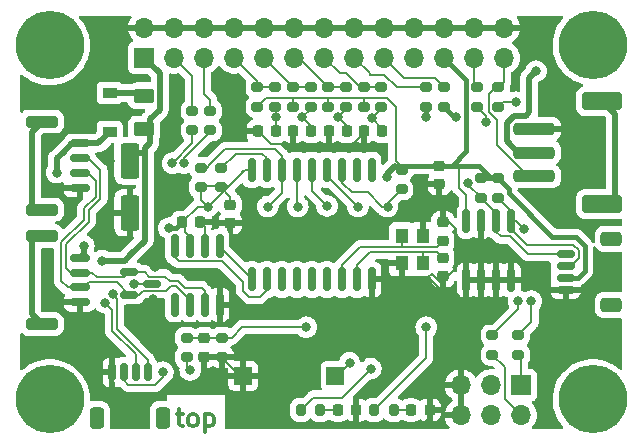
<source format=gtl>
G04 #@! TF.GenerationSoftware,KiCad,Pcbnew,6.0.11-2627ca5db0~126~ubuntu22.04.1*
G04 #@! TF.CreationDate,2023-09-21T12:17:26+02:00*
G04 #@! TF.ProjectId,CyphalPicoBase-CAN,43797068-616c-4506-9963-6f426173652d,0.3*
G04 #@! TF.SameCoordinates,PX55d4a80PY57bcf00*
G04 #@! TF.FileFunction,Copper,L1,Top*
G04 #@! TF.FilePolarity,Positive*
%FSLAX46Y46*%
G04 Gerber Fmt 4.6, Leading zero omitted, Abs format (unit mm)*
G04 Created by KiCad (PCBNEW 6.0.11-2627ca5db0~126~ubuntu22.04.1) date 2023-09-21 12:17:26*
%MOMM*%
%LPD*%
G01*
G04 APERTURE LIST*
G04 Aperture macros list*
%AMRoundRect*
0 Rectangle with rounded corners*
0 $1 Rounding radius*
0 $2 $3 $4 $5 $6 $7 $8 $9 X,Y pos of 4 corners*
0 Add a 4 corners polygon primitive as box body*
4,1,4,$2,$3,$4,$5,$6,$7,$8,$9,$2,$3,0*
0 Add four circle primitives for the rounded corners*
1,1,$1+$1,$2,$3*
1,1,$1+$1,$4,$5*
1,1,$1+$1,$6,$7*
1,1,$1+$1,$8,$9*
0 Add four rect primitives between the rounded corners*
20,1,$1+$1,$2,$3,$4,$5,0*
20,1,$1+$1,$4,$5,$6,$7,0*
20,1,$1+$1,$6,$7,$8,$9,0*
20,1,$1+$1,$8,$9,$2,$3,0*%
G04 Aperture macros list end*
%ADD10C,0.375000*%
G04 #@! TA.AperFunction,NonConductor*
%ADD11C,0.375000*%
G04 #@! TD*
G04 #@! TA.AperFunction,ComponentPad*
%ADD12C,5.800000*%
G04 #@! TD*
G04 #@! TA.AperFunction,SMDPad,CuDef*
%ADD13RoundRect,0.200000X0.275000X-0.200000X0.275000X0.200000X-0.275000X0.200000X-0.275000X-0.200000X0*%
G04 #@! TD*
G04 #@! TA.AperFunction,SMDPad,CuDef*
%ADD14RoundRect,0.150000X0.150000X-0.875000X0.150000X0.875000X-0.150000X0.875000X-0.150000X-0.875000X0*%
G04 #@! TD*
G04 #@! TA.AperFunction,SMDPad,CuDef*
%ADD15RoundRect,0.225000X-0.250000X0.225000X-0.250000X-0.225000X0.250000X-0.225000X0.250000X0.225000X0*%
G04 #@! TD*
G04 #@! TA.AperFunction,SMDPad,CuDef*
%ADD16RoundRect,0.225000X-0.225000X-0.250000X0.225000X-0.250000X0.225000X0.250000X-0.225000X0.250000X0*%
G04 #@! TD*
G04 #@! TA.AperFunction,SMDPad,CuDef*
%ADD17RoundRect,0.200000X-0.275000X0.200000X-0.275000X-0.200000X0.275000X-0.200000X0.275000X0.200000X0*%
G04 #@! TD*
G04 #@! TA.AperFunction,SMDPad,CuDef*
%ADD18RoundRect,0.150000X0.625000X-0.150000X0.625000X0.150000X-0.625000X0.150000X-0.625000X-0.150000X0*%
G04 #@! TD*
G04 #@! TA.AperFunction,SMDPad,CuDef*
%ADD19RoundRect,0.250000X0.650000X-0.350000X0.650000X0.350000X-0.650000X0.350000X-0.650000X-0.350000X0*%
G04 #@! TD*
G04 #@! TA.AperFunction,SMDPad,CuDef*
%ADD20RoundRect,0.150000X-0.150000X-0.625000X0.150000X-0.625000X0.150000X0.625000X-0.150000X0.625000X0*%
G04 #@! TD*
G04 #@! TA.AperFunction,SMDPad,CuDef*
%ADD21RoundRect,0.250000X-0.350000X-0.650000X0.350000X-0.650000X0.350000X0.650000X-0.350000X0.650000X0*%
G04 #@! TD*
G04 #@! TA.AperFunction,ComponentPad*
%ADD22R,1.700000X1.700000*%
G04 #@! TD*
G04 #@! TA.AperFunction,ComponentPad*
%ADD23O,1.700000X1.700000*%
G04 #@! TD*
G04 #@! TA.AperFunction,SMDPad,CuDef*
%ADD24R,1.200000X0.900000*%
G04 #@! TD*
G04 #@! TA.AperFunction,SMDPad,CuDef*
%ADD25RoundRect,0.150000X0.150000X-0.825000X0.150000X0.825000X-0.150000X0.825000X-0.150000X-0.825000X0*%
G04 #@! TD*
G04 #@! TA.AperFunction,SMDPad,CuDef*
%ADD26RoundRect,0.150000X-0.700000X0.150000X-0.700000X-0.150000X0.700000X-0.150000X0.700000X0.150000X0*%
G04 #@! TD*
G04 #@! TA.AperFunction,SMDPad,CuDef*
%ADD27RoundRect,0.250000X-1.100000X0.250000X-1.100000X-0.250000X1.100000X-0.250000X1.100000X0.250000X0*%
G04 #@! TD*
G04 #@! TA.AperFunction,SMDPad,CuDef*
%ADD28RoundRect,0.218750X0.218750X0.256250X-0.218750X0.256250X-0.218750X-0.256250X0.218750X-0.256250X0*%
G04 #@! TD*
G04 #@! TA.AperFunction,SMDPad,CuDef*
%ADD29RoundRect,0.200000X-0.200000X-0.275000X0.200000X-0.275000X0.200000X0.275000X-0.200000X0.275000X0*%
G04 #@! TD*
G04 #@! TA.AperFunction,SMDPad,CuDef*
%ADD30RoundRect,0.150000X-0.150000X0.825000X-0.150000X-0.825000X0.150000X-0.825000X0.150000X0.825000X0*%
G04 #@! TD*
G04 #@! TA.AperFunction,SMDPad,CuDef*
%ADD31R,1.100000X1.300000*%
G04 #@! TD*
G04 #@! TA.AperFunction,SMDPad,CuDef*
%ADD32RoundRect,0.225000X0.225000X0.250000X-0.225000X0.250000X-0.225000X-0.250000X0.225000X-0.250000X0*%
G04 #@! TD*
G04 #@! TA.AperFunction,SMDPad,CuDef*
%ADD33R,1.500000X1.500000*%
G04 #@! TD*
G04 #@! TA.AperFunction,SMDPad,CuDef*
%ADD34RoundRect,0.225000X0.250000X-0.225000X0.250000X0.225000X-0.250000X0.225000X-0.250000X-0.225000X0*%
G04 #@! TD*
G04 #@! TA.AperFunction,SMDPad,CuDef*
%ADD35RoundRect,0.250000X1.500000X-0.250000X1.500000X0.250000X-1.500000X0.250000X-1.500000X-0.250000X0*%
G04 #@! TD*
G04 #@! TA.AperFunction,SMDPad,CuDef*
%ADD36RoundRect,0.250001X1.449999X-0.499999X1.449999X0.499999X-1.449999X0.499999X-1.449999X-0.499999X0*%
G04 #@! TD*
G04 #@! TA.AperFunction,SMDPad,CuDef*
%ADD37RoundRect,0.150000X-0.587500X-0.150000X0.587500X-0.150000X0.587500X0.150000X-0.587500X0.150000X0*%
G04 #@! TD*
G04 #@! TA.AperFunction,SMDPad,CuDef*
%ADD38RoundRect,0.250000X0.625000X-0.375000X0.625000X0.375000X-0.625000X0.375000X-0.625000X-0.375000X0*%
G04 #@! TD*
G04 #@! TA.AperFunction,SMDPad,CuDef*
%ADD39RoundRect,0.250000X-0.550000X1.250000X-0.550000X-1.250000X0.550000X-1.250000X0.550000X1.250000X0*%
G04 #@! TD*
G04 #@! TA.AperFunction,ViaPad*
%ADD40C,0.800000*%
G04 #@! TD*
G04 #@! TA.AperFunction,Conductor*
%ADD41C,0.200000*%
G04 #@! TD*
G04 #@! TA.AperFunction,Conductor*
%ADD42C,0.500000*%
G04 #@! TD*
G04 #@! TA.AperFunction,Conductor*
%ADD43C,0.400000*%
G04 #@! TD*
G04 APERTURE END LIST*
D10*
D11*
X-12242858Y-16278571D02*
X-11671429Y-16278571D01*
X-12028572Y-15778571D02*
X-12028572Y-17064285D01*
X-11957143Y-17207142D01*
X-11814286Y-17278571D01*
X-11671429Y-17278571D01*
X-10957143Y-17278571D02*
X-11100000Y-17207142D01*
X-11171429Y-17135714D01*
X-11242858Y-16992857D01*
X-11242858Y-16564285D01*
X-11171429Y-16421428D01*
X-11100000Y-16350000D01*
X-10957143Y-16278571D01*
X-10742858Y-16278571D01*
X-10600000Y-16350000D01*
X-10528572Y-16421428D01*
X-10457143Y-16564285D01*
X-10457143Y-16992857D01*
X-10528572Y-17135714D01*
X-10600000Y-17207142D01*
X-10742858Y-17278571D01*
X-10957143Y-17278571D01*
X-9814286Y-16278571D02*
X-9814286Y-17778571D01*
X-9814286Y-16350000D02*
X-9671429Y-16278571D01*
X-9385715Y-16278571D01*
X-9242858Y-16350000D01*
X-9171429Y-16421428D01*
X-9100000Y-16564285D01*
X-9100000Y-16992857D01*
X-9171429Y-17135714D01*
X-9242858Y-17207142D01*
X-9385715Y-17278571D01*
X-9671429Y-17278571D01*
X-9814286Y-17207142D01*
D12*
X-23000000Y15000000D03*
X23000000Y15000000D03*
X-23000000Y-15000000D03*
X23000000Y-15000000D03*
D13*
X-10200000Y2975000D03*
X-10200000Y4625000D03*
D14*
X-5880000Y-4850000D03*
X-4610000Y-4850000D03*
X-3340000Y-4850000D03*
X-2070000Y-4850000D03*
X-800000Y-4850000D03*
X470000Y-4850000D03*
X1740000Y-4850000D03*
X3010000Y-4850000D03*
X4280000Y-4850000D03*
X4280000Y4450000D03*
X3010000Y4450000D03*
X1740000Y4450000D03*
X470000Y4450000D03*
X-800000Y4450000D03*
X-2070000Y4450000D03*
X-3340000Y4450000D03*
X-4610000Y4450000D03*
X-5880000Y4450000D03*
D15*
X-7700000Y1475000D03*
X-7700000Y-75000D03*
D16*
X-11775000Y0D03*
X-10225000Y0D03*
D17*
X6800000Y4425000D03*
X6800000Y2775000D03*
D13*
X-8500000Y2975000D03*
X-8500000Y4625000D03*
D15*
X10000000Y4775000D03*
X10000000Y3225000D03*
D18*
X20700000Y-5700000D03*
X20700000Y-4700000D03*
X20700000Y-3700000D03*
X20700000Y-2700000D03*
D19*
X24575000Y-7000000D03*
X24575000Y-1400000D03*
D20*
X-17700000Y-12700000D03*
X-16700000Y-12700000D03*
X-15700000Y-12700000D03*
X-14700000Y-12700000D03*
D21*
X-19000000Y-16575000D03*
X-13400000Y-16575000D03*
D22*
X16900000Y-13800000D03*
D23*
X16900000Y-16340000D03*
X14360000Y-13800000D03*
X14360000Y-16340000D03*
X11820000Y-13800000D03*
X11820000Y-16340000D03*
D24*
X-17900000Y10950000D03*
X-17900000Y7650000D03*
D25*
X12295000Y-4875000D03*
X13565000Y-4875000D03*
X14835000Y-4875000D03*
X16105000Y-4875000D03*
X16105000Y75000D03*
X14835000Y75000D03*
X13565000Y75000D03*
X12295000Y75000D03*
D17*
X13500000Y3725000D03*
X13500000Y2075000D03*
X15000000Y3725000D03*
X15000000Y2075000D03*
X16700000Y-9575000D03*
X16700000Y-11225000D03*
D13*
X14500000Y-11225000D03*
X14500000Y-9575000D03*
D26*
X-20450000Y-3025000D03*
X-20450000Y-4275000D03*
X-20450000Y-5525000D03*
X-20450000Y-6775000D03*
D27*
X-23650000Y-1175000D03*
X-23650000Y-8625000D03*
D28*
X9187500Y-15900000D03*
X7612500Y-15900000D03*
D29*
X4475000Y-15900000D03*
X6125000Y-15900000D03*
D30*
X-8595000Y-2025000D03*
X-9865000Y-2025000D03*
X-11135000Y-2025000D03*
X-12405000Y-2025000D03*
X-12405000Y-6975000D03*
X-11135000Y-6975000D03*
X-9865000Y-6975000D03*
X-8595000Y-6975000D03*
D31*
X6800000Y-1150000D03*
X6800000Y-3450000D03*
X8600000Y-3450000D03*
X8600000Y-1150000D03*
D26*
X-20450000Y6675000D03*
X-20450000Y5425000D03*
X-20450000Y4175000D03*
X-20450000Y2925000D03*
D27*
X-23650000Y1075000D03*
X-23650000Y8525000D03*
D15*
X-9900000Y-9825000D03*
X-9900000Y-11375000D03*
D13*
X-11400000Y-11425000D03*
X-11400000Y-9775000D03*
D17*
X-8400000Y-9775000D03*
X-8400000Y-11425000D03*
D29*
X-1725000Y-15900000D03*
X-75000Y-15900000D03*
D32*
X-3825000Y7700000D03*
X-5375000Y7700000D03*
X-825000Y7700000D03*
X-2375000Y7700000D03*
X2175000Y7700000D03*
X625000Y7700000D03*
X5175000Y7700000D03*
X3625000Y7700000D03*
D22*
X-15000000Y13925000D03*
D23*
X-15000000Y16465000D03*
X-12460000Y13925000D03*
X-12460000Y16465000D03*
X-9920000Y13925000D03*
X-9920000Y16465000D03*
X-7380000Y13925000D03*
X-7380000Y16465000D03*
X-4840000Y13925000D03*
X-4840000Y16465000D03*
X-2300000Y13925000D03*
X-2300000Y16465000D03*
X240000Y13925000D03*
X240000Y16465000D03*
X2780000Y13925000D03*
X2780000Y16465000D03*
X5320000Y13925000D03*
X5320000Y16465000D03*
X7860000Y13925000D03*
X7860000Y16465000D03*
X10400000Y13925000D03*
X10400000Y16465000D03*
X12940000Y13925000D03*
X12940000Y16465000D03*
X15480000Y13925000D03*
X15480000Y16465000D03*
D13*
X-5400000Y9775000D03*
X-5400000Y11425000D03*
X600000Y9775000D03*
X600000Y11425000D03*
X3600000Y9775000D03*
X3600000Y11425000D03*
D17*
X-900000Y11425000D03*
X-900000Y9775000D03*
X2100000Y11425000D03*
X2100000Y9775000D03*
X5100000Y11425000D03*
X5100000Y9775000D03*
X8900000Y11425000D03*
X8900000Y9775000D03*
X10400000Y11425000D03*
X10400000Y9775000D03*
X-9400000Y9425000D03*
X-9400000Y7775000D03*
X-10900000Y9425000D03*
X-10900000Y7775000D03*
X13200000Y11425000D03*
X13200000Y9775000D03*
X15000000Y11425000D03*
X15000000Y9775000D03*
D33*
X1200000Y-13000000D03*
X-6600000Y-13000000D03*
D17*
X-3900000Y11425000D03*
X-3900000Y9775000D03*
D34*
X10300000Y-1575000D03*
X10300000Y-25000D03*
D13*
X-2400000Y9775000D03*
X-2400000Y11425000D03*
D15*
X10300000Y-3025000D03*
X10300000Y-4575000D03*
D28*
X2987500Y-15900000D03*
X1412500Y-15900000D03*
D35*
X18050000Y3900000D03*
X18050000Y5900000D03*
X18050000Y7900000D03*
D36*
X23800000Y10250000D03*
X23800000Y1550000D03*
D37*
X-16237500Y-4250000D03*
X-16237500Y-6150000D03*
X-14362500Y-5200000D03*
D38*
X-15000000Y7900000D03*
X-15000000Y10700000D03*
D39*
X-16200000Y5200000D03*
X-16200000Y800000D03*
D40*
X5600000Y3800000D03*
X-13400000Y-12700000D03*
X-9610000Y1310000D03*
X-12900000Y-500000D03*
X-22700000Y-6900000D03*
X-14100000Y-3800000D03*
X-15847779Y-5228612D03*
X6350000Y-8890000D03*
X-8600000Y-4700000D03*
X-14200000Y-6500000D03*
X-18200000Y800000D03*
X22500000Y-6100000D03*
X-19300000Y-13300000D03*
X19100000Y-12600000D03*
X-6700000Y7400000D03*
X21200000Y5500000D03*
X8900000Y1600000D03*
X-2800000Y100000D03*
X19200000Y9900000D03*
X14100000Y-2400000D03*
X-17900000Y5200000D03*
X17800000Y2300000D03*
X-23300000Y6800000D03*
X-19000000Y-9000000D03*
X-4520000Y1320000D03*
X5620000Y1320000D03*
X490000Y1390000D03*
X3110000Y1310000D03*
X-1980000Y1320000D03*
X17800000Y-6690500D03*
X-20100000Y-2000000D03*
X-22400000Y4200000D03*
X-18550000Y-3250000D03*
X-11100000Y-12500000D03*
X18200000Y12800000D03*
X-1270000Y-8890000D03*
X8890000Y-8890000D03*
X4200000Y-12400000D03*
X-3810000Y8890000D03*
X-18300000Y-6800000D03*
X-17649532Y-6041121D03*
X17200000Y-600000D03*
X12461426Y3288029D03*
X16700000Y-6690500D03*
X-1600000Y8890000D03*
X1400000Y8890000D03*
X4300000Y8800000D03*
X8890000Y8890000D03*
X11430000Y8890000D03*
X13970000Y8500000D03*
X16510000Y10160000D03*
X2400000Y-11900000D03*
X-11600000Y5000000D03*
X-12599503Y5000000D03*
X24900000Y-7000000D03*
X22900000Y1500000D03*
X24900000Y-1400000D03*
X24900000Y1500000D03*
X-19000000Y-17000000D03*
X-13400000Y-17000000D03*
X-24500000Y1100000D03*
X-24500000Y-1200000D03*
D41*
X-13400000Y-12700000D02*
X-13400000Y-13100000D01*
X-7700000Y1475000D02*
X-7700000Y2175000D01*
X600000Y9775000D02*
X600000Y10400000D01*
X3600000Y10400000D02*
X3700000Y10500000D01*
X-14075000Y-13775000D02*
X-16325000Y-13775000D01*
D42*
X5600000Y3800000D02*
X5600000Y4100000D01*
D43*
X10000000Y4775000D02*
X11075000Y4775000D01*
D41*
X-16700000Y-13400000D02*
X-16700000Y-12700000D01*
X-5400000Y9775000D02*
X-4675000Y10500000D01*
X12295000Y2305000D02*
X11700000Y2900000D01*
X-2400000Y10500000D02*
X700000Y10500000D01*
X-11750000Y0D02*
X-10440000Y1310000D01*
X6300000Y9200000D02*
X6300000Y5200000D01*
X-6910000Y4010000D02*
X-7760000Y3160000D01*
X5557107Y10500000D02*
X6300000Y9757107D01*
D43*
X14375000Y3725000D02*
X13500000Y3725000D01*
D41*
X6800000Y4425000D02*
X6800000Y4700000D01*
X-11531500Y-218500D02*
X-11750000Y0D01*
D43*
X20700000Y-4700000D02*
X21700000Y-4700000D01*
D41*
X-10200000Y1920000D02*
X-9600000Y1320000D01*
X3700000Y10500000D02*
X5557107Y10500000D01*
D43*
X12300000Y12025000D02*
X10400000Y13925000D01*
D41*
X-4675000Y10500000D02*
X-2400000Y10500000D01*
D43*
X10000000Y4775000D02*
X6275000Y4775000D01*
D41*
X-7870000Y3050000D02*
X-7760000Y3160000D01*
D43*
X21550000Y-1250000D02*
X19575000Y-1250000D01*
D41*
X6800000Y4700000D02*
X6300000Y5200000D01*
D43*
X22300000Y-2000000D02*
X21550000Y-1250000D01*
D41*
X-8500000Y3050000D02*
X-7870000Y3050000D01*
X-6470000Y4450000D02*
X-6910000Y4010000D01*
D43*
X12300000Y8600000D02*
X12300000Y12025000D01*
D41*
X11700000Y2900000D02*
X11700000Y4500000D01*
X3600000Y9775000D02*
X3600000Y10400000D01*
D43*
X11075000Y4775000D02*
X11425000Y4775000D01*
X19575000Y-1250000D02*
X15875000Y2450000D01*
X13325000Y4775000D02*
X11075000Y4775000D01*
D41*
X11700000Y4500000D02*
X11425000Y4775000D01*
X-11135000Y-2225000D02*
X-11135000Y-1228000D01*
X-10440000Y1310000D02*
X-9610000Y1310000D01*
X-7760000Y3160000D02*
X-9600000Y1320000D01*
X-10200000Y3050000D02*
X-10200000Y1920000D01*
D43*
X15000000Y3725000D02*
X14375000Y3725000D01*
D41*
X-6580000Y4340000D02*
X-6910000Y4010000D01*
X-11135000Y-1228000D02*
X-11531500Y-831500D01*
D43*
X-12900000Y-500000D02*
X-12275000Y-500000D01*
D41*
X-5880000Y4450000D02*
X-6470000Y4450000D01*
D43*
X22300000Y-4100000D02*
X22300000Y-2000000D01*
X15875000Y2450000D02*
X15875000Y2850000D01*
D41*
X12295000Y1195000D02*
X12295000Y75000D01*
D43*
X15875000Y2850000D02*
X15000000Y3725000D01*
X11075000Y4775000D02*
X12300000Y6000000D01*
D41*
X-2400000Y9775000D02*
X-2400000Y10500000D01*
X-7700000Y2175000D02*
X-8500000Y2975000D01*
X-13400000Y-13100000D02*
X-14075000Y-13775000D01*
X700000Y10500000D02*
X3700000Y10500000D01*
X-16325000Y-13775000D02*
X-16700000Y-13400000D01*
D42*
X5600000Y4100000D02*
X6275000Y4775000D01*
D41*
X-10200000Y3050000D02*
X-8500000Y3050000D01*
X6300000Y9757107D02*
X6300000Y9200000D01*
D43*
X14375000Y3725000D02*
X13325000Y4775000D01*
X12300000Y6000000D02*
X12300000Y8600000D01*
D41*
X600000Y10400000D02*
X700000Y10500000D01*
X12295000Y1195000D02*
X12295000Y2305000D01*
X-11531500Y-831500D02*
X-11531500Y-218500D01*
D43*
X-12275000Y-500000D02*
X-11775000Y0D01*
X21700000Y-4700000D02*
X22300000Y-4100000D01*
D41*
X9960000Y-5540000D02*
X9960000Y-7060000D01*
X-9050000Y-11375000D02*
X-9900000Y-11375000D01*
X700000Y6600000D02*
X-2400000Y6600000D01*
X3625000Y7525000D02*
X2700000Y6600000D01*
X9344301Y-4344301D02*
X10100000Y-5100000D01*
X-9050000Y-11375000D02*
X-9000000Y-11425000D01*
X-2375000Y7700000D02*
X-2375000Y6625000D01*
X10825000Y-25000D02*
X10300000Y-25000D01*
X9187500Y-15900000D02*
X9187500Y-16512500D01*
X6500000Y-17100000D02*
X2500000Y-17100000D01*
X-9000000Y-11425000D02*
X-8475000Y-11425000D01*
X9960000Y-7060000D02*
X9230001Y-7789999D01*
X11300000Y-4000000D02*
X11300000Y-500000D01*
X5584300Y-4850000D02*
X5799999Y-4634301D01*
X-14362500Y-5200000D02*
X-15819167Y-5200000D01*
X-3150000Y-13950000D02*
X-4100000Y-13000000D01*
X2987500Y-16612500D02*
X2500000Y-17100000D01*
X-4275000Y6600000D02*
X-5375000Y7700000D01*
X-8475000Y-11425000D02*
X-6900000Y-13000000D01*
X9054301Y-4634301D02*
X9960000Y-5540000D01*
X-3200000Y-14000000D02*
X-3150000Y-13950000D01*
X3625000Y7700000D02*
X3625000Y7525000D01*
X10725000Y-4575000D02*
X11300000Y-4000000D01*
X-15819167Y-5200000D02*
X-15847779Y-5228612D01*
X9230001Y-7789999D02*
X7450001Y-7789999D01*
X7450001Y-7789999D02*
X6350000Y-8890000D01*
X9187500Y-16512500D02*
X8600000Y-17100000D01*
X10300000Y-4575000D02*
X10725000Y-4575000D01*
X625000Y6675000D02*
X700000Y6600000D01*
X2987500Y-15900000D02*
X2987500Y-16612500D01*
X-2375000Y6625000D02*
X-2400000Y6600000D01*
X4280000Y-4850000D02*
X5584300Y-4850000D01*
X-4100000Y-13000000D02*
X-6599180Y-13000000D01*
X625000Y7700000D02*
X625000Y6675000D01*
X-2800000Y-17100000D02*
X-3200000Y-16700000D01*
X-9865000Y-2025000D02*
X-9865000Y-360000D01*
X-3200000Y-16700000D02*
X-3200000Y-14000000D01*
X9054301Y-4634301D02*
X9344301Y-4344301D01*
X5799999Y-4634301D02*
X9054301Y-4634301D01*
X8600000Y-17100000D02*
X6500000Y-17100000D01*
X-9865000Y-360000D02*
X-10225000Y0D01*
X-2400000Y6600000D02*
X-4275000Y6600000D01*
X11300000Y-500000D02*
X10825000Y-25000D01*
X2500000Y-17100000D02*
X-2800000Y-17100000D01*
X2700000Y6600000D02*
X700000Y6600000D01*
X-3340000Y5640000D02*
X-3895000Y6195000D01*
X-9400000Y4907107D02*
X-9400000Y4900000D01*
X-8112107Y6195000D02*
X-9400000Y4907107D01*
X-9675000Y4625000D02*
X-10200000Y4625000D01*
X-3895000Y6195000D02*
X-5595000Y6195000D01*
X-3340000Y4450000D02*
X-3340000Y2500000D01*
X-5595000Y6195000D02*
X-8112107Y6195000D01*
X-3340000Y2500000D02*
X-4520000Y1320000D01*
X-9400000Y4900000D02*
X-9675000Y4625000D01*
X-3340000Y4450000D02*
X-3340000Y5640000D01*
X1740000Y4450000D02*
X1740000Y3360000D01*
X5620000Y1320000D02*
X5620000Y1595000D01*
X5620000Y1595000D02*
X6800000Y2775000D01*
X3920000Y2520000D02*
X5120000Y1320000D01*
X1740000Y3360000D02*
X2580000Y2520000D01*
X2580000Y2520000D02*
X3920000Y2520000D01*
X5120000Y1320000D02*
X5620000Y1320000D01*
X-800000Y4450000D02*
X-800000Y2680000D01*
X-410000Y2290000D02*
X490000Y1390000D01*
X-800000Y2680000D02*
X-410000Y2290000D01*
X470000Y4450000D02*
X470000Y3950000D01*
X860000Y3560000D02*
X3100000Y1320000D01*
X470000Y3950000D02*
X860000Y3560000D01*
X-2070000Y4450000D02*
X-2070000Y1410000D01*
X-2070000Y1410000D02*
X-1980000Y1320000D01*
X-8595000Y-2225000D02*
X-8505000Y-2225000D01*
X-8505000Y-2225000D02*
X-5880000Y-4850000D01*
X-12405000Y-2966396D02*
X-12071396Y-3300000D01*
X-6600000Y-5100000D02*
X-6600000Y-5800000D01*
X-4610000Y-5710000D02*
X-4610000Y-4850000D01*
X-12071396Y-3300000D02*
X-8400000Y-3300000D01*
X-8400000Y-3300000D02*
X-6600000Y-5100000D01*
X-5200000Y-6300000D02*
X-4610000Y-5710000D01*
X-6100000Y-6300000D02*
X-5200000Y-6300000D01*
X-6600000Y-5800000D02*
X-6100000Y-6300000D01*
X-12405000Y-2225000D02*
X-12405000Y-2966396D01*
X17800000Y-8475000D02*
X17800000Y-7400000D01*
X16700000Y-9575000D02*
X17800000Y-8475000D01*
X17800000Y-7400000D02*
X17800000Y-6690500D01*
D42*
X-20100000Y-2000000D02*
X-20100000Y-2675000D01*
X-20100000Y-2675000D02*
X-20450000Y-3025000D01*
X-20450000Y6675000D02*
X-21125000Y6675000D01*
X-21900000Y5900000D02*
X-22400000Y5400000D01*
X-18875000Y6675000D02*
X-17900000Y7650000D01*
X-20450000Y6675000D02*
X-19375000Y6675000D01*
X-21125000Y6675000D02*
X-21900000Y5900000D01*
X-22400000Y5400000D02*
X-22400000Y4200000D01*
X-19375000Y6675000D02*
X-18875000Y6675000D01*
D41*
X-19725000Y5425000D02*
X-20450000Y5425000D01*
X-21600000Y-3900000D02*
X-21600000Y-1865686D01*
X-12800000Y-5000000D02*
X-12100000Y-5000000D01*
X-18700000Y2000000D02*
X-18700000Y4400000D01*
X-12800000Y-5000000D02*
X-13200000Y-4600000D01*
X-11500000Y-5600000D02*
X-10100000Y-5600000D01*
X-16237500Y-4250000D02*
X-14950000Y-4250000D01*
X-17767157Y-4667157D02*
X-16654657Y-4667157D01*
X-19375000Y-4275000D02*
X-18982843Y-4667157D01*
X-9865000Y-5835000D02*
X-9865000Y-6975000D01*
X-18982843Y-4667157D02*
X-17767157Y-4667157D01*
X-18700000Y4400000D02*
X-19725000Y5425000D01*
X-21225000Y-4275000D02*
X-21600000Y-3900000D01*
X-19700000Y1000000D02*
X-18700000Y2000000D01*
X-12100000Y-5000000D02*
X-11500000Y-5600000D01*
X-13200000Y-4600000D02*
X-14600000Y-4600000D01*
X-16654657Y-4667157D02*
X-16237500Y-4250000D01*
X-14950000Y-4250000D02*
X-14600000Y-4600000D01*
X-21600000Y-1865686D02*
X-19700000Y34315D01*
X-10100000Y-5600000D02*
X-9865000Y-5835000D01*
X-19700000Y34315D02*
X-19700000Y1000000D01*
X-20450000Y-4275000D02*
X-21225000Y-4275000D01*
X-20450000Y-4275000D02*
X-19375000Y-4275000D01*
X-16237500Y-6150000D02*
X-15450000Y-6150000D01*
X-13100000Y-5800000D02*
X-15100000Y-5800000D01*
X-12300000Y-5400000D02*
X-11135000Y-6565000D01*
X-17287500Y-5100000D02*
X-16237500Y-6150000D01*
X-20100000Y1165686D02*
X-20100000Y200000D01*
X-19100000Y3500000D02*
X-19100000Y2165686D01*
X-19634314Y-5100000D02*
X-18200000Y-5100000D01*
X-20100000Y200000D02*
X-22000000Y-1700001D01*
X-20450000Y4175000D02*
X-19775000Y4175000D01*
X-22000000Y-1700001D02*
X-22000000Y-5000000D01*
X-19775000Y4175000D02*
X-19100000Y3500000D01*
X-20059314Y-5525000D02*
X-19634314Y-5100000D01*
X-15450000Y-6150000D02*
X-15100000Y-5800000D01*
X-12700000Y-5400000D02*
X-13100000Y-5800000D01*
X-21475000Y-5525000D02*
X-20450000Y-5525000D01*
X-18200000Y-5100000D02*
X-17287500Y-5100000D01*
X-22000000Y-5000000D02*
X-21475000Y-5525000D01*
X-12700000Y-5400000D02*
X-12300000Y-5400000D01*
X-20450000Y-5525000D02*
X-20059314Y-5525000D01*
X-11135000Y-6565000D02*
X-11135000Y-7175000D01*
X-19100000Y2165686D02*
X-20100000Y1165686D01*
X16900000Y-13800000D02*
X16900000Y-11425000D01*
X16900000Y-11425000D02*
X16700000Y-11225000D01*
D42*
X17600000Y12200000D02*
X18200000Y12800000D01*
X15700000Y6900000D02*
X15700000Y8400000D01*
X-18550000Y-3250000D02*
X-16650000Y-3250000D01*
X-13675000Y12600000D02*
X-15000000Y13925000D01*
X16700000Y5900000D02*
X15700000Y6900000D01*
X-14500000Y7400000D02*
X-14500000Y7200000D01*
X-13675000Y9525000D02*
X-13675000Y12600000D01*
X-14950000Y5850000D02*
X-15550000Y5850000D01*
X-16650000Y-3250000D02*
X-16200000Y-2800000D01*
X-15000000Y7900000D02*
X-14500000Y7400000D01*
X-15550000Y5850000D02*
X-16200000Y5200000D01*
D41*
X-11400000Y-11425000D02*
X-11400000Y-12200000D01*
D42*
X-14500000Y6700000D02*
X-14500000Y8700000D01*
X-14950000Y5850000D02*
X-14950000Y6250000D01*
X-14500000Y8700000D02*
X-13675000Y9525000D01*
X18050000Y5900000D02*
X16700000Y5900000D01*
X-14950000Y6250000D02*
X-14500000Y6700000D01*
X15700000Y8400000D02*
X16300000Y9000000D01*
X17300000Y9000000D02*
X17600000Y9300000D01*
X17600000Y9300000D02*
X17600000Y12200000D01*
X-14950000Y4650000D02*
X-14950000Y5850000D01*
X-14500000Y7200000D02*
X-14500000Y6700000D01*
D41*
X-11400000Y-12200000D02*
X-11100000Y-12500000D01*
D42*
X-14950000Y2550000D02*
X-14950000Y-1550000D01*
X-14950000Y-1550000D02*
X-16200000Y-2800000D01*
X-14950000Y2550000D02*
X-14950000Y4650000D01*
X16300000Y9000000D02*
X17300000Y9000000D01*
D41*
X-7595002Y-9775000D02*
X-11400000Y-9775000D01*
X-1270000Y-8890000D02*
X-6710002Y-8890000D01*
X-6710002Y-8890000D02*
X-7595002Y-9775000D01*
X8890000Y-8890000D02*
X8890000Y-11485000D01*
X8890000Y-11485000D02*
X4475000Y-15900000D01*
X1750000Y-14850000D02*
X4200000Y-12400000D01*
X-675000Y-14850000D02*
X1750000Y-14850000D01*
X-1725000Y-15900000D02*
X-675000Y-14850000D01*
X1412500Y-15900000D02*
X-75000Y-15900000D01*
X7612500Y-15900000D02*
X6125000Y-15900000D01*
X6700000Y-2100000D02*
X6800000Y-2000000D01*
X9300000Y-2100000D02*
X6700000Y-2100000D01*
X1740000Y-3660000D02*
X1740000Y-4850000D01*
X9775000Y-2100000D02*
X10300000Y-1575000D01*
X6700000Y-2100000D02*
X3300000Y-2100000D01*
X6800000Y-2000000D02*
X6800000Y-1150000D01*
X9300000Y-2100000D02*
X9775000Y-2100000D01*
X3300000Y-2100000D02*
X1740000Y-3660000D01*
X9399990Y-2500010D02*
X8500010Y-2500010D01*
X9399990Y-2500010D02*
X9775010Y-2500010D01*
X3010000Y-3590000D02*
X3010000Y-4850000D01*
X8600000Y-2600000D02*
X8600000Y-3450000D01*
X4099990Y-2500010D02*
X3010000Y-3590000D01*
X8500010Y-2500010D02*
X8600000Y-2600000D01*
X9775010Y-2500010D02*
X10300000Y-3025000D01*
X8500010Y-2500010D02*
X4099990Y-2500010D01*
X-4610000Y4450000D02*
X-4610000Y5400000D01*
X-4610000Y5400000D02*
X-5005000Y5795000D01*
X-7255000Y5795000D02*
X-8500000Y4550000D01*
X-5005000Y5795000D02*
X-7255000Y5795000D01*
X-3810000Y8890000D02*
X-3810000Y9685000D01*
X-3825000Y8875000D02*
X-3810000Y8890000D01*
X-3825000Y7700000D02*
X-3825000Y8875000D01*
X-3810000Y9685000D02*
X-3900000Y9775000D01*
X-17700000Y-9200000D02*
X-17700000Y-7500000D01*
X-15700000Y-11500000D02*
X-15700000Y-11200000D01*
X-15700000Y-12700000D02*
X-15700000Y-11500000D01*
X-17700000Y-7400000D02*
X-18300000Y-6800000D01*
X-15700000Y-11200000D02*
X-17700000Y-9200000D01*
X-17700000Y-7500000D02*
X-17700000Y-7400000D01*
X-17300000Y-9034314D02*
X-17300000Y-7800000D01*
X-14700000Y-12700000D02*
X-14700000Y-11634314D01*
X-17700000Y-6100000D02*
X-17649532Y-6049532D01*
X-17649532Y-6049532D02*
X-17649532Y-6041121D01*
X-14700000Y-11634314D02*
X-15767157Y-10567157D01*
X-15767157Y-10567157D02*
X-17300000Y-9034314D01*
X-17300000Y-7800000D02*
X-17300000Y-6500000D01*
X-17300000Y-6500000D02*
X-17700000Y-6100000D01*
X16105000Y75000D02*
X16525000Y75000D01*
X16525000Y75000D02*
X17200000Y-600000D01*
X16105000Y970000D02*
X15000000Y2075000D01*
X21800000Y-3011396D02*
X21111396Y-3700000D01*
X21111396Y-3700000D02*
X20700000Y-3700000D01*
X16105000Y75000D02*
X16105000Y-605000D01*
X17400000Y-1900000D02*
X21311396Y-1900000D01*
X16105000Y75000D02*
X16105000Y970000D01*
X21800000Y-2388604D02*
X21800000Y-3011396D01*
X16105000Y-605000D02*
X17400000Y-1900000D01*
X21311396Y-1900000D02*
X21800000Y-2388604D01*
X13500000Y2100000D02*
X12500000Y3100000D01*
X15200000Y-1200000D02*
X14835000Y-835000D01*
X14835000Y75000D02*
X14835000Y740000D01*
X17500000Y-2700000D02*
X16000000Y-1200000D01*
X13500000Y2075000D02*
X13500000Y2100000D01*
X12500000Y3249455D02*
X12461426Y3288029D01*
X20700000Y-2700000D02*
X17500000Y-2700000D01*
X14835000Y-835000D02*
X14835000Y75000D01*
X14835000Y740000D02*
X13500000Y2075000D01*
X12500000Y3100000D02*
X12500000Y3249455D01*
X16000000Y-1200000D02*
X15200000Y-1200000D01*
X14500000Y-9575000D02*
X16700000Y-7375000D01*
X16700000Y-7375000D02*
X16700000Y-7200000D01*
X16700000Y-7200000D02*
X16700000Y-6690500D01*
X15523600Y-12248600D02*
X15523600Y-14963600D01*
X15523600Y-14963600D02*
X16900000Y-16340000D01*
X14500000Y-11225000D02*
X15523600Y-12248600D01*
X-825000Y8115000D02*
X-1600000Y8890000D01*
X-825000Y7700000D02*
X-825000Y8115000D01*
X-900000Y9590000D02*
X-1600000Y8890000D01*
X-900000Y9775000D02*
X-900000Y9590000D01*
X2175000Y7700000D02*
X2175000Y8115000D01*
X2100000Y9590000D02*
X1400000Y8890000D01*
X2175000Y8115000D02*
X1400000Y8890000D01*
X2100000Y9775000D02*
X2100000Y9590000D01*
X5100000Y9775000D02*
X5100000Y9970000D01*
X5100000Y9970000D02*
X4995000Y10075000D01*
X5175000Y7700000D02*
X5175000Y7925000D01*
X5100000Y10075000D02*
X4995000Y10075000D01*
X5100000Y9600000D02*
X4300000Y8800000D01*
X5100000Y9775000D02*
X5100000Y9600000D01*
X5175000Y7925000D02*
X4300000Y8800000D01*
D43*
X8890000Y8890000D02*
X8890000Y9765000D01*
X8890000Y9765000D02*
X8900000Y9775000D01*
X11430000Y8890000D02*
X11285000Y8890000D01*
X11285000Y8890000D02*
X10400000Y9775000D01*
D41*
X13970000Y9005000D02*
X13200000Y9775000D01*
X13970000Y8500000D02*
X13970000Y9005000D01*
X15385000Y10160000D02*
X15000000Y9775000D01*
X16510000Y10160000D02*
X15385000Y10160000D01*
X1200000Y-13000000D02*
X1300000Y-13000000D01*
X1300000Y-13000000D02*
X2400000Y-11900000D01*
X-11600000Y5000000D02*
X-11600000Y5424264D01*
X-11600000Y5424264D02*
X-9400000Y7624264D01*
X-9400000Y7624264D02*
X-9400000Y7775000D01*
X-10900000Y6689950D02*
X-12589950Y5000000D01*
X-12589950Y5000000D02*
X-12599503Y5000000D01*
X-10900000Y7775000D02*
X-10900000Y6689950D01*
X-5400000Y11945000D02*
X-7380000Y13925000D01*
X-3900000Y11425000D02*
X-5400000Y11425000D01*
X-5400000Y11425000D02*
X-5400000Y11945000D01*
X-2400000Y11485000D02*
X-4840000Y13925000D01*
X-900000Y11425000D02*
X-2400000Y11425000D01*
X-2400000Y11425000D02*
X-2400000Y11485000D01*
X2100000Y11425000D02*
X600000Y11425000D01*
X-1900000Y13925000D02*
X-2300000Y13925000D01*
X600000Y11425000D02*
X-1900000Y13925000D01*
X3282107Y11425000D02*
X2107107Y12600000D01*
X1565000Y12600000D02*
X240000Y13925000D01*
X3600000Y11425000D02*
X3282107Y11425000D01*
X2107107Y12600000D02*
X1565000Y12600000D01*
X5100000Y11425000D02*
X3600000Y11425000D01*
X4100000Y12605000D02*
X2780000Y13925000D01*
X5300000Y12500000D02*
X4100000Y12500000D01*
X4100000Y12500000D02*
X4100000Y12605000D01*
X6375000Y11425000D02*
X5300000Y12500000D01*
X8900000Y11425000D02*
X6375000Y11425000D01*
X7045000Y12200000D02*
X5320000Y13925000D01*
X10400000Y11425000D02*
X9625000Y12200000D01*
X9625000Y12200000D02*
X7045000Y12200000D01*
X-10900000Y12365000D02*
X-12460000Y13925000D01*
X-10900000Y9425000D02*
X-10900000Y12365000D01*
X-9400000Y10359314D02*
X-9400000Y9425000D01*
X-9400000Y10359314D02*
X-9920000Y10879314D01*
X-9920000Y10879314D02*
X-9920000Y13925000D01*
X13200000Y11425000D02*
X12940000Y11685000D01*
X12940000Y11685000D02*
X12940000Y13925000D01*
X14225000Y10825000D02*
X14225000Y9315686D01*
X15480000Y11905000D02*
X15480000Y13925000D01*
X14225000Y9315686D02*
X14900000Y8640686D01*
X17522183Y3900000D02*
X18050000Y3900000D01*
X15000000Y11425000D02*
X15480000Y11905000D01*
X15000000Y11600000D02*
X14225000Y10825000D01*
X14900000Y6522183D02*
X17522183Y3900000D01*
X14900000Y8640686D02*
X14900000Y6522183D01*
D42*
X-16450000Y10950000D02*
X-15550000Y10950000D01*
X-16450000Y10950000D02*
X-15250000Y10950000D01*
X-16450000Y10950000D02*
X-17900000Y10950000D01*
X-15550000Y10950000D02*
X-15300000Y10700000D01*
X-15250000Y10950000D02*
X-15000000Y10700000D01*
X24900000Y1500000D02*
X24900000Y9150000D01*
X24900000Y9150000D02*
X23800000Y10250000D01*
X-24500000Y7675000D02*
X-23650000Y8525000D01*
X-24500000Y1100000D02*
X-24500000Y7675000D01*
X-24500000Y-1200000D02*
X-24500000Y-7775000D01*
X-24500000Y-7775000D02*
X-23650000Y-8625000D01*
G04 #@! TA.AperFunction,Conductor*
G36*
X-11977674Y12582125D02*
G01*
X-11545405Y12149856D01*
X-11511379Y12087544D01*
X-11508500Y12060761D01*
X-11508500Y10322365D01*
X-11528502Y10254244D01*
X-11569228Y10214590D01*
X-11615381Y10186639D01*
X-11736639Y10065381D01*
X-11825472Y9918699D01*
X-11827743Y9911452D01*
X-11827744Y9911450D01*
X-11844845Y9856880D01*
X-11876753Y9755062D01*
X-11883500Y9681635D01*
X-11883499Y9168366D01*
X-11883236Y9165508D01*
X-11883236Y9165499D01*
X-11882351Y9155866D01*
X-11876753Y9094938D01*
X-11874754Y9088560D01*
X-11874754Y9088559D01*
X-11829719Y8944854D01*
X-11825472Y8931301D01*
X-11736639Y8784619D01*
X-11641115Y8689095D01*
X-11607089Y8626783D01*
X-11612154Y8555968D01*
X-11641115Y8510905D01*
X-11736639Y8415381D01*
X-11825472Y8268699D01*
X-11827743Y8261452D01*
X-11827744Y8261450D01*
X-11829784Y8254939D01*
X-11876753Y8105062D01*
X-11883500Y8031635D01*
X-11883499Y7518366D01*
X-11883236Y7515508D01*
X-11883236Y7515499D01*
X-11880296Y7483500D01*
X-11876753Y7444938D01*
X-11874754Y7438560D01*
X-11874754Y7438559D01*
X-11828288Y7290288D01*
X-11825472Y7281301D01*
X-11736639Y7134619D01*
X-11615381Y7013361D01*
X-11617955Y7010787D01*
X-11585892Y6966917D01*
X-11581641Y6896048D01*
X-11615351Y6835148D01*
X-12505094Y5945405D01*
X-12567406Y5911379D01*
X-12594189Y5908500D01*
X-12694990Y5908500D01*
X-12701442Y5907128D01*
X-12701447Y5907128D01*
X-12775919Y5891298D01*
X-12881791Y5868794D01*
X-12887821Y5866109D01*
X-12887822Y5866109D01*
X-13050225Y5793803D01*
X-13050227Y5793802D01*
X-13056255Y5791118D01*
X-13061596Y5787238D01*
X-13061597Y5787237D01*
X-13072041Y5779649D01*
X-13210756Y5678866D01*
X-13215177Y5673956D01*
X-13215178Y5673955D01*
X-13332228Y5543957D01*
X-13338543Y5536944D01*
X-13396817Y5436010D01*
X-13418556Y5398357D01*
X-13434030Y5371556D01*
X-13493045Y5189928D01*
X-13513007Y5000000D01*
X-13512317Y4993435D01*
X-13496770Y4845517D01*
X-13493045Y4810072D01*
X-13434030Y4628444D01*
X-13430727Y4622722D01*
X-13430726Y4622721D01*
X-13426646Y4615654D01*
X-13338543Y4463056D01*
X-13334125Y4458149D01*
X-13334124Y4458148D01*
X-13215178Y4326045D01*
X-13210756Y4321134D01*
X-13199153Y4312704D01*
X-13064184Y4214643D01*
X-13056255Y4208882D01*
X-13050227Y4206198D01*
X-13050225Y4206197D01*
X-12931768Y4153457D01*
X-12881791Y4131206D01*
X-12788390Y4111353D01*
X-12701447Y4092872D01*
X-12701442Y4092872D01*
X-12694990Y4091500D01*
X-12504016Y4091500D01*
X-12497564Y4092872D01*
X-12497559Y4092872D01*
X-12410616Y4111353D01*
X-12317215Y4131206D01*
X-12311188Y4133889D01*
X-12311180Y4133892D01*
X-12150999Y4205209D01*
X-12080632Y4214643D01*
X-12048503Y4205209D01*
X-11882288Y4131206D01*
X-11788887Y4111353D01*
X-11701944Y4092872D01*
X-11701939Y4092872D01*
X-11695487Y4091500D01*
X-11504513Y4091500D01*
X-11498061Y4092872D01*
X-11498056Y4092872D01*
X-11411113Y4111353D01*
X-11317712Y4131206D01*
X-11311685Y4133889D01*
X-11311677Y4133892D01*
X-11267735Y4153457D01*
X-11197368Y4162892D01*
X-11133070Y4132786D01*
X-11108710Y4103623D01*
X-11036639Y3984619D01*
X-10941115Y3889095D01*
X-10907089Y3826783D01*
X-10912154Y3755968D01*
X-10941115Y3710905D01*
X-11036639Y3615381D01*
X-11125472Y3468699D01*
X-11176753Y3305062D01*
X-11183500Y3231635D01*
X-11183499Y2718366D01*
X-11176753Y2644938D01*
X-11174754Y2638560D01*
X-11174754Y2638559D01*
X-11137995Y2521263D01*
X-11125472Y2481301D01*
X-11036639Y2334619D01*
X-10915381Y2213361D01*
X-10869228Y2185410D01*
X-10821323Y2133015D01*
X-10808500Y2077635D01*
X-10808500Y1968136D01*
X-10809578Y1951693D01*
X-10813750Y1920000D01*
X-10812672Y1911811D01*
X-10808500Y1880120D01*
X-10808499Y1880105D01*
X-10807726Y1874230D01*
X-10807999Y1872479D01*
X-10807422Y1863675D01*
X-10807422Y1863668D01*
X-10809374Y1863668D01*
X-10818670Y1804082D01*
X-10855943Y1757833D01*
X-10873987Y1743987D01*
X-10879017Y1737432D01*
X-10893452Y1718621D01*
X-10904319Y1706230D01*
X-11590144Y1020405D01*
X-11652456Y986379D01*
X-11679239Y983500D01*
X-12048732Y983500D01*
X-12051978Y983163D01*
X-12051982Y983163D01*
X-12086083Y979625D01*
X-12151019Y972887D01*
X-12170157Y966502D01*
X-12306324Y921073D01*
X-12306326Y921072D01*
X-12313268Y918756D01*
X-12319492Y914904D01*
X-12319493Y914904D01*
X-12360752Y889372D01*
X-12458713Y828752D01*
X-12579552Y707702D01*
X-12583392Y701472D01*
X-12583393Y701471D01*
X-12626749Y631134D01*
X-12669302Y562101D01*
X-12691216Y496032D01*
X-12691614Y494832D01*
X-12732045Y436473D01*
X-12797609Y409236D01*
X-12811207Y408500D01*
X-12995487Y408500D01*
X-13001939Y407128D01*
X-13001944Y407128D01*
X-13083741Y389741D01*
X-13182288Y368794D01*
X-13188318Y366109D01*
X-13188319Y366109D01*
X-13350722Y293803D01*
X-13350724Y293802D01*
X-13356752Y291118D01*
X-13362093Y287238D01*
X-13362094Y287237D01*
X-13389193Y267548D01*
X-13511253Y178866D01*
X-13515674Y173956D01*
X-13515675Y173955D01*
X-13612873Y66005D01*
X-13639040Y36944D01*
X-13665952Y-9669D01*
X-13715407Y-95328D01*
X-13734527Y-128444D01*
X-13793542Y-310072D01*
X-13794232Y-316633D01*
X-13794232Y-316635D01*
X-13808972Y-456880D01*
X-13813504Y-500000D01*
X-13812814Y-506565D01*
X-13794441Y-681371D01*
X-13793542Y-689928D01*
X-13734527Y-871556D01*
X-13731224Y-877278D01*
X-13731223Y-877279D01*
X-13707824Y-917807D01*
X-13639040Y-1036944D01*
X-13634622Y-1041851D01*
X-13634621Y-1041852D01*
X-13549000Y-1136944D01*
X-13511253Y-1178866D01*
X-13418605Y-1246179D01*
X-13373615Y-1278866D01*
X-13356752Y-1291118D01*
X-13350719Y-1293804D01*
X-13350714Y-1293807D01*
X-13288251Y-1321618D01*
X-13234155Y-1367598D01*
X-13213500Y-1436724D01*
X-13213500Y-2916502D01*
X-13210562Y-2953831D01*
X-13164145Y-3113601D01*
X-13160108Y-3120427D01*
X-13083491Y-3249980D01*
X-13083489Y-3249983D01*
X-13079453Y-3256807D01*
X-12961807Y-3374453D01*
X-12954983Y-3378489D01*
X-12954980Y-3378491D01*
X-12893449Y-3414880D01*
X-12818601Y-3459145D01*
X-12810985Y-3461358D01*
X-12810984Y-3461358D01*
X-12785113Y-3468874D01*
X-12731169Y-3500776D01*
X-12535711Y-3696234D01*
X-12524844Y-3708625D01*
X-12505383Y-3733987D01*
X-12498833Y-3739013D01*
X-12473475Y-3758471D01*
X-12473468Y-3758477D01*
X-12434733Y-3788199D01*
X-12378271Y-3831524D01*
X-12230246Y-3892838D01*
X-12111281Y-3908500D01*
X-12111276Y-3908500D01*
X-12111267Y-3908501D01*
X-12079584Y-3912672D01*
X-12071396Y-3913750D01*
X-12039703Y-3909578D01*
X-12023260Y-3908500D01*
X-8704239Y-3908500D01*
X-8636118Y-3928502D01*
X-8615144Y-3945405D01*
X-7245405Y-5315144D01*
X-7211379Y-5377456D01*
X-7208500Y-5404239D01*
X-7208500Y-5751864D01*
X-7209578Y-5768307D01*
X-7213750Y-5800000D01*
X-7208500Y-5839880D01*
X-7208500Y-5839885D01*
X-7196176Y-5933498D01*
X-7192838Y-5958851D01*
X-7131524Y-6106876D01*
X-7126497Y-6113427D01*
X-7126496Y-6113429D01*
X-7058480Y-6202069D01*
X-7058474Y-6202075D01*
X-7033987Y-6233987D01*
X-7027432Y-6239017D01*
X-7008621Y-6253452D01*
X-6996230Y-6264319D01*
X-6564315Y-6696234D01*
X-6553448Y-6708625D01*
X-6533987Y-6733987D01*
X-6527437Y-6739013D01*
X-6502079Y-6758471D01*
X-6502063Y-6758485D01*
X-6452695Y-6796366D01*
X-6406876Y-6831524D01*
X-6258851Y-6892838D01*
X-6250664Y-6893916D01*
X-6250663Y-6893916D01*
X-6239458Y-6895391D01*
X-6208262Y-6899498D01*
X-6139885Y-6908500D01*
X-6139882Y-6908500D01*
X-6139874Y-6908501D01*
X-6108189Y-6912672D01*
X-6100000Y-6913750D01*
X-6068307Y-6909578D01*
X-6051864Y-6908500D01*
X-5248136Y-6908500D01*
X-5231693Y-6909578D01*
X-5200000Y-6913750D01*
X-5191811Y-6912672D01*
X-5160126Y-6908501D01*
X-5160116Y-6908500D01*
X-5160115Y-6908500D01*
X-5160099Y-6908498D01*
X-5060543Y-6895391D01*
X-5049336Y-6893916D01*
X-5049334Y-6893915D01*
X-5041149Y-6892838D01*
X-4893124Y-6831524D01*
X-4797938Y-6758485D01*
X-4797931Y-6758480D01*
X-4797925Y-6758474D01*
X-4772566Y-6739015D01*
X-4766013Y-6733987D01*
X-4760983Y-6727432D01*
X-4746548Y-6708621D01*
X-4735681Y-6696230D01*
X-4458337Y-6418886D01*
X-4396025Y-6384860D01*
X-4379128Y-6382369D01*
X-4362579Y-6381067D01*
X-4362574Y-6381066D01*
X-4356169Y-6380562D01*
X-4250625Y-6349899D01*
X-4204012Y-6336357D01*
X-4204010Y-6336356D01*
X-4196399Y-6334145D01*
X-4053193Y-6249453D01*
X-4050511Y-6246771D01*
X-3986139Y-6221498D01*
X-3916516Y-6235400D01*
X-3900688Y-6245572D01*
X-3896807Y-6249453D01*
X-3753601Y-6334145D01*
X-3745990Y-6336356D01*
X-3745988Y-6336357D01*
X-3699375Y-6349899D01*
X-3593831Y-6380562D01*
X-3587426Y-6381066D01*
X-3587421Y-6381067D01*
X-3558958Y-6383307D01*
X-3558950Y-6383307D01*
X-3556502Y-6383500D01*
X-3123498Y-6383500D01*
X-3121050Y-6383307D01*
X-3121042Y-6383307D01*
X-3092579Y-6381067D01*
X-3092574Y-6381066D01*
X-3086169Y-6380562D01*
X-2980625Y-6349899D01*
X-2934012Y-6336357D01*
X-2934010Y-6336356D01*
X-2926399Y-6334145D01*
X-2783193Y-6249453D01*
X-2780511Y-6246771D01*
X-2716139Y-6221498D01*
X-2646516Y-6235400D01*
X-2630688Y-6245572D01*
X-2626807Y-6249453D01*
X-2483601Y-6334145D01*
X-2475990Y-6336356D01*
X-2475988Y-6336357D01*
X-2429375Y-6349899D01*
X-2323831Y-6380562D01*
X-2317426Y-6381066D01*
X-2317421Y-6381067D01*
X-2288958Y-6383307D01*
X-2288950Y-6383307D01*
X-2286502Y-6383500D01*
X-1853498Y-6383500D01*
X-1851050Y-6383307D01*
X-1851042Y-6383307D01*
X-1822579Y-6381067D01*
X-1822574Y-6381066D01*
X-1816169Y-6380562D01*
X-1710625Y-6349899D01*
X-1664012Y-6336357D01*
X-1664010Y-6336356D01*
X-1656399Y-6334145D01*
X-1513193Y-6249453D01*
X-1510511Y-6246771D01*
X-1446139Y-6221498D01*
X-1376516Y-6235400D01*
X-1360688Y-6245572D01*
X-1356807Y-6249453D01*
X-1213601Y-6334145D01*
X-1205990Y-6336356D01*
X-1205988Y-6336357D01*
X-1159375Y-6349899D01*
X-1053831Y-6380562D01*
X-1047426Y-6381066D01*
X-1047421Y-6381067D01*
X-1018958Y-6383307D01*
X-1018950Y-6383307D01*
X-1016502Y-6383500D01*
X-583498Y-6383500D01*
X-581050Y-6383307D01*
X-581042Y-6383307D01*
X-552579Y-6381067D01*
X-552574Y-6381066D01*
X-546169Y-6380562D01*
X-440625Y-6349899D01*
X-394012Y-6336357D01*
X-394010Y-6336356D01*
X-386399Y-6334145D01*
X-243193Y-6249453D01*
X-240511Y-6246771D01*
X-176139Y-6221498D01*
X-106516Y-6235400D01*
X-90688Y-6245572D01*
X-86807Y-6249453D01*
X56399Y-6334145D01*
X64010Y-6336356D01*
X64012Y-6336357D01*
X110625Y-6349899D01*
X216169Y-6380562D01*
X222574Y-6381066D01*
X222579Y-6381067D01*
X251042Y-6383307D01*
X251050Y-6383307D01*
X253498Y-6383500D01*
X686502Y-6383500D01*
X688950Y-6383307D01*
X688958Y-6383307D01*
X717421Y-6381067D01*
X717426Y-6381066D01*
X723831Y-6380562D01*
X829375Y-6349899D01*
X875988Y-6336357D01*
X875990Y-6336356D01*
X883601Y-6334145D01*
X1026807Y-6249453D01*
X1029489Y-6246771D01*
X1093861Y-6221498D01*
X1163484Y-6235400D01*
X1179312Y-6245572D01*
X1183193Y-6249453D01*
X1326399Y-6334145D01*
X1334010Y-6336356D01*
X1334012Y-6336357D01*
X1380625Y-6349899D01*
X1486169Y-6380562D01*
X1492574Y-6381066D01*
X1492579Y-6381067D01*
X1521042Y-6383307D01*
X1521050Y-6383307D01*
X1523498Y-6383500D01*
X1956502Y-6383500D01*
X1958950Y-6383307D01*
X1958958Y-6383307D01*
X1987421Y-6381067D01*
X1987426Y-6381066D01*
X1993831Y-6380562D01*
X2099375Y-6349899D01*
X2145988Y-6336357D01*
X2145990Y-6336356D01*
X2153601Y-6334145D01*
X2296807Y-6249453D01*
X2299489Y-6246771D01*
X2363861Y-6221498D01*
X2433484Y-6235400D01*
X2449312Y-6245572D01*
X2453193Y-6249453D01*
X2596399Y-6334145D01*
X2604010Y-6336356D01*
X2604012Y-6336357D01*
X2650625Y-6349899D01*
X2756169Y-6380562D01*
X2762574Y-6381066D01*
X2762579Y-6381067D01*
X2791042Y-6383307D01*
X2791050Y-6383307D01*
X2793498Y-6383500D01*
X3226502Y-6383500D01*
X3228950Y-6383307D01*
X3228958Y-6383307D01*
X3257421Y-6381067D01*
X3257426Y-6381066D01*
X3263831Y-6380562D01*
X3369375Y-6349899D01*
X3415988Y-6336357D01*
X3415990Y-6336356D01*
X3423601Y-6334145D01*
X3566807Y-6249453D01*
X3569747Y-6246513D01*
X3634271Y-6221179D01*
X3703894Y-6235080D01*
X3722640Y-6247129D01*
X3730323Y-6253089D01*
X3859779Y-6329648D01*
X3874210Y-6335893D01*
X4008605Y-6374939D01*
X4022706Y-6374899D01*
X4026000Y-6367630D01*
X4026000Y-6361878D01*
X4534000Y-6361878D01*
X4537973Y-6375409D01*
X4545871Y-6376544D01*
X4685790Y-6335893D01*
X4700221Y-6329648D01*
X4829678Y-6253089D01*
X4842104Y-6243449D01*
X4948449Y-6137104D01*
X4958089Y-6124678D01*
X5034648Y-5995221D01*
X5040893Y-5980790D01*
X5083269Y-5834935D01*
X5085570Y-5822333D01*
X5087807Y-5793916D01*
X5088000Y-5788986D01*
X5088000Y-5122115D01*
X5083525Y-5106876D01*
X5082135Y-5105671D01*
X5074452Y-5104000D01*
X4552115Y-5104000D01*
X4536876Y-5108475D01*
X4535671Y-5109865D01*
X4534000Y-5117548D01*
X4534000Y-6361878D01*
X4026000Y-6361878D01*
X4026000Y-4722000D01*
X4046002Y-4653879D01*
X4099658Y-4607386D01*
X4152000Y-4596000D01*
X5069884Y-4596000D01*
X5085123Y-4591525D01*
X5086328Y-4590135D01*
X5087999Y-4582452D01*
X5087999Y-4144669D01*
X5742001Y-4144669D01*
X5742371Y-4151490D01*
X5747895Y-4202352D01*
X5751521Y-4217604D01*
X5796676Y-4338054D01*
X5805214Y-4353649D01*
X5881715Y-4455724D01*
X5894276Y-4468285D01*
X5996351Y-4544786D01*
X6011946Y-4553324D01*
X6132394Y-4598478D01*
X6147649Y-4602105D01*
X6198514Y-4607631D01*
X6205328Y-4608000D01*
X6527885Y-4608000D01*
X6543124Y-4603525D01*
X6544329Y-4602135D01*
X6546000Y-4594452D01*
X6546000Y-3722115D01*
X6541525Y-3706876D01*
X6540135Y-3705671D01*
X6532452Y-3704000D01*
X5760116Y-3704000D01*
X5744877Y-3708475D01*
X5743672Y-3709865D01*
X5742001Y-3717548D01*
X5742001Y-4144669D01*
X5087999Y-4144669D01*
X5087999Y-3911017D01*
X5087805Y-3906080D01*
X5085570Y-3877664D01*
X5083270Y-3865069D01*
X5040893Y-3719210D01*
X5034648Y-3704779D01*
X4958089Y-3575322D01*
X4948449Y-3562896D01*
X4842104Y-3456551D01*
X4829678Y-3446911D01*
X4700221Y-3370352D01*
X4685788Y-3364106D01*
X4656190Y-3355507D01*
X4596354Y-3317294D01*
X4566677Y-3252797D01*
X4576581Y-3182495D01*
X4622920Y-3128707D01*
X4691343Y-3108510D01*
X5627307Y-3108510D01*
X5695428Y-3128512D01*
X5741921Y-3182168D01*
X5745784Y-3192526D01*
X5747865Y-3194329D01*
X5755548Y-3196000D01*
X6928000Y-3196000D01*
X6996121Y-3216002D01*
X7042614Y-3269658D01*
X7054000Y-3322000D01*
X7054000Y-4589884D01*
X7058475Y-4605123D01*
X7059865Y-4606328D01*
X7067548Y-4607999D01*
X7394669Y-4607999D01*
X7401490Y-4607629D01*
X7452352Y-4602105D01*
X7467604Y-4598479D01*
X7588054Y-4553324D01*
X7603649Y-4544786D01*
X7624018Y-4529520D01*
X7690525Y-4504672D01*
X7759907Y-4519725D01*
X7775148Y-4529520D01*
X7803295Y-4550615D01*
X7939684Y-4601745D01*
X8001866Y-4608500D01*
X9191000Y-4608500D01*
X9259121Y-4628502D01*
X9305614Y-4682158D01*
X9317000Y-4734500D01*
X9317000Y-4845438D01*
X9317337Y-4851953D01*
X9326894Y-4944057D01*
X9329788Y-4957456D01*
X9379381Y-5106107D01*
X9385555Y-5119286D01*
X9467788Y-5252173D01*
X9476824Y-5263574D01*
X9587429Y-5373986D01*
X9598840Y-5382998D01*
X9731880Y-5465004D01*
X9745061Y-5471151D01*
X9893814Y-5520491D01*
X9907190Y-5523358D01*
X9998097Y-5532672D01*
X10004513Y-5533000D01*
X10027885Y-5533000D01*
X10043124Y-5528525D01*
X10044329Y-5527135D01*
X10046000Y-5519452D01*
X10046000Y-4447000D01*
X10066002Y-4378879D01*
X10119658Y-4332386D01*
X10172000Y-4321000D01*
X10428000Y-4321000D01*
X10496121Y-4341002D01*
X10542614Y-4394658D01*
X10554000Y-4447000D01*
X10554000Y-5514885D01*
X10558475Y-5530124D01*
X10559865Y-5531329D01*
X10567548Y-5533000D01*
X10595438Y-5533000D01*
X10601953Y-5532663D01*
X10694057Y-5523106D01*
X10707456Y-5520212D01*
X10856107Y-5470619D01*
X10869286Y-5464445D01*
X11002173Y-5382212D01*
X11013574Y-5373176D01*
X11123986Y-5262571D01*
X11132998Y-5251160D01*
X11215004Y-5118120D01*
X11221151Y-5104939D01*
X11241408Y-5043868D01*
X11281840Y-4985508D01*
X11347404Y-4958272D01*
X11417286Y-4970806D01*
X11469297Y-5019131D01*
X11487001Y-5083536D01*
X11487001Y-5763984D01*
X11487195Y-5768920D01*
X11489430Y-5797336D01*
X11491730Y-5809931D01*
X11534107Y-5955790D01*
X11540352Y-5970221D01*
X11616911Y-6099678D01*
X11626551Y-6112104D01*
X11732896Y-6218449D01*
X11745322Y-6228089D01*
X11874779Y-6304648D01*
X11889210Y-6310893D01*
X12023605Y-6349939D01*
X12037706Y-6349899D01*
X12041000Y-6342630D01*
X12041000Y-6336878D01*
X12549000Y-6336878D01*
X12552973Y-6350409D01*
X12560871Y-6351544D01*
X12700790Y-6310893D01*
X12715221Y-6304648D01*
X12844678Y-6228088D01*
X12852770Y-6221811D01*
X12918854Y-6195861D01*
X12988477Y-6209759D01*
X13007230Y-6221811D01*
X13015322Y-6228088D01*
X13144779Y-6304648D01*
X13159210Y-6310893D01*
X13293605Y-6349939D01*
X13307706Y-6349899D01*
X13311000Y-6342630D01*
X13311000Y-6336878D01*
X13819000Y-6336878D01*
X13822973Y-6350409D01*
X13830871Y-6351544D01*
X13970790Y-6310893D01*
X13985221Y-6304648D01*
X14114678Y-6228088D01*
X14122770Y-6221811D01*
X14188854Y-6195861D01*
X14258477Y-6209759D01*
X14277230Y-6221811D01*
X14285322Y-6228088D01*
X14414779Y-6304648D01*
X14429210Y-6310893D01*
X14563605Y-6349939D01*
X14577706Y-6349899D01*
X14581000Y-6342630D01*
X14581000Y-5147115D01*
X14576525Y-5131876D01*
X14575135Y-5130671D01*
X14567452Y-5129000D01*
X13837115Y-5129000D01*
X13821876Y-5133475D01*
X13820671Y-5134865D01*
X13819000Y-5142548D01*
X13819000Y-6336878D01*
X13311000Y-6336878D01*
X13311000Y-5147115D01*
X13306525Y-5131876D01*
X13305135Y-5130671D01*
X13297452Y-5129000D01*
X12567115Y-5129000D01*
X12551876Y-5133475D01*
X12550671Y-5134865D01*
X12549000Y-5142548D01*
X12549000Y-6336878D01*
X12041000Y-6336878D01*
X12041000Y-4602885D01*
X12549000Y-4602885D01*
X12553475Y-4618124D01*
X12554865Y-4619329D01*
X12562548Y-4621000D01*
X13292885Y-4621000D01*
X13308124Y-4616525D01*
X13309329Y-4615135D01*
X13311000Y-4607452D01*
X13311000Y-4602885D01*
X13819000Y-4602885D01*
X13823475Y-4618124D01*
X13824865Y-4619329D01*
X13832548Y-4621000D01*
X14562885Y-4621000D01*
X14578124Y-4616525D01*
X14579329Y-4615135D01*
X14581000Y-4607452D01*
X14581000Y-4602885D01*
X15089000Y-4602885D01*
X15093475Y-4618124D01*
X15094865Y-4619329D01*
X15102548Y-4621000D01*
X15832885Y-4621000D01*
X15848124Y-4616525D01*
X15849329Y-4615135D01*
X15851000Y-4607452D01*
X15851000Y-4602885D01*
X16359000Y-4602885D01*
X16363475Y-4618124D01*
X16364865Y-4619329D01*
X16372548Y-4621000D01*
X16894884Y-4621000D01*
X16910123Y-4616525D01*
X16911328Y-4615135D01*
X16912999Y-4607452D01*
X16912999Y-3986017D01*
X16912805Y-3981080D01*
X16910570Y-3952664D01*
X16908270Y-3940069D01*
X16865893Y-3794210D01*
X16859648Y-3779779D01*
X16783089Y-3650322D01*
X16773449Y-3637896D01*
X16667104Y-3531551D01*
X16654678Y-3521911D01*
X16525221Y-3445352D01*
X16510790Y-3439107D01*
X16376395Y-3400061D01*
X16362294Y-3400101D01*
X16359000Y-3407370D01*
X16359000Y-4602885D01*
X15851000Y-4602885D01*
X15851000Y-3413122D01*
X15847027Y-3399591D01*
X15839129Y-3398456D01*
X15699210Y-3439107D01*
X15684779Y-3445352D01*
X15555322Y-3521912D01*
X15547230Y-3528189D01*
X15481146Y-3554139D01*
X15411523Y-3540241D01*
X15392770Y-3528189D01*
X15384678Y-3521912D01*
X15255221Y-3445352D01*
X15240790Y-3439107D01*
X15106395Y-3400061D01*
X15092294Y-3400101D01*
X15089000Y-3407370D01*
X15089000Y-4602885D01*
X14581000Y-4602885D01*
X14581000Y-3413122D01*
X14577027Y-3399591D01*
X14569129Y-3398456D01*
X14429210Y-3439107D01*
X14414779Y-3445352D01*
X14285322Y-3521912D01*
X14277230Y-3528189D01*
X14211146Y-3554139D01*
X14141523Y-3540241D01*
X14122770Y-3528189D01*
X14114678Y-3521912D01*
X13985221Y-3445352D01*
X13970790Y-3439107D01*
X13836395Y-3400061D01*
X13822294Y-3400101D01*
X13819000Y-3407370D01*
X13819000Y-4602885D01*
X13311000Y-4602885D01*
X13311000Y-3413122D01*
X13307027Y-3399591D01*
X13299129Y-3398456D01*
X13159210Y-3439107D01*
X13144779Y-3445352D01*
X13015322Y-3521912D01*
X13007230Y-3528189D01*
X12941146Y-3554139D01*
X12871523Y-3540241D01*
X12852770Y-3528189D01*
X12844678Y-3521912D01*
X12715221Y-3445352D01*
X12700790Y-3439107D01*
X12566395Y-3400061D01*
X12552294Y-3400101D01*
X12549000Y-3407370D01*
X12549000Y-4602885D01*
X12041000Y-4602885D01*
X12041000Y-3413122D01*
X12037027Y-3399591D01*
X12029129Y-3398456D01*
X11889210Y-3439107D01*
X11874779Y-3445352D01*
X11745322Y-3521911D01*
X11732896Y-3531551D01*
X11626551Y-3637896D01*
X11616911Y-3650322D01*
X11540352Y-3779779D01*
X11534107Y-3794210D01*
X11491731Y-3940065D01*
X11489430Y-3952667D01*
X11487193Y-3981084D01*
X11487000Y-3986014D01*
X11487000Y-4066534D01*
X11466998Y-4134655D01*
X11413342Y-4181148D01*
X11343068Y-4191252D01*
X11278488Y-4161758D01*
X11241476Y-4106410D01*
X11220619Y-4043893D01*
X11214445Y-4030714D01*
X11132212Y-3897827D01*
X11118629Y-3880689D01*
X11120559Y-3879159D01*
X11092097Y-3827120D01*
X11097113Y-3756301D01*
X11120799Y-3719383D01*
X11119843Y-3718628D01*
X11124381Y-3712882D01*
X11129552Y-3707702D01*
X11158758Y-3660322D01*
X11215462Y-3568331D01*
X11215463Y-3568329D01*
X11219302Y-3562101D01*
X11273149Y-3399757D01*
X11283500Y-3298732D01*
X11283500Y-2751268D01*
X11272887Y-2648981D01*
X11227642Y-2513366D01*
X11221073Y-2493676D01*
X11221072Y-2493674D01*
X11218756Y-2486732D01*
X11207171Y-2468010D01*
X11155116Y-2383891D01*
X11144291Y-2366398D01*
X11125453Y-2297946D01*
X11144175Y-2233979D01*
X11215462Y-2118331D01*
X11215463Y-2118329D01*
X11219302Y-2112101D01*
X11273149Y-1949757D01*
X11283500Y-1848732D01*
X11283500Y-1301268D01*
X11281137Y-1278488D01*
X11273914Y-1208882D01*
X11272887Y-1198981D01*
X11250221Y-1131042D01*
X11221073Y-1043676D01*
X11221072Y-1043674D01*
X11218756Y-1036732D01*
X11174024Y-964445D01*
X11132606Y-897515D01*
X11128752Y-891287D01*
X11123570Y-886114D01*
X11119023Y-880377D01*
X11120830Y-878945D01*
X11092098Y-826425D01*
X11097108Y-755605D01*
X11120499Y-719147D01*
X11119448Y-718317D01*
X11132998Y-701160D01*
X11215004Y-568120D01*
X11221151Y-554939D01*
X11240907Y-495377D01*
X11281338Y-437018D01*
X11346902Y-409781D01*
X11416784Y-422315D01*
X11468796Y-470640D01*
X11486500Y-535045D01*
X11486500Y-816502D01*
X11489438Y-853831D01*
X11508025Y-917807D01*
X11525303Y-977279D01*
X11535855Y-1013601D01*
X11539892Y-1020427D01*
X11616509Y-1149980D01*
X11616511Y-1149983D01*
X11620547Y-1156807D01*
X11738193Y-1274453D01*
X11745016Y-1278488D01*
X11745020Y-1278491D01*
X11789057Y-1304534D01*
X11881399Y-1359145D01*
X11889010Y-1361356D01*
X11889012Y-1361357D01*
X11941231Y-1376528D01*
X12041169Y-1405562D01*
X12047574Y-1406066D01*
X12047579Y-1406067D01*
X12076042Y-1408307D01*
X12076050Y-1408307D01*
X12078498Y-1408500D01*
X12511502Y-1408500D01*
X12513950Y-1408307D01*
X12513958Y-1408307D01*
X12542421Y-1406067D01*
X12542426Y-1406066D01*
X12548831Y-1405562D01*
X12648769Y-1376528D01*
X12700988Y-1361357D01*
X12700990Y-1361356D01*
X12708601Y-1359145D01*
X12851807Y-1274453D01*
X12854747Y-1271513D01*
X12919271Y-1246179D01*
X12988894Y-1260080D01*
X13007640Y-1272129D01*
X13015323Y-1278089D01*
X13144779Y-1354648D01*
X13159210Y-1360893D01*
X13293605Y-1399939D01*
X13307706Y-1399899D01*
X13311000Y-1392630D01*
X13311000Y203000D01*
X13331002Y271121D01*
X13384658Y317614D01*
X13437000Y329000D01*
X13693000Y329000D01*
X13761121Y308998D01*
X13807614Y255342D01*
X13819000Y203000D01*
X13819000Y-1386878D01*
X13822973Y-1400409D01*
X13830871Y-1401544D01*
X13970790Y-1360893D01*
X13985221Y-1354648D01*
X14114676Y-1278090D01*
X14122364Y-1272126D01*
X14188449Y-1246179D01*
X14258072Y-1260080D01*
X14274158Y-1270418D01*
X14278193Y-1274453D01*
X14285021Y-1278491D01*
X14285024Y-1278493D01*
X14329057Y-1304534D01*
X14421399Y-1359145D01*
X14429010Y-1361356D01*
X14429012Y-1361357D01*
X14443273Y-1365500D01*
X14499142Y-1381731D01*
X14553083Y-1413632D01*
X14735681Y-1596229D01*
X14746549Y-1608621D01*
X14753658Y-1617885D01*
X14766013Y-1633987D01*
X14772563Y-1639013D01*
X14772566Y-1639016D01*
X14803483Y-1662739D01*
X14878853Y-1720573D01*
X14893124Y-1731524D01*
X15041149Y-1792838D01*
X15049336Y-1793916D01*
X15049337Y-1793916D01*
X15060542Y-1795391D01*
X15091738Y-1799498D01*
X15160115Y-1808500D01*
X15160118Y-1808500D01*
X15160126Y-1808501D01*
X15191811Y-1812672D01*
X15200000Y-1813750D01*
X15231693Y-1809578D01*
X15248136Y-1808500D01*
X15695761Y-1808500D01*
X15763882Y-1828502D01*
X15784856Y-1845405D01*
X17035685Y-3096234D01*
X17046552Y-3108625D01*
X17066013Y-3133987D01*
X17097925Y-3158474D01*
X17097928Y-3158477D01*
X17153716Y-3201284D01*
X17193125Y-3231524D01*
X17200751Y-3234683D01*
X17200753Y-3234684D01*
X17310354Y-3280082D01*
X17341150Y-3292838D01*
X17460115Y-3308500D01*
X17460120Y-3308500D01*
X17460129Y-3308501D01*
X17491812Y-3312672D01*
X17500000Y-3313750D01*
X17531693Y-3309578D01*
X17548136Y-3308500D01*
X19294152Y-3308500D01*
X19362273Y-3328502D01*
X19408766Y-3382158D01*
X19416703Y-3445954D01*
X19419438Y-3446169D01*
X19416941Y-3477900D01*
X19416500Y-3483498D01*
X19416500Y-3916502D01*
X19416693Y-3918950D01*
X19416693Y-3918958D01*
X19418775Y-3945405D01*
X19419438Y-3953831D01*
X19465855Y-4113601D01*
X19469890Y-4120424D01*
X19469891Y-4120426D01*
X19479020Y-4135863D01*
X19496478Y-4204679D01*
X19479020Y-4264137D01*
X19475579Y-4269956D01*
X19465855Y-4286399D01*
X19463644Y-4294010D01*
X19463643Y-4294012D01*
X19452495Y-4332386D01*
X19419438Y-4446169D01*
X19418934Y-4452574D01*
X19418933Y-4452579D01*
X19416693Y-4481042D01*
X19416500Y-4483498D01*
X19416500Y-4916502D01*
X19416693Y-4918950D01*
X19416693Y-4918958D01*
X19418669Y-4944057D01*
X19419438Y-4953831D01*
X19444439Y-5039885D01*
X19463066Y-5104000D01*
X19465855Y-5113601D01*
X19479310Y-5136351D01*
X19496770Y-5205165D01*
X19479311Y-5264630D01*
X19470352Y-5279779D01*
X19464107Y-5294210D01*
X19425061Y-5428605D01*
X19425101Y-5442706D01*
X19432370Y-5446000D01*
X19757430Y-5446000D01*
X19806275Y-5456115D01*
X19811399Y-5459145D01*
X19819007Y-5461355D01*
X19819011Y-5461357D01*
X19899422Y-5484718D01*
X19971169Y-5505562D01*
X19977574Y-5506066D01*
X19977579Y-5506067D01*
X20006042Y-5508307D01*
X20006050Y-5508307D01*
X20008498Y-5508500D01*
X21391502Y-5508500D01*
X21393950Y-5508307D01*
X21393958Y-5508307D01*
X21422421Y-5506067D01*
X21422426Y-5506066D01*
X21428831Y-5505562D01*
X21500578Y-5484718D01*
X21580989Y-5461357D01*
X21580993Y-5461355D01*
X21588601Y-5459145D01*
X21593725Y-5456115D01*
X21642570Y-5446000D01*
X21961878Y-5446000D01*
X21975409Y-5442027D01*
X21978971Y-5417251D01*
X22008464Y-5352670D01*
X22032316Y-5331346D01*
X22036303Y-5328606D01*
X22054097Y-5318702D01*
X22056357Y-5317365D01*
X22063305Y-5314315D01*
X22114002Y-5275413D01*
X22119332Y-5271541D01*
X22165720Y-5239661D01*
X22165725Y-5239656D01*
X22171981Y-5235357D01*
X22177208Y-5229491D01*
X22211168Y-5191375D01*
X22213427Y-5188839D01*
X22218408Y-5183562D01*
X22780536Y-4621435D01*
X22786801Y-4615582D01*
X22824664Y-4582552D01*
X22824665Y-4582551D01*
X22830385Y-4577561D01*
X22867136Y-4525271D01*
X22871028Y-4520029D01*
X22910476Y-4469718D01*
X22913600Y-4462799D01*
X22914988Y-4460507D01*
X22923357Y-4445835D01*
X22924622Y-4443475D01*
X22928990Y-4437261D01*
X22941721Y-4404609D01*
X22952202Y-4377725D01*
X22954759Y-4371642D01*
X22962457Y-4354595D01*
X22981045Y-4313427D01*
X22982430Y-4305954D01*
X22983234Y-4303388D01*
X22987855Y-4287165D01*
X22988520Y-4284573D01*
X22991282Y-4277491D01*
X22999622Y-4214139D01*
X23000654Y-4207623D01*
X23010911Y-4152281D01*
X23012295Y-4144814D01*
X23008709Y-4082620D01*
X23008500Y-4075367D01*
X23008500Y-2153490D01*
X23028502Y-2085369D01*
X23082158Y-2038876D01*
X23152432Y-2028772D01*
X23217012Y-2058266D01*
X23241643Y-2087186D01*
X23326522Y-2224348D01*
X23451697Y-2349305D01*
X23457927Y-2353145D01*
X23457928Y-2353146D01*
X23507806Y-2383891D01*
X23602262Y-2442115D01*
X23644718Y-2456197D01*
X23763611Y-2495632D01*
X23763613Y-2495632D01*
X23770139Y-2497797D01*
X23776975Y-2498497D01*
X23776978Y-2498498D01*
X23820031Y-2502909D01*
X23874600Y-2508500D01*
X25275400Y-2508500D01*
X25278644Y-2508163D01*
X25278652Y-2508163D01*
X25352497Y-2500501D01*
X25422318Y-2513366D01*
X25474100Y-2561937D01*
X25491500Y-2625828D01*
X25491500Y-5774072D01*
X25471498Y-5842193D01*
X25417842Y-5888686D01*
X25352658Y-5899416D01*
X25275400Y-5891500D01*
X23874600Y-5891500D01*
X23871354Y-5891837D01*
X23871350Y-5891837D01*
X23775692Y-5901762D01*
X23775688Y-5901763D01*
X23768834Y-5902474D01*
X23762298Y-5904655D01*
X23762296Y-5904655D01*
X23658657Y-5939232D01*
X23601054Y-5958450D01*
X23450652Y-6051522D01*
X23445479Y-6056704D01*
X23388853Y-6113429D01*
X23325695Y-6176697D01*
X23321855Y-6182927D01*
X23321854Y-6182928D01*
X23246825Y-6304648D01*
X23232885Y-6327262D01*
X23216539Y-6376544D01*
X23181509Y-6482158D01*
X23177203Y-6495139D01*
X23176503Y-6501975D01*
X23176502Y-6501978D01*
X23175974Y-6507135D01*
X23166500Y-6599600D01*
X23166500Y-7400400D01*
X23166837Y-7403646D01*
X23166837Y-7403650D01*
X23174132Y-7473955D01*
X23177474Y-7506166D01*
X23179655Y-7512702D01*
X23179655Y-7512704D01*
X23205816Y-7591118D01*
X23233450Y-7673946D01*
X23326522Y-7824348D01*
X23451697Y-7949305D01*
X23457927Y-7953145D01*
X23457928Y-7953146D01*
X23566116Y-8019834D01*
X23602262Y-8042115D01*
X23643491Y-8055790D01*
X23763611Y-8095632D01*
X23763613Y-8095632D01*
X23770139Y-8097797D01*
X23776975Y-8098497D01*
X23776978Y-8098498D01*
X23818607Y-8102763D01*
X23874600Y-8108500D01*
X25275400Y-8108500D01*
X25278644Y-8108163D01*
X25278652Y-8108163D01*
X25352497Y-8100501D01*
X25422318Y-8113366D01*
X25474100Y-8161937D01*
X25491500Y-8225828D01*
X25491500Y-12372104D01*
X25471498Y-12440225D01*
X25417842Y-12486718D01*
X25347568Y-12496822D01*
X25278767Y-12463501D01*
X25214828Y-12402825D01*
X25214827Y-12402824D01*
X25212361Y-12400484D01*
X24960635Y-12208720D01*
X24921382Y-12178817D01*
X24921380Y-12178815D01*
X24918675Y-12176755D01*
X24915763Y-12174998D01*
X24915758Y-12174995D01*
X24605466Y-11987815D01*
X24605457Y-11987810D01*
X24602544Y-11986053D01*
X24599454Y-11984619D01*
X24599449Y-11984616D01*
X24389305Y-11887071D01*
X24267666Y-11830608D01*
X24264441Y-11829516D01*
X24264435Y-11829514D01*
X23921195Y-11713334D01*
X23921190Y-11713332D01*
X23917959Y-11712239D01*
X23908185Y-11710072D01*
X23788213Y-11683475D01*
X23557514Y-11632330D01*
X23427190Y-11617942D01*
X23193928Y-11592189D01*
X23193923Y-11592189D01*
X23190547Y-11591816D01*
X23187148Y-11591810D01*
X23187147Y-11591810D01*
X23012542Y-11591506D01*
X22821351Y-11591172D01*
X22714472Y-11602594D01*
X22457628Y-11630042D01*
X22457620Y-11630043D01*
X22454245Y-11630404D01*
X22093523Y-11709055D01*
X21743405Y-11826202D01*
X21740312Y-11827624D01*
X21740311Y-11827625D01*
X21611075Y-11887067D01*
X21407986Y-11980478D01*
X21405052Y-11982234D01*
X21405050Y-11982235D01*
X21317339Y-12034729D01*
X21091192Y-12170075D01*
X20796726Y-12392778D01*
X20794244Y-12395117D01*
X20794238Y-12395122D01*
X20530520Y-12643638D01*
X20528035Y-12645980D01*
X20525823Y-12648570D01*
X20525821Y-12648572D01*
X20479083Y-12703295D01*
X20288261Y-12926719D01*
X20286342Y-12929531D01*
X20286339Y-12929536D01*
X20216971Y-13031226D01*
X20080209Y-13231712D01*
X19906313Y-13557390D01*
X19768607Y-13899944D01*
X19767687Y-13903218D01*
X19767685Y-13903223D01*
X19672600Y-14241500D01*
X19668702Y-14255367D01*
X19668140Y-14258724D01*
X19668140Y-14258725D01*
X19609589Y-14608615D01*
X19607767Y-14619500D01*
X19586515Y-14988085D01*
X19586687Y-14991480D01*
X19586687Y-14991481D01*
X19594549Y-15146669D01*
X19605194Y-15356809D01*
X19605731Y-15360164D01*
X19605732Y-15360170D01*
X19639080Y-15568365D01*
X19663585Y-15721358D01*
X19761006Y-16077470D01*
X19850657Y-16305062D01*
X19875079Y-16367060D01*
X19896317Y-16420977D01*
X19897900Y-16423992D01*
X20066351Y-16744845D01*
X20066356Y-16744853D01*
X20067935Y-16747861D01*
X20273853Y-17054299D01*
X20467566Y-17284341D01*
X20496144Y-17349331D01*
X20485049Y-17419456D01*
X20437803Y-17472449D01*
X20371186Y-17491500D01*
X17974091Y-17491500D01*
X17905970Y-17471498D01*
X17859477Y-17417842D01*
X17849373Y-17347568D01*
X17878867Y-17282988D01*
X17885152Y-17276249D01*
X17934430Y-17227144D01*
X17934440Y-17227132D01*
X17938096Y-17223489D01*
X18068453Y-17042077D01*
X18081995Y-17014678D01*
X18165136Y-16846453D01*
X18165137Y-16846451D01*
X18167430Y-16841811D01*
X18223917Y-16655890D01*
X18230865Y-16633023D01*
X18230865Y-16633021D01*
X18232370Y-16628069D01*
X18261529Y-16406590D01*
X18263156Y-16340000D01*
X18244852Y-16117361D01*
X18190431Y-15900702D01*
X18101354Y-15695840D01*
X18034318Y-15592218D01*
X17982822Y-15512617D01*
X17982820Y-15512614D01*
X17980014Y-15508277D01*
X17976532Y-15504450D01*
X17832798Y-15346488D01*
X17801746Y-15282642D01*
X17810141Y-15212143D01*
X17855317Y-15157375D01*
X17881761Y-15143706D01*
X17988297Y-15103767D01*
X17996705Y-15100615D01*
X18113261Y-15013261D01*
X18200615Y-14896705D01*
X18251745Y-14760316D01*
X18258500Y-14698134D01*
X18258500Y-12901866D01*
X18251745Y-12839684D01*
X18200615Y-12703295D01*
X18113261Y-12586739D01*
X17996705Y-12499385D01*
X17860316Y-12448255D01*
X17798134Y-12441500D01*
X17634500Y-12441500D01*
X17566379Y-12421498D01*
X17519886Y-12367842D01*
X17508500Y-12315500D01*
X17508500Y-11943297D01*
X17528502Y-11875176D01*
X17532581Y-11869439D01*
X17536639Y-11865381D01*
X17541020Y-11858148D01*
X17602016Y-11757430D01*
X17625472Y-11718699D01*
X17628495Y-11709055D01*
X17652306Y-11633071D01*
X17676753Y-11555062D01*
X17683500Y-11481635D01*
X17683499Y-10968366D01*
X17683234Y-10965474D01*
X17677364Y-10901592D01*
X17676753Y-10894938D01*
X17640496Y-10779243D01*
X17627744Y-10738550D01*
X17627743Y-10738548D01*
X17625472Y-10731301D01*
X17536639Y-10584619D01*
X17441115Y-10489095D01*
X17407089Y-10426783D01*
X17412154Y-10355968D01*
X17441115Y-10310905D01*
X17536639Y-10215381D01*
X17625472Y-10068699D01*
X17676753Y-9905062D01*
X17683500Y-9831635D01*
X17683499Y-9504239D01*
X17703501Y-9436119D01*
X17720404Y-9415144D01*
X18196226Y-8939322D01*
X18208617Y-8928454D01*
X18227441Y-8914010D01*
X18233987Y-8908987D01*
X18279161Y-8850115D01*
X18331524Y-8781876D01*
X18353649Y-8728463D01*
X18368009Y-8693794D01*
X18392838Y-8633851D01*
X18395391Y-8614457D01*
X18407489Y-8522568D01*
X18408500Y-8514886D01*
X18408500Y-8514880D01*
X18412672Y-8483189D01*
X18413750Y-8475000D01*
X18409578Y-8443307D01*
X18408500Y-8426864D01*
X18408500Y-7420790D01*
X18428502Y-7352669D01*
X18440864Y-7336480D01*
X18534621Y-7232352D01*
X18534622Y-7232351D01*
X18539040Y-7227444D01*
X18634527Y-7062056D01*
X18693542Y-6880428D01*
X18699211Y-6826496D01*
X18712814Y-6697065D01*
X18713504Y-6690500D01*
X18708932Y-6647000D01*
X18694232Y-6507135D01*
X18694232Y-6507133D01*
X18693542Y-6500572D01*
X18634527Y-6318944D01*
X18611523Y-6279099D01*
X18593246Y-6247444D01*
X18539040Y-6153556D01*
X18502748Y-6113249D01*
X18415675Y-6016545D01*
X18415674Y-6016544D01*
X18411253Y-6011634D01*
X18348266Y-5965871D01*
X19423456Y-5965871D01*
X19464107Y-6105790D01*
X19470352Y-6120221D01*
X19546911Y-6249678D01*
X19556551Y-6262104D01*
X19662896Y-6368449D01*
X19675322Y-6378089D01*
X19804779Y-6454648D01*
X19819210Y-6460893D01*
X19965065Y-6503269D01*
X19977667Y-6505570D01*
X20006084Y-6507807D01*
X20011014Y-6508000D01*
X20427885Y-6508000D01*
X20443124Y-6503525D01*
X20444329Y-6502135D01*
X20446000Y-6494452D01*
X20446000Y-6489884D01*
X20954000Y-6489884D01*
X20958475Y-6505123D01*
X20959865Y-6506328D01*
X20967548Y-6507999D01*
X21388984Y-6507999D01*
X21393920Y-6507805D01*
X21422336Y-6505570D01*
X21434931Y-6503270D01*
X21580790Y-6460893D01*
X21595221Y-6454648D01*
X21724678Y-6378089D01*
X21737104Y-6368449D01*
X21843449Y-6262104D01*
X21853089Y-6249678D01*
X21929648Y-6120221D01*
X21935893Y-6105790D01*
X21974939Y-5971395D01*
X21974899Y-5957294D01*
X21967630Y-5954000D01*
X20972115Y-5954000D01*
X20956876Y-5958475D01*
X20955671Y-5959865D01*
X20954000Y-5967548D01*
X20954000Y-6489884D01*
X20446000Y-6489884D01*
X20446000Y-5972115D01*
X20441525Y-5956876D01*
X20440135Y-5955671D01*
X20432452Y-5954000D01*
X19438122Y-5954000D01*
X19424591Y-5957973D01*
X19423456Y-5965871D01*
X18348266Y-5965871D01*
X18303883Y-5933625D01*
X18262094Y-5903263D01*
X18262093Y-5903262D01*
X18256752Y-5899382D01*
X18250724Y-5896698D01*
X18250722Y-5896697D01*
X18088319Y-5824391D01*
X18088318Y-5824391D01*
X18082288Y-5821706D01*
X17967637Y-5797336D01*
X17901944Y-5783372D01*
X17901939Y-5783372D01*
X17895487Y-5782000D01*
X17704513Y-5782000D01*
X17698061Y-5783372D01*
X17698056Y-5783372D01*
X17632363Y-5797336D01*
X17517712Y-5821706D01*
X17511682Y-5824391D01*
X17511681Y-5824391D01*
X17349278Y-5896697D01*
X17349276Y-5896698D01*
X17343248Y-5899382D01*
X17324060Y-5913323D01*
X17257192Y-5937181D01*
X17188041Y-5921100D01*
X17175940Y-5913323D01*
X17156752Y-5899382D01*
X17150724Y-5896698D01*
X17150722Y-5896697D01*
X16987751Y-5824138D01*
X16933655Y-5778158D01*
X16913000Y-5709031D01*
X16913000Y-5147115D01*
X16908525Y-5131876D01*
X16907135Y-5130671D01*
X16899452Y-5129000D01*
X15107115Y-5129000D01*
X15091876Y-5133475D01*
X15090671Y-5134865D01*
X15089000Y-5142548D01*
X15089000Y-6336878D01*
X15092973Y-6350409D01*
X15100871Y-6351544D01*
X15240790Y-6310893D01*
X15255221Y-6304648D01*
X15384678Y-6228088D01*
X15392770Y-6221811D01*
X15458854Y-6195861D01*
X15528477Y-6209759D01*
X15547230Y-6221811D01*
X15555322Y-6228088D01*
X15684779Y-6304648D01*
X15699212Y-6310894D01*
X15728663Y-6319450D01*
X15788498Y-6357663D01*
X15818176Y-6422159D01*
X15813343Y-6479381D01*
X15806458Y-6500572D01*
X15805768Y-6507133D01*
X15805768Y-6507135D01*
X15791068Y-6647000D01*
X15786496Y-6690500D01*
X15787186Y-6697065D01*
X15800790Y-6826496D01*
X15806458Y-6880428D01*
X15865473Y-7062056D01*
X15878431Y-7084500D01*
X15922153Y-7160229D01*
X15938890Y-7229224D01*
X15915669Y-7296316D01*
X15902128Y-7312323D01*
X14584856Y-8629595D01*
X14522544Y-8663621D01*
X14495761Y-8666500D01*
X14188237Y-8666501D01*
X14168366Y-8666501D01*
X14165508Y-8666764D01*
X14165499Y-8666764D01*
X14129996Y-8670026D01*
X14094938Y-8673247D01*
X14088560Y-8675246D01*
X14088559Y-8675246D01*
X13938550Y-8722256D01*
X13938548Y-8722257D01*
X13931301Y-8724528D01*
X13784619Y-8813361D01*
X13663361Y-8934619D01*
X13574528Y-9081301D01*
X13523247Y-9244938D01*
X13516500Y-9318365D01*
X13516501Y-9831634D01*
X13516764Y-9834492D01*
X13516764Y-9834501D01*
X13518237Y-9850531D01*
X13523247Y-9905062D01*
X13574528Y-10068699D01*
X13663361Y-10215381D01*
X13758885Y-10310905D01*
X13792911Y-10373217D01*
X13787846Y-10444032D01*
X13758885Y-10489095D01*
X13663361Y-10584619D01*
X13574528Y-10731301D01*
X13572257Y-10738548D01*
X13572256Y-10738550D01*
X13559504Y-10779243D01*
X13523247Y-10894938D01*
X13516500Y-10968365D01*
X13516501Y-11481634D01*
X13516764Y-11484492D01*
X13516764Y-11484501D01*
X13520026Y-11520004D01*
X13523247Y-11555062D01*
X13525246Y-11561440D01*
X13525246Y-11561441D01*
X13571506Y-11709055D01*
X13574528Y-11718699D01*
X13663361Y-11865381D01*
X13784619Y-11986639D01*
X13931301Y-12075472D01*
X13938548Y-12077743D01*
X13938550Y-12077744D01*
X14004836Y-12098517D01*
X14094938Y-12126753D01*
X14168365Y-12133500D01*
X14188334Y-12133500D01*
X14495760Y-12133499D01*
X14563880Y-12153501D01*
X14584855Y-12170404D01*
X14653897Y-12239446D01*
X14687923Y-12301758D01*
X14682858Y-12372573D01*
X14640311Y-12429409D01*
X14573791Y-12454220D01*
X14542706Y-12452588D01*
X14493373Y-12443800D01*
X14493367Y-12443799D01*
X14488284Y-12442894D01*
X14414452Y-12441992D01*
X14270081Y-12440228D01*
X14270079Y-12440228D01*
X14264911Y-12440165D01*
X14044091Y-12473955D01*
X13831756Y-12543357D01*
X13633607Y-12646507D01*
X13629474Y-12649610D01*
X13629471Y-12649612D01*
X13459100Y-12777530D01*
X13454965Y-12780635D01*
X13451393Y-12784373D01*
X13305593Y-12936944D01*
X13300629Y-12942138D01*
X13297715Y-12946410D01*
X13297714Y-12946411D01*
X13292537Y-12954000D01*
X13207360Y-13078866D01*
X13192898Y-13100066D01*
X13137987Y-13145069D01*
X13067462Y-13153240D01*
X13003715Y-13121986D01*
X12983018Y-13097502D01*
X12902426Y-12972926D01*
X12896136Y-12964757D01*
X12752806Y-12807240D01*
X12745273Y-12800215D01*
X12578139Y-12668222D01*
X12569552Y-12662517D01*
X12383117Y-12559599D01*
X12373705Y-12555369D01*
X12172959Y-12484280D01*
X12162988Y-12481646D01*
X12091837Y-12468972D01*
X12078540Y-12470432D01*
X12074000Y-12484989D01*
X12074000Y-16468000D01*
X12053998Y-16536121D01*
X12000342Y-16582614D01*
X11948000Y-16594000D01*
X10503225Y-16594000D01*
X10489694Y-16597973D01*
X10488257Y-16607966D01*
X10518565Y-16742446D01*
X10521645Y-16752275D01*
X10601770Y-16949603D01*
X10606413Y-16958794D01*
X10717694Y-17140388D01*
X10723771Y-17148691D01*
X10840116Y-17283003D01*
X10869598Y-17347588D01*
X10859483Y-17417860D01*
X10812982Y-17471509D01*
X10744878Y-17491500D01*
X-7992285Y-17491500D01*
X-8060406Y-17471498D01*
X-8106899Y-17417842D01*
X-8118285Y-17365500D01*
X-8118285Y-15568365D01*
X-2633500Y-15568365D01*
X-2633499Y-16231634D01*
X-2626753Y-16305062D01*
X-2624754Y-16311440D01*
X-2624754Y-16311441D01*
X-2589482Y-16423992D01*
X-2575472Y-16468699D01*
X-2486639Y-16615381D01*
X-2365381Y-16736639D01*
X-2218699Y-16825472D01*
X-2211452Y-16827743D01*
X-2211450Y-16827744D01*
X-2151749Y-16846453D01*
X-2055062Y-16876753D01*
X-1981635Y-16883500D01*
X-1978737Y-16883500D01*
X-1724335Y-16883499D01*
X-1468366Y-16883499D01*
X-1465508Y-16883236D01*
X-1465499Y-16883236D01*
X-1429996Y-16879974D01*
X-1394938Y-16876753D01*
X-1388553Y-16874752D01*
X-1238550Y-16827744D01*
X-1238548Y-16827743D01*
X-1231301Y-16825472D01*
X-1084619Y-16736639D01*
X-989095Y-16641115D01*
X-926783Y-16607089D01*
X-855968Y-16612154D01*
X-810905Y-16641115D01*
X-715381Y-16736639D01*
X-568699Y-16825472D01*
X-561452Y-16827743D01*
X-561450Y-16827744D01*
X-501749Y-16846453D01*
X-405062Y-16876753D01*
X-331635Y-16883500D01*
X-328737Y-16883500D01*
X-74335Y-16883499D01*
X181634Y-16883499D01*
X184492Y-16883236D01*
X184501Y-16883236D01*
X220004Y-16879974D01*
X255062Y-16876753D01*
X261447Y-16874752D01*
X411450Y-16827744D01*
X411452Y-16827743D01*
X418699Y-16825472D01*
X565381Y-16736639D01*
X570757Y-16731263D01*
X576728Y-16726581D01*
X578445Y-16728771D01*
X629311Y-16700995D01*
X700126Y-16706060D01*
X734187Y-16725235D01*
X734767Y-16725693D01*
X739947Y-16730864D01*
X884308Y-16819849D01*
X891256Y-16822154D01*
X891257Y-16822154D01*
X1038738Y-16871072D01*
X1038740Y-16871072D01*
X1045269Y-16873238D01*
X1145428Y-16883500D01*
X1679572Y-16883500D01*
X1682818Y-16883163D01*
X1682822Y-16883163D01*
X1716603Y-16879658D01*
X1780982Y-16872978D01*
X1941849Y-16819308D01*
X2086055Y-16730071D01*
X2111241Y-16704841D01*
X2173523Y-16670762D01*
X2244343Y-16675765D01*
X2289432Y-16704686D01*
X2310080Y-16725298D01*
X2321491Y-16734310D01*
X2453291Y-16815553D01*
X2466468Y-16821697D01*
X2613843Y-16870579D01*
X2627210Y-16873445D01*
X2716700Y-16882614D01*
X2730624Y-16878525D01*
X2731829Y-16877135D01*
X2733500Y-16869452D01*
X2733500Y-16864885D01*
X3241500Y-16864885D01*
X3245975Y-16880124D01*
X3247365Y-16881329D01*
X3254321Y-16882842D01*
X3257782Y-16882663D01*
X3349021Y-16873196D01*
X3362417Y-16870303D01*
X3509687Y-16821170D01*
X3522866Y-16814996D01*
X3654515Y-16733529D01*
X3665274Y-16725002D01*
X3731084Y-16698365D01*
X3800848Y-16711536D01*
X3822641Y-16727386D01*
X3823272Y-16726581D01*
X3829243Y-16731263D01*
X3834619Y-16736639D01*
X3981301Y-16825472D01*
X3988548Y-16827743D01*
X3988550Y-16827744D01*
X4048251Y-16846453D01*
X4144938Y-16876753D01*
X4218365Y-16883500D01*
X4221263Y-16883500D01*
X4475665Y-16883499D01*
X4731634Y-16883499D01*
X4734492Y-16883236D01*
X4734501Y-16883236D01*
X4770004Y-16879974D01*
X4805062Y-16876753D01*
X4811447Y-16874752D01*
X4961450Y-16827744D01*
X4961452Y-16827743D01*
X4968699Y-16825472D01*
X5115381Y-16736639D01*
X5210905Y-16641115D01*
X5273217Y-16607089D01*
X5344032Y-16612154D01*
X5389095Y-16641115D01*
X5484619Y-16736639D01*
X5631301Y-16825472D01*
X5638548Y-16827743D01*
X5638550Y-16827744D01*
X5698251Y-16846453D01*
X5794938Y-16876753D01*
X5868365Y-16883500D01*
X5871263Y-16883500D01*
X6125665Y-16883499D01*
X6381634Y-16883499D01*
X6384492Y-16883236D01*
X6384501Y-16883236D01*
X6420004Y-16879974D01*
X6455062Y-16876753D01*
X6461447Y-16874752D01*
X6611450Y-16827744D01*
X6611452Y-16827743D01*
X6618699Y-16825472D01*
X6765381Y-16736639D01*
X6770757Y-16731263D01*
X6776728Y-16726581D01*
X6778445Y-16728771D01*
X6829311Y-16700995D01*
X6900126Y-16706060D01*
X6934187Y-16725235D01*
X6934767Y-16725693D01*
X6939947Y-16730864D01*
X7084308Y-16819849D01*
X7091256Y-16822154D01*
X7091257Y-16822154D01*
X7238738Y-16871072D01*
X7238740Y-16871072D01*
X7245269Y-16873238D01*
X7345428Y-16883500D01*
X7879572Y-16883500D01*
X7882818Y-16883163D01*
X7882822Y-16883163D01*
X7916603Y-16879658D01*
X7980982Y-16872978D01*
X8141849Y-16819308D01*
X8286055Y-16730071D01*
X8311241Y-16704841D01*
X8373523Y-16670762D01*
X8444343Y-16675765D01*
X8489432Y-16704686D01*
X8510080Y-16725298D01*
X8521491Y-16734310D01*
X8653291Y-16815553D01*
X8666468Y-16821697D01*
X8813843Y-16870579D01*
X8827210Y-16873445D01*
X8916700Y-16882614D01*
X8930624Y-16878525D01*
X8931829Y-16877135D01*
X8933500Y-16869452D01*
X8933500Y-16864885D01*
X9441500Y-16864885D01*
X9445975Y-16880124D01*
X9447365Y-16881329D01*
X9454321Y-16882842D01*
X9457782Y-16882663D01*
X9549021Y-16873196D01*
X9562417Y-16870303D01*
X9709687Y-16821170D01*
X9722866Y-16814996D01*
X9854514Y-16733530D01*
X9865915Y-16724494D01*
X9975298Y-16614920D01*
X9984310Y-16603509D01*
X10065553Y-16471709D01*
X10071697Y-16458532D01*
X10120579Y-16311157D01*
X10123445Y-16297790D01*
X10132672Y-16207730D01*
X10133000Y-16201315D01*
X10133000Y-16172115D01*
X10128525Y-16156876D01*
X10127135Y-16155671D01*
X10119452Y-16154000D01*
X9459615Y-16154000D01*
X9444376Y-16158475D01*
X9443171Y-16159865D01*
X9441500Y-16167548D01*
X9441500Y-16864885D01*
X8933500Y-16864885D01*
X8933500Y-16074183D01*
X10484389Y-16074183D01*
X10485912Y-16082607D01*
X10498292Y-16086000D01*
X11547885Y-16086000D01*
X11563124Y-16081525D01*
X11564329Y-16080135D01*
X11566000Y-16072452D01*
X11566000Y-14072115D01*
X11561525Y-14056876D01*
X11560135Y-14055671D01*
X11552452Y-14054000D01*
X10503225Y-14054000D01*
X10489694Y-14057973D01*
X10488257Y-14067966D01*
X10518565Y-14202446D01*
X10521645Y-14212275D01*
X10601770Y-14409603D01*
X10606413Y-14418794D01*
X10717694Y-14600388D01*
X10723777Y-14608699D01*
X10863213Y-14769667D01*
X10870580Y-14776883D01*
X11034434Y-14912916D01*
X11042881Y-14918831D01*
X11112479Y-14959501D01*
X11161203Y-15011140D01*
X11174274Y-15080923D01*
X11147543Y-15146694D01*
X11107087Y-15180053D01*
X11098462Y-15184542D01*
X11089738Y-15190036D01*
X10919433Y-15317905D01*
X10911726Y-15324748D01*
X10764590Y-15478717D01*
X10758104Y-15486727D01*
X10638098Y-15662649D01*
X10633000Y-15671623D01*
X10543338Y-15864783D01*
X10539775Y-15874470D01*
X10484389Y-16074183D01*
X8933500Y-16074183D01*
X8933500Y-15627885D01*
X9441500Y-15627885D01*
X9445975Y-15643124D01*
X9447365Y-15644329D01*
X9455048Y-15646000D01*
X10114885Y-15646000D01*
X10130124Y-15641525D01*
X10131329Y-15640135D01*
X10133000Y-15632452D01*
X10133000Y-15598734D01*
X10132663Y-15592218D01*
X10123196Y-15500979D01*
X10120303Y-15487583D01*
X10071170Y-15340313D01*
X10064996Y-15327134D01*
X9983530Y-15195486D01*
X9974494Y-15184085D01*
X9864920Y-15074702D01*
X9853509Y-15065690D01*
X9721709Y-14984447D01*
X9708532Y-14978303D01*
X9561157Y-14929421D01*
X9547790Y-14926555D01*
X9458300Y-14917386D01*
X9444376Y-14921475D01*
X9443171Y-14922865D01*
X9441500Y-14930548D01*
X9441500Y-15627885D01*
X8933500Y-15627885D01*
X8933500Y-14935115D01*
X8929025Y-14919876D01*
X8927635Y-14918671D01*
X8920679Y-14917158D01*
X8917218Y-14917337D01*
X8825979Y-14926804D01*
X8812583Y-14929697D01*
X8665313Y-14978830D01*
X8652134Y-14985004D01*
X8520486Y-15066470D01*
X8509085Y-15075506D01*
X8489467Y-15095158D01*
X8427184Y-15129237D01*
X8356364Y-15124234D01*
X8311277Y-15095314D01*
X8290234Y-15074308D01*
X8285053Y-15069136D01*
X8273438Y-15061976D01*
X8214460Y-15025622D01*
X8140692Y-14980151D01*
X8133743Y-14977846D01*
X7986262Y-14928928D01*
X7986260Y-14928928D01*
X7979731Y-14926762D01*
X7879572Y-14916500D01*
X7345428Y-14916500D01*
X7342182Y-14916837D01*
X7342178Y-14916837D01*
X7312890Y-14919876D01*
X7244018Y-14927022D01*
X7083151Y-14980692D01*
X6938945Y-15069929D01*
X6934161Y-15074721D01*
X6868559Y-15101276D01*
X6798795Y-15088106D01*
X6777408Y-15072552D01*
X6776728Y-15073419D01*
X6770757Y-15068737D01*
X6765381Y-15063361D01*
X6618699Y-14974528D01*
X6611452Y-14972257D01*
X6611450Y-14972256D01*
X6544895Y-14951399D01*
X6485873Y-14911941D01*
X6457553Y-14846838D01*
X6468926Y-14776758D01*
X6493479Y-14742070D01*
X7701366Y-13534183D01*
X10484389Y-13534183D01*
X10485912Y-13542607D01*
X10498292Y-13546000D01*
X11547885Y-13546000D01*
X11563124Y-13541525D01*
X11564329Y-13540135D01*
X11566000Y-13532452D01*
X11566000Y-12483102D01*
X11562082Y-12469758D01*
X11547806Y-12467771D01*
X11509324Y-12473660D01*
X11499288Y-12476051D01*
X11296868Y-12542212D01*
X11287359Y-12546209D01*
X11098463Y-12644542D01*
X11089738Y-12650036D01*
X10919433Y-12777905D01*
X10911726Y-12784748D01*
X10764590Y-12938717D01*
X10758104Y-12946727D01*
X10638098Y-13122649D01*
X10633000Y-13131623D01*
X10543338Y-13324783D01*
X10539775Y-13334470D01*
X10484389Y-13534183D01*
X7701366Y-13534183D01*
X9286234Y-11949315D01*
X9298625Y-11938448D01*
X9317437Y-11924013D01*
X9323987Y-11918987D01*
X9348474Y-11887075D01*
X9348478Y-11887071D01*
X9421524Y-11791876D01*
X9482838Y-11643851D01*
X9484179Y-11633669D01*
X9494527Y-11555062D01*
X9498500Y-11524885D01*
X9498500Y-11524880D01*
X9502672Y-11493189D01*
X9503750Y-11485000D01*
X9499578Y-11453307D01*
X9498500Y-11436864D01*
X9498500Y-9620290D01*
X9518502Y-9552169D01*
X9530864Y-9535980D01*
X9624621Y-9431852D01*
X9624622Y-9431851D01*
X9629040Y-9426944D01*
X9724527Y-9261556D01*
X9783542Y-9079928D01*
X9789710Y-9021248D01*
X9802814Y-8896565D01*
X9803504Y-8890000D01*
X9801679Y-8872635D01*
X9784232Y-8706635D01*
X9784232Y-8706633D01*
X9783542Y-8700072D01*
X9724527Y-8518444D01*
X9710282Y-8493770D01*
X9632341Y-8358774D01*
X9629040Y-8353056D01*
X9598236Y-8318844D01*
X9505675Y-8216045D01*
X9505674Y-8216044D01*
X9501253Y-8211134D01*
X9402157Y-8139136D01*
X9352094Y-8102763D01*
X9352093Y-8102762D01*
X9346752Y-8098882D01*
X9340724Y-8096198D01*
X9340722Y-8096197D01*
X9178319Y-8023891D01*
X9178318Y-8023891D01*
X9172288Y-8021206D01*
X9078887Y-8001353D01*
X8991944Y-7982872D01*
X8991939Y-7982872D01*
X8985487Y-7981500D01*
X8794513Y-7981500D01*
X8788061Y-7982872D01*
X8788056Y-7982872D01*
X8701113Y-8001353D01*
X8607712Y-8021206D01*
X8601682Y-8023891D01*
X8601681Y-8023891D01*
X8439278Y-8096197D01*
X8439276Y-8096198D01*
X8433248Y-8098882D01*
X8427907Y-8102762D01*
X8427906Y-8102763D01*
X8377843Y-8139136D01*
X8278747Y-8211134D01*
X8274326Y-8216044D01*
X8274325Y-8216045D01*
X8181765Y-8318844D01*
X8150960Y-8353056D01*
X8147659Y-8358774D01*
X8069719Y-8493770D01*
X8055473Y-8518444D01*
X7996458Y-8700072D01*
X7995768Y-8706633D01*
X7995768Y-8706635D01*
X7978321Y-8872635D01*
X7976496Y-8890000D01*
X7977186Y-8896565D01*
X7990291Y-9021248D01*
X7996458Y-9079928D01*
X8055473Y-9261556D01*
X8150960Y-9426944D01*
X8155378Y-9431851D01*
X8155379Y-9431852D01*
X8249136Y-9535980D01*
X8279854Y-9599987D01*
X8281500Y-9620290D01*
X8281500Y-11180761D01*
X8261498Y-11248882D01*
X8244595Y-11269856D01*
X4634856Y-14879595D01*
X4572544Y-14913621D01*
X4545761Y-14916500D01*
X4238237Y-14916501D01*
X4218366Y-14916501D01*
X4215508Y-14916764D01*
X4215499Y-14916764D01*
X4181630Y-14919876D01*
X4144938Y-14923247D01*
X4138560Y-14925246D01*
X4138559Y-14925246D01*
X3988550Y-14972256D01*
X3988548Y-14972257D01*
X3981301Y-14974528D01*
X3834619Y-15063361D01*
X3829243Y-15068737D01*
X3823272Y-15073419D01*
X3821644Y-15071343D01*
X3770330Y-15099364D01*
X3699515Y-15094299D01*
X3665453Y-15075123D01*
X3653511Y-15065691D01*
X3521709Y-14984447D01*
X3508532Y-14978303D01*
X3361157Y-14929421D01*
X3347790Y-14926555D01*
X3258300Y-14917386D01*
X3244376Y-14921475D01*
X3243171Y-14922865D01*
X3241500Y-14930548D01*
X3241500Y-16864885D01*
X2733500Y-16864885D01*
X2733500Y-14935115D01*
X2728516Y-14918142D01*
X2692008Y-14861333D01*
X2692008Y-14790336D01*
X2723809Y-14736740D01*
X4115144Y-13345405D01*
X4177456Y-13311379D01*
X4204239Y-13308500D01*
X4295487Y-13308500D01*
X4301939Y-13307128D01*
X4301944Y-13307128D01*
X4395521Y-13287237D01*
X4482288Y-13268794D01*
X4505465Y-13258475D01*
X4650722Y-13193803D01*
X4650724Y-13193802D01*
X4656752Y-13191118D01*
X4673616Y-13178866D01*
X4720133Y-13145069D01*
X4811253Y-13078866D01*
X4918402Y-12959865D01*
X4934621Y-12941852D01*
X4934622Y-12941851D01*
X4939040Y-12936944D01*
X5029285Y-12780635D01*
X5031223Y-12777279D01*
X5031224Y-12777278D01*
X5034527Y-12771556D01*
X5093542Y-12589928D01*
X5102926Y-12500649D01*
X5112814Y-12406565D01*
X5113504Y-12400000D01*
X5106427Y-12332663D01*
X5094232Y-12216635D01*
X5094232Y-12216633D01*
X5093542Y-12210072D01*
X5034527Y-12028444D01*
X5021618Y-12006084D01*
X4982568Y-11938448D01*
X4939040Y-11863056D01*
X4881711Y-11799385D01*
X4815675Y-11726045D01*
X4815674Y-11726044D01*
X4811253Y-11721134D01*
X4686742Y-11630671D01*
X4662094Y-11612763D01*
X4662093Y-11612762D01*
X4656752Y-11608882D01*
X4650724Y-11606198D01*
X4650722Y-11606197D01*
X4488319Y-11533891D01*
X4488318Y-11533891D01*
X4482288Y-11531206D01*
X4388887Y-11511353D01*
X4301944Y-11492872D01*
X4301939Y-11492872D01*
X4295487Y-11491500D01*
X4104513Y-11491500D01*
X4098061Y-11492872D01*
X4098056Y-11492872D01*
X4011113Y-11511353D01*
X3917712Y-11531206D01*
X3911682Y-11533891D01*
X3911681Y-11533891D01*
X3749278Y-11606197D01*
X3749276Y-11606198D01*
X3743248Y-11608882D01*
X3737907Y-11612762D01*
X3737906Y-11612763D01*
X3713258Y-11630671D01*
X3588747Y-11721134D01*
X3584326Y-11726044D01*
X3584325Y-11726045D01*
X3514805Y-11803255D01*
X3454359Y-11840495D01*
X3383375Y-11839143D01*
X3324391Y-11799630D01*
X3295859Y-11732117D01*
X3294232Y-11716634D01*
X3294231Y-11716631D01*
X3293542Y-11710072D01*
X3234527Y-11528444D01*
X3214173Y-11493189D01*
X3181653Y-11436864D01*
X3139040Y-11363056D01*
X3125440Y-11347951D01*
X3015675Y-11226045D01*
X3015674Y-11226044D01*
X3011253Y-11221134D01*
X2856752Y-11108882D01*
X2850724Y-11106198D01*
X2850722Y-11106197D01*
X2688319Y-11033891D01*
X2688318Y-11033891D01*
X2682288Y-11031206D01*
X2588888Y-11011353D01*
X2501944Y-10992872D01*
X2501939Y-10992872D01*
X2495487Y-10991500D01*
X2304513Y-10991500D01*
X2298061Y-10992872D01*
X2298056Y-10992872D01*
X2211112Y-11011353D01*
X2117712Y-11031206D01*
X2111682Y-11033891D01*
X2111681Y-11033891D01*
X1949278Y-11106197D01*
X1949276Y-11106198D01*
X1943248Y-11108882D01*
X1788747Y-11221134D01*
X1784326Y-11226044D01*
X1784325Y-11226045D01*
X1674561Y-11347951D01*
X1660960Y-11363056D01*
X1618347Y-11436864D01*
X1585828Y-11493189D01*
X1565473Y-11528444D01*
X1554888Y-11561021D01*
X1524535Y-11654437D01*
X1484461Y-11713042D01*
X1419064Y-11740679D01*
X1404702Y-11741500D01*
X401866Y-11741500D01*
X339684Y-11748255D01*
X203295Y-11799385D01*
X86739Y-11886739D01*
X-615Y-12003295D01*
X-51745Y-12139684D01*
X-58500Y-12201866D01*
X-58500Y-13798134D01*
X-51745Y-13860316D01*
X-615Y-13996705D01*
X4770Y-14003890D01*
X4771Y-14003892D01*
X31784Y-14039935D01*
X56632Y-14106442D01*
X41579Y-14175824D01*
X-8595Y-14226054D01*
X-69042Y-14241500D01*
X-626864Y-14241500D01*
X-643310Y-14240422D01*
X-666812Y-14237328D01*
X-675000Y-14236250D01*
X-683188Y-14237328D01*
X-714871Y-14241499D01*
X-714880Y-14241500D01*
X-714885Y-14241500D01*
X-833850Y-14257162D01*
X-841477Y-14260321D01*
X-841480Y-14260322D01*
X-920562Y-14293079D01*
X-981876Y-14318476D01*
X-988427Y-14323503D01*
X-988429Y-14323504D01*
X-1066614Y-14383498D01*
X-1077072Y-14391523D01*
X-1077075Y-14391526D01*
X-1108987Y-14416013D01*
X-1114017Y-14422568D01*
X-1128452Y-14441379D01*
X-1139319Y-14453770D01*
X-1565144Y-14879595D01*
X-1627456Y-14913621D01*
X-1654239Y-14916500D01*
X-1961763Y-14916501D01*
X-1981634Y-14916501D01*
X-1984492Y-14916764D01*
X-1984501Y-14916764D01*
X-2018370Y-14919876D01*
X-2055062Y-14923247D01*
X-2061440Y-14925246D01*
X-2061441Y-14925246D01*
X-2211450Y-14972256D01*
X-2211452Y-14972257D01*
X-2218699Y-14974528D01*
X-2365381Y-15063361D01*
X-2486639Y-15184619D01*
X-2575472Y-15331301D01*
X-2577743Y-15338548D01*
X-2577744Y-15338550D01*
X-2580467Y-15347240D01*
X-2626753Y-15494938D01*
X-2633500Y-15568365D01*
X-8118285Y-15568365D01*
X-8118285Y-14602750D01*
X-13081714Y-14602750D01*
X-13081714Y-15040500D01*
X-13101716Y-15108621D01*
X-13155372Y-15155114D01*
X-13207714Y-15166500D01*
X-13800400Y-15166500D01*
X-13803646Y-15166837D01*
X-13803650Y-15166837D01*
X-13899308Y-15176762D01*
X-13899312Y-15176763D01*
X-13906166Y-15177474D01*
X-13912702Y-15179655D01*
X-13912704Y-15179655D01*
X-14044806Y-15223728D01*
X-14073946Y-15233450D01*
X-14224348Y-15326522D01*
X-14349305Y-15451697D01*
X-14353145Y-15457927D01*
X-14353146Y-15457928D01*
X-14437902Y-15595428D01*
X-14442115Y-15602262D01*
X-14497797Y-15770139D01*
X-14508500Y-15874600D01*
X-14508500Y-17275400D01*
X-14508163Y-17278644D01*
X-14508163Y-17278652D01*
X-14500501Y-17352497D01*
X-14513366Y-17422318D01*
X-14561937Y-17474100D01*
X-14625828Y-17491500D01*
X-17774072Y-17491500D01*
X-17842193Y-17471498D01*
X-17888686Y-17417842D01*
X-17899416Y-17352657D01*
X-17891500Y-17275400D01*
X-17891500Y-15874600D01*
X-17892049Y-15869305D01*
X-17901762Y-15775692D01*
X-17901763Y-15775688D01*
X-17902474Y-15768834D01*
X-17922471Y-15708894D01*
X-17956132Y-15608002D01*
X-17958450Y-15601054D01*
X-18051522Y-15450652D01*
X-18176697Y-15325695D01*
X-18184906Y-15320635D01*
X-18321032Y-15236725D01*
X-18321034Y-15236724D01*
X-18327262Y-15232885D01*
X-18456448Y-15190036D01*
X-18488611Y-15179368D01*
X-18488613Y-15179368D01*
X-18495139Y-15177203D01*
X-18501975Y-15176503D01*
X-18501978Y-15176502D01*
X-18550683Y-15171512D01*
X-18599600Y-15166500D01*
X-19400400Y-15166500D01*
X-19403646Y-15166837D01*
X-19403650Y-15166837D01*
X-19448705Y-15171512D01*
X-19518527Y-15158647D01*
X-19570309Y-15110076D01*
X-19587474Y-15038491D01*
X-19586687Y-15025622D01*
X-19586577Y-15023831D01*
X-19586494Y-15000000D01*
X-19606460Y-14631344D01*
X-19666123Y-14267000D01*
X-19764787Y-13911230D01*
X-19767970Y-13903230D01*
X-19900036Y-13571363D01*
X-19900040Y-13571355D01*
X-19901296Y-13568198D01*
X-19906444Y-13558474D01*
X-19993571Y-13393920D01*
X-19996184Y-13388984D01*
X-18507999Y-13388984D01*
X-18507805Y-13393920D01*
X-18505570Y-13422336D01*
X-18503270Y-13434931D01*
X-18460893Y-13580790D01*
X-18454648Y-13595221D01*
X-18378089Y-13724678D01*
X-18368449Y-13737104D01*
X-18262104Y-13843449D01*
X-18249678Y-13853089D01*
X-18120221Y-13929648D01*
X-18105790Y-13935893D01*
X-17971395Y-13974939D01*
X-17957294Y-13974899D01*
X-17954000Y-13967630D01*
X-17954000Y-12972115D01*
X-17958475Y-12956876D01*
X-17959865Y-12955671D01*
X-17967548Y-12954000D01*
X-18489884Y-12954000D01*
X-18505123Y-12958475D01*
X-18506328Y-12959865D01*
X-18507999Y-12967548D01*
X-18507999Y-13388984D01*
X-19996184Y-13388984D01*
X-20074054Y-13241914D01*
X-20075954Y-13239108D01*
X-20075958Y-13239101D01*
X-20279134Y-12939011D01*
X-20279141Y-12939002D01*
X-20281040Y-12936197D01*
X-20283236Y-12933607D01*
X-20283241Y-12933601D01*
X-20517633Y-12657217D01*
X-20517634Y-12657216D01*
X-20519833Y-12654623D01*
X-20696768Y-12486718D01*
X-20758765Y-12427885D01*
X-18508000Y-12427885D01*
X-18503525Y-12443124D01*
X-18502135Y-12444329D01*
X-18494452Y-12446000D01*
X-17972115Y-12446000D01*
X-17956876Y-12441525D01*
X-17955671Y-12440135D01*
X-17954000Y-12432452D01*
X-17954000Y-11438122D01*
X-17957973Y-11424591D01*
X-17965871Y-11423456D01*
X-18105790Y-11464107D01*
X-18120221Y-11470352D01*
X-18249678Y-11546911D01*
X-18262104Y-11556551D01*
X-18368449Y-11662896D01*
X-18378089Y-11675322D01*
X-18454648Y-11804779D01*
X-18460893Y-11819210D01*
X-18503269Y-11965065D01*
X-18505570Y-11977667D01*
X-18507807Y-12006084D01*
X-18508000Y-12011014D01*
X-18508000Y-12427885D01*
X-20758765Y-12427885D01*
X-20785172Y-12402825D01*
X-20785173Y-12402824D01*
X-20787639Y-12400484D01*
X-21039365Y-12208720D01*
X-21078618Y-12178817D01*
X-21078620Y-12178815D01*
X-21081325Y-12176755D01*
X-21084237Y-12174998D01*
X-21084242Y-12174995D01*
X-21394534Y-11987815D01*
X-21394543Y-11987810D01*
X-21397456Y-11986053D01*
X-21400546Y-11984619D01*
X-21400551Y-11984616D01*
X-21610695Y-11887071D01*
X-21732334Y-11830608D01*
X-21735559Y-11829516D01*
X-21735565Y-11829514D01*
X-22078805Y-11713334D01*
X-22078810Y-11713332D01*
X-22082041Y-11712239D01*
X-22091815Y-11710072D01*
X-22211787Y-11683475D01*
X-22442486Y-11632330D01*
X-22572810Y-11617942D01*
X-22806072Y-11592189D01*
X-22806077Y-11592189D01*
X-22809453Y-11591816D01*
X-22812852Y-11591810D01*
X-22812853Y-11591810D01*
X-22987458Y-11591506D01*
X-23178649Y-11591172D01*
X-23285528Y-11602594D01*
X-23542372Y-11630042D01*
X-23542380Y-11630043D01*
X-23545755Y-11630404D01*
X-23906477Y-11709055D01*
X-24256595Y-11826202D01*
X-24259688Y-11827624D01*
X-24259689Y-11827625D01*
X-24388925Y-11887067D01*
X-24592014Y-11980478D01*
X-24594948Y-11982234D01*
X-24594950Y-11982235D01*
X-24682661Y-12034729D01*
X-24908808Y-12170075D01*
X-25203274Y-12392778D01*
X-25205756Y-12395117D01*
X-25205762Y-12395122D01*
X-25233751Y-12421498D01*
X-25268474Y-12454220D01*
X-25279087Y-12464221D01*
X-25342381Y-12496383D01*
X-25413015Y-12489220D01*
X-25468564Y-12445006D01*
X-25491500Y-12372522D01*
X-25491500Y-9510392D01*
X-25471498Y-9442271D01*
X-25417842Y-9395778D01*
X-25347568Y-9385674D01*
X-25282988Y-9415168D01*
X-25276483Y-9421219D01*
X-25228488Y-9469130D01*
X-25228483Y-9469134D01*
X-25223303Y-9474305D01*
X-25217073Y-9478145D01*
X-25217072Y-9478146D01*
X-25079910Y-9562694D01*
X-25072738Y-9567115D01*
X-24992995Y-9593564D01*
X-24911389Y-9620632D01*
X-24911387Y-9620632D01*
X-24904861Y-9622797D01*
X-24898025Y-9623497D01*
X-24898022Y-9623498D01*
X-24859604Y-9627434D01*
X-24800400Y-9633500D01*
X-22499600Y-9633500D01*
X-22496354Y-9633163D01*
X-22496350Y-9633163D01*
X-22400692Y-9623238D01*
X-22400688Y-9623237D01*
X-22393834Y-9622526D01*
X-22387298Y-9620345D01*
X-22387296Y-9620345D01*
X-22238991Y-9570866D01*
X-22226054Y-9566550D01*
X-22075652Y-9473478D01*
X-21950695Y-9348303D01*
X-21930459Y-9315474D01*
X-21861725Y-9203968D01*
X-21861724Y-9203966D01*
X-21857885Y-9197738D01*
X-21817110Y-9074804D01*
X-21804368Y-9036389D01*
X-21804368Y-9036387D01*
X-21802203Y-9029861D01*
X-21801320Y-9021248D01*
X-21793111Y-8941120D01*
X-21791500Y-8925400D01*
X-21791500Y-8324600D01*
X-21792973Y-8310400D01*
X-21801762Y-8225692D01*
X-21801763Y-8225688D01*
X-21802474Y-8218834D01*
X-21806486Y-8206807D01*
X-21854264Y-8063601D01*
X-21858450Y-8051054D01*
X-21951522Y-7900652D01*
X-22076697Y-7775695D01*
X-22121060Y-7748349D01*
X-22221032Y-7686725D01*
X-22221034Y-7686724D01*
X-22227262Y-7682885D01*
X-22307005Y-7656436D01*
X-22388611Y-7629368D01*
X-22388613Y-7629368D01*
X-22395139Y-7627203D01*
X-22401975Y-7626503D01*
X-22401978Y-7626502D01*
X-22445031Y-7622091D01*
X-22499600Y-7616500D01*
X-23533629Y-7616500D01*
X-23601750Y-7596498D01*
X-23622724Y-7579595D01*
X-23704595Y-7497724D01*
X-23738621Y-7435412D01*
X-23741500Y-7408629D01*
X-23741500Y-7040871D01*
X-21801544Y-7040871D01*
X-21760893Y-7180790D01*
X-21754648Y-7195221D01*
X-21678089Y-7324678D01*
X-21668449Y-7337104D01*
X-21562104Y-7443449D01*
X-21549678Y-7453089D01*
X-21420221Y-7529648D01*
X-21405790Y-7535893D01*
X-21259935Y-7578269D01*
X-21247333Y-7580570D01*
X-21218916Y-7582807D01*
X-21213986Y-7583000D01*
X-20722115Y-7583000D01*
X-20706876Y-7578525D01*
X-20705671Y-7577135D01*
X-20704000Y-7569452D01*
X-20704000Y-7047115D01*
X-20708475Y-7031876D01*
X-20709865Y-7030671D01*
X-20717548Y-7029000D01*
X-21786878Y-7029000D01*
X-21800409Y-7032973D01*
X-21801544Y-7040871D01*
X-23741500Y-7040871D01*
X-23741500Y-2309500D01*
X-23721498Y-2241379D01*
X-23667842Y-2194886D01*
X-23615500Y-2183500D01*
X-22734500Y-2183500D01*
X-22666379Y-2203502D01*
X-22619886Y-2257158D01*
X-22608500Y-2309500D01*
X-22608500Y-4951864D01*
X-22609578Y-4968307D01*
X-22613750Y-5000000D01*
X-22608500Y-5039880D01*
X-22608500Y-5039885D01*
X-22596291Y-5132621D01*
X-22592838Y-5158851D01*
X-22531524Y-5306876D01*
X-22526497Y-5313427D01*
X-22526496Y-5313429D01*
X-22458480Y-5402069D01*
X-22458474Y-5402075D01*
X-22433987Y-5433987D01*
X-22427432Y-5439017D01*
X-22408621Y-5453452D01*
X-22396230Y-5464319D01*
X-21939315Y-5921234D01*
X-21928448Y-5933625D01*
X-21908987Y-5958987D01*
X-21902437Y-5964013D01*
X-21877075Y-5983474D01*
X-21877072Y-5983477D01*
X-21793417Y-6047668D01*
X-21781876Y-6056524D01*
X-21774248Y-6059683D01*
X-21774244Y-6059686D01*
X-21752476Y-6068702D01*
X-21697195Y-6113249D01*
X-21674773Y-6180613D01*
X-21692239Y-6249250D01*
X-21754648Y-6354779D01*
X-21760893Y-6369210D01*
X-21799939Y-6503605D01*
X-21799899Y-6517706D01*
X-21792630Y-6521000D01*
X-20322000Y-6521000D01*
X-20253879Y-6541002D01*
X-20207386Y-6594658D01*
X-20196000Y-6647000D01*
X-20196000Y-7564884D01*
X-20191525Y-7580123D01*
X-20190135Y-7581328D01*
X-20182452Y-7582999D01*
X-19686016Y-7582999D01*
X-19681080Y-7582805D01*
X-19652664Y-7580570D01*
X-19640069Y-7578270D01*
X-19494210Y-7535893D01*
X-19479779Y-7529648D01*
X-19350322Y-7453089D01*
X-19337896Y-7443449D01*
X-19225945Y-7331498D01*
X-19224068Y-7333375D01*
X-19176958Y-7299345D01*
X-19106066Y-7295488D01*
X-19044343Y-7330569D01*
X-19039148Y-7336756D01*
X-19039040Y-7336944D01*
X-18911253Y-7478866D01*
X-18885297Y-7497724D01*
X-18767925Y-7583000D01*
X-18756752Y-7591118D01*
X-18750724Y-7593802D01*
X-18750722Y-7593803D01*
X-18670841Y-7629368D01*
X-18582288Y-7668794D01*
X-18445828Y-7697800D01*
X-18408303Y-7705776D01*
X-18345829Y-7739505D01*
X-18311508Y-7801654D01*
X-18308500Y-7829023D01*
X-18308500Y-9151864D01*
X-18309578Y-9168307D01*
X-18313750Y-9200000D01*
X-18308500Y-9239880D01*
X-18308500Y-9239885D01*
X-18295391Y-9339457D01*
X-18292838Y-9358851D01*
X-18231524Y-9506876D01*
X-18226497Y-9513427D01*
X-18226496Y-9513429D01*
X-18158480Y-9602069D01*
X-18158474Y-9602075D01*
X-18133987Y-9633987D01*
X-18127432Y-9639017D01*
X-18108621Y-9653452D01*
X-18096230Y-9664319D01*
X-16559144Y-11201405D01*
X-16525118Y-11263717D01*
X-16530183Y-11334532D01*
X-16572730Y-11391368D01*
X-16639250Y-11416179D01*
X-16648239Y-11416500D01*
X-16916502Y-11416500D01*
X-16918950Y-11416693D01*
X-16918958Y-11416693D01*
X-16947421Y-11418933D01*
X-16947426Y-11418934D01*
X-16953831Y-11419438D01*
X-17013812Y-11436864D01*
X-17105988Y-11463643D01*
X-17105990Y-11463644D01*
X-17113601Y-11465855D01*
X-17136351Y-11479310D01*
X-17205165Y-11496770D01*
X-17264630Y-11479311D01*
X-17279779Y-11470352D01*
X-17294210Y-11464107D01*
X-17428605Y-11425061D01*
X-17442706Y-11425101D01*
X-17446000Y-11432370D01*
X-17446000Y-11757430D01*
X-17456115Y-11806275D01*
X-17459145Y-11811399D01*
X-17461355Y-11819007D01*
X-17461357Y-11819011D01*
X-17479825Y-11882580D01*
X-17505562Y-11971169D01*
X-17506066Y-11977574D01*
X-17506067Y-11977579D01*
X-17508307Y-12006042D01*
X-17508500Y-12008498D01*
X-17508500Y-13391502D01*
X-17508307Y-13393950D01*
X-17508307Y-13393958D01*
X-17506073Y-13422336D01*
X-17505562Y-13428831D01*
X-17503767Y-13435008D01*
X-17461357Y-13580989D01*
X-17461355Y-13580993D01*
X-17459145Y-13588601D01*
X-17456115Y-13593725D01*
X-17446000Y-13642570D01*
X-17446000Y-13961878D01*
X-17442027Y-13975409D01*
X-17434129Y-13976544D01*
X-17294210Y-13935893D01*
X-17279779Y-13929648D01*
X-17264630Y-13920689D01*
X-17195814Y-13903230D01*
X-17136352Y-13920690D01*
X-17113601Y-13934145D01*
X-17105992Y-13936356D01*
X-17105991Y-13936356D01*
X-17021763Y-13960826D01*
X-16967821Y-13992728D01*
X-16789315Y-14171234D01*
X-16778448Y-14183625D01*
X-16758987Y-14208987D01*
X-16752437Y-14214013D01*
X-16727075Y-14233474D01*
X-16727072Y-14233477D01*
X-16683384Y-14267000D01*
X-16631876Y-14306524D01*
X-16483851Y-14367838D01*
X-16475664Y-14368916D01*
X-16475663Y-14368916D01*
X-16464458Y-14370391D01*
X-16433262Y-14374498D01*
X-16364885Y-14383500D01*
X-16364882Y-14383500D01*
X-16364874Y-14383501D01*
X-16333189Y-14387672D01*
X-16325000Y-14388750D01*
X-16293307Y-14384578D01*
X-16276864Y-14383500D01*
X-14123136Y-14383500D01*
X-14106693Y-14384578D01*
X-14075000Y-14388750D01*
X-14066811Y-14387672D01*
X-14035126Y-14383501D01*
X-14035116Y-14383500D01*
X-14035115Y-14383500D01*
X-14035099Y-14383498D01*
X-13935543Y-14370391D01*
X-13924336Y-14368916D01*
X-13924334Y-14368915D01*
X-13916149Y-14367838D01*
X-13768124Y-14306524D01*
X-13716615Y-14267000D01*
X-13672928Y-14233477D01*
X-13672925Y-14233474D01*
X-13647566Y-14214015D01*
X-13641013Y-14208987D01*
X-13630116Y-14194786D01*
X-13621548Y-14183621D01*
X-13610681Y-14171230D01*
X-13234120Y-13794669D01*
X-7857999Y-13794669D01*
X-7857629Y-13801490D01*
X-7852105Y-13852352D01*
X-7848479Y-13867604D01*
X-7803324Y-13988054D01*
X-7794786Y-14003649D01*
X-7718285Y-14105724D01*
X-7705724Y-14118285D01*
X-7603649Y-14194786D01*
X-7588054Y-14203324D01*
X-7467606Y-14248478D01*
X-7452351Y-14252105D01*
X-7401486Y-14257631D01*
X-7394672Y-14258000D01*
X-6872115Y-14258000D01*
X-6856876Y-14253525D01*
X-6855671Y-14252135D01*
X-6854000Y-14244452D01*
X-6854000Y-14239884D01*
X-6346000Y-14239884D01*
X-6341525Y-14255123D01*
X-6340135Y-14256328D01*
X-6332452Y-14257999D01*
X-5805331Y-14257999D01*
X-5798510Y-14257629D01*
X-5747648Y-14252105D01*
X-5732396Y-14248479D01*
X-5611946Y-14203324D01*
X-5596351Y-14194786D01*
X-5494276Y-14118285D01*
X-5481715Y-14105724D01*
X-5405214Y-14003649D01*
X-5396676Y-13988054D01*
X-5351522Y-13867606D01*
X-5347895Y-13852351D01*
X-5342369Y-13801486D01*
X-5342000Y-13794672D01*
X-5342000Y-13272115D01*
X-5346475Y-13256876D01*
X-5347865Y-13255671D01*
X-5355548Y-13254000D01*
X-6327885Y-13254000D01*
X-6343124Y-13258475D01*
X-6344329Y-13259865D01*
X-6346000Y-13267548D01*
X-6346000Y-14239884D01*
X-6854000Y-14239884D01*
X-6854000Y-13272115D01*
X-6858475Y-13256876D01*
X-6859865Y-13255671D01*
X-6867548Y-13254000D01*
X-7839884Y-13254000D01*
X-7855123Y-13258475D01*
X-7856328Y-13259865D01*
X-7857999Y-13267548D01*
X-7857999Y-13794669D01*
X-13234120Y-13794669D01*
X-13003766Y-13564315D01*
X-12991375Y-13553448D01*
X-12972563Y-13539013D01*
X-12966013Y-13533987D01*
X-12941526Y-13502075D01*
X-12941520Y-13502069D01*
X-12941514Y-13502061D01*
X-12931472Y-13488975D01*
X-12905575Y-13463747D01*
X-12788747Y-13378866D01*
X-12779678Y-13368794D01*
X-12665379Y-13241852D01*
X-12665378Y-13241851D01*
X-12660960Y-13236944D01*
X-12565473Y-13071556D01*
X-12506458Y-12889928D01*
X-12505128Y-12877279D01*
X-12487186Y-12706565D01*
X-12486496Y-12700000D01*
X-12498755Y-12583365D01*
X-12505768Y-12516635D01*
X-12505768Y-12516633D01*
X-12506458Y-12510072D01*
X-12565473Y-12328444D01*
X-12570664Y-12319452D01*
X-12602686Y-12263990D01*
X-12660960Y-12163056D01*
X-12674930Y-12147540D01*
X-12784325Y-12026045D01*
X-12784326Y-12026044D01*
X-12788747Y-12021134D01*
X-12922422Y-11924013D01*
X-12937906Y-11912763D01*
X-12937907Y-11912762D01*
X-12943248Y-11908882D01*
X-12949276Y-11906198D01*
X-12949278Y-11906197D01*
X-13111681Y-11833891D01*
X-13111682Y-11833891D01*
X-13117712Y-11831206D01*
X-13211112Y-11811353D01*
X-13298056Y-11792872D01*
X-13298061Y-11792872D01*
X-13304513Y-11791500D01*
X-13495487Y-11791500D01*
X-13501939Y-11792872D01*
X-13501944Y-11792872D01*
X-13588888Y-11811353D01*
X-13682288Y-11831206D01*
X-13688315Y-11833889D01*
X-13688323Y-11833892D01*
X-13776489Y-11873146D01*
X-13846856Y-11882580D01*
X-13911153Y-11852473D01*
X-13940781Y-11811654D01*
X-13940855Y-11811399D01*
X-13944888Y-11804579D01*
X-13944890Y-11804575D01*
X-14021509Y-11675020D01*
X-14021511Y-11675017D01*
X-14025547Y-11668193D01*
X-14060071Y-11633669D01*
X-14094097Y-11571357D01*
X-14095898Y-11561021D01*
X-14105051Y-11491501D01*
X-14105051Y-11491500D01*
X-14105969Y-11484526D01*
X-14107162Y-11475463D01*
X-14123150Y-11436864D01*
X-14165316Y-11335066D01*
X-14165317Y-11335064D01*
X-14168476Y-11327438D01*
X-14241523Y-11232243D01*
X-14241524Y-11232241D01*
X-14260983Y-11206881D01*
X-14260987Y-11206877D01*
X-14266013Y-11200327D01*
X-14272563Y-11195301D01*
X-14272566Y-11195298D01*
X-14291380Y-11180862D01*
X-14303771Y-11169995D01*
X-14305401Y-11168365D01*
X-12383500Y-11168365D01*
X-12383499Y-11681634D01*
X-12383236Y-11684492D01*
X-12383236Y-11684501D01*
X-12380227Y-11717251D01*
X-12376753Y-11755062D01*
X-12374754Y-11761440D01*
X-12374754Y-11761441D01*
X-12328548Y-11908882D01*
X-12325472Y-11918699D01*
X-12236639Y-12065381D01*
X-12115381Y-12186639D01*
X-12058609Y-12221021D01*
X-12010704Y-12273416D01*
X-11998958Y-12312358D01*
X-11998025Y-12319448D01*
X-11997639Y-12349051D01*
X-12011728Y-12483102D01*
X-12013504Y-12500000D01*
X-12012814Y-12506565D01*
X-11995823Y-12668222D01*
X-11993542Y-12689928D01*
X-11934527Y-12871556D01*
X-11931224Y-12877278D01*
X-11931223Y-12877279D01*
X-11915055Y-12905283D01*
X-11839040Y-13036944D01*
X-11834622Y-13041851D01*
X-11834621Y-13041852D01*
X-11753791Y-13131623D01*
X-11711253Y-13178866D01*
X-11556752Y-13291118D01*
X-11550724Y-13293802D01*
X-11550722Y-13293803D01*
X-11434821Y-13345405D01*
X-11382288Y-13368794D01*
X-11288887Y-13388647D01*
X-11201944Y-13407128D01*
X-11201939Y-13407128D01*
X-11195487Y-13408500D01*
X-11004513Y-13408500D01*
X-10998061Y-13407128D01*
X-10998056Y-13407128D01*
X-10911113Y-13388647D01*
X-10817712Y-13368794D01*
X-10765179Y-13345405D01*
X-10649278Y-13293803D01*
X-10649276Y-13293802D01*
X-10643248Y-13291118D01*
X-10488747Y-13178866D01*
X-10446209Y-13131623D01*
X-10365379Y-13041852D01*
X-10365378Y-13041851D01*
X-10360960Y-13036944D01*
X-10284945Y-12905283D01*
X-10268777Y-12877279D01*
X-10268776Y-12877278D01*
X-10265473Y-12871556D01*
X-10206458Y-12689928D01*
X-10204176Y-12668222D01*
X-10187186Y-12506565D01*
X-10186496Y-12500000D01*
X-10187892Y-12486718D01*
X-10193650Y-12431926D01*
X-10180877Y-12362088D01*
X-10163565Y-12336245D01*
X-10155671Y-12327135D01*
X-10154000Y-12319452D01*
X-10154000Y-12314885D01*
X-9646000Y-12314885D01*
X-9641525Y-12330124D01*
X-9640135Y-12331329D01*
X-9632452Y-12333000D01*
X-9604562Y-12333000D01*
X-9598047Y-12332663D01*
X-9505943Y-12323106D01*
X-9492544Y-12320212D01*
X-9343893Y-12270619D01*
X-9330714Y-12264445D01*
X-9225780Y-12199510D01*
X-9157328Y-12180672D01*
X-9094205Y-12198878D01*
X-8974988Y-12271079D01*
X-8961243Y-12277285D01*
X-8811356Y-12324256D01*
X-8798306Y-12326869D01*
X-8734479Y-12332734D01*
X-8728691Y-12333000D01*
X-8672115Y-12333000D01*
X-8656876Y-12328525D01*
X-8655671Y-12327135D01*
X-8654000Y-12319452D01*
X-8654000Y-12314884D01*
X-8146000Y-12314884D01*
X-8141525Y-12330123D01*
X-8140135Y-12331328D01*
X-8132452Y-12332999D01*
X-8071295Y-12332999D01*
X-8065544Y-12332736D01*
X-7995527Y-12326303D01*
X-7925862Y-12339989D01*
X-7874656Y-12389167D01*
X-7858000Y-12451775D01*
X-7858000Y-12727885D01*
X-7853525Y-12743124D01*
X-7852135Y-12744329D01*
X-7844452Y-12746000D01*
X-6872115Y-12746000D01*
X-6856876Y-12741525D01*
X-6855671Y-12740135D01*
X-6854000Y-12732452D01*
X-6854000Y-12727885D01*
X-6346000Y-12727885D01*
X-6341525Y-12743124D01*
X-6340135Y-12744329D01*
X-6332452Y-12746000D01*
X-5360116Y-12746000D01*
X-5344877Y-12741525D01*
X-5343672Y-12740135D01*
X-5342001Y-12732452D01*
X-5342001Y-12205331D01*
X-5342371Y-12198510D01*
X-5347895Y-12147648D01*
X-5351521Y-12132396D01*
X-5396676Y-12011946D01*
X-5405214Y-11996351D01*
X-5481715Y-11894276D01*
X-5494276Y-11881715D01*
X-5596351Y-11805214D01*
X-5611946Y-11796676D01*
X-5732394Y-11751522D01*
X-5747649Y-11747895D01*
X-5798514Y-11742369D01*
X-5805328Y-11742000D01*
X-6327885Y-11742000D01*
X-6343124Y-11746475D01*
X-6344329Y-11747865D01*
X-6346000Y-11755548D01*
X-6346000Y-12727885D01*
X-6854000Y-12727885D01*
X-6854000Y-11760116D01*
X-6858475Y-11744877D01*
X-6859865Y-11743672D01*
X-6867548Y-11742001D01*
X-7309498Y-11742001D01*
X-7377619Y-11721999D01*
X-7392453Y-11704880D01*
X-7393514Y-11706104D01*
X-7422865Y-11680671D01*
X-7430548Y-11679000D01*
X-8127885Y-11679000D01*
X-8143124Y-11683475D01*
X-8144329Y-11684865D01*
X-8146000Y-11692548D01*
X-8146000Y-12314884D01*
X-8654000Y-12314884D01*
X-8654000Y-11697115D01*
X-8658475Y-11681876D01*
X-8659865Y-11680671D01*
X-8667548Y-11679000D01*
X-9326095Y-11679000D01*
X-9394216Y-11658998D01*
X-9408607Y-11648225D01*
X-9428865Y-11630671D01*
X-9436548Y-11629000D01*
X-9627885Y-11629000D01*
X-9643124Y-11633475D01*
X-9644329Y-11634865D01*
X-9646000Y-11642548D01*
X-9646000Y-12314885D01*
X-10154000Y-12314885D01*
X-10154000Y-11247000D01*
X-10133998Y-11178879D01*
X-10080342Y-11132386D01*
X-10028000Y-11121000D01*
X-8973905Y-11121000D01*
X-8905784Y-11141002D01*
X-8891393Y-11151775D01*
X-8871135Y-11169329D01*
X-8863452Y-11171000D01*
X-7435116Y-11171000D01*
X-7419877Y-11166525D01*
X-7418672Y-11165135D01*
X-7417709Y-11160706D01*
X-7423132Y-11101685D01*
X-7425743Y-11088649D01*
X-7472715Y-10938757D01*
X-7478921Y-10925012D01*
X-7559824Y-10791426D01*
X-7569131Y-10779557D01*
X-7659239Y-10689449D01*
X-7693265Y-10627137D01*
X-7688200Y-10556322D01*
X-7659239Y-10511259D01*
X-7563361Y-10415381D01*
X-7562230Y-10416512D01*
X-7511677Y-10380408D01*
X-7486748Y-10374499D01*
X-7455545Y-10370391D01*
X-7455544Y-10370391D01*
X-7444339Y-10368916D01*
X-7444338Y-10368916D01*
X-7436151Y-10367838D01*
X-7288126Y-10306524D01*
X-7192930Y-10233477D01*
X-7192927Y-10233474D01*
X-7161015Y-10208987D01*
X-7155985Y-10202432D01*
X-7141550Y-10183621D01*
X-7130683Y-10171230D01*
X-6494858Y-9535405D01*
X-6432546Y-9501379D01*
X-6405763Y-9498500D01*
X-2000710Y-9498500D01*
X-1932589Y-9518502D01*
X-1907074Y-9540189D01*
X-1886810Y-9562694D01*
X-1881253Y-9568866D01*
X-1859671Y-9584546D01*
X-1757917Y-9658475D01*
X-1726752Y-9681118D01*
X-1720724Y-9683802D01*
X-1720722Y-9683803D01*
X-1558319Y-9756109D01*
X-1552288Y-9758794D01*
X-1458887Y-9778647D01*
X-1371944Y-9797128D01*
X-1371939Y-9797128D01*
X-1365487Y-9798500D01*
X-1174513Y-9798500D01*
X-1168061Y-9797128D01*
X-1168056Y-9797128D01*
X-1081112Y-9778647D01*
X-987712Y-9758794D01*
X-981681Y-9756109D01*
X-819278Y-9683803D01*
X-819276Y-9683802D01*
X-813248Y-9681118D01*
X-658747Y-9568866D01*
X-629136Y-9535980D01*
X-535379Y-9431852D01*
X-535378Y-9431851D01*
X-530960Y-9426944D01*
X-435473Y-9261556D01*
X-376458Y-9079928D01*
X-370290Y-9021248D01*
X-357186Y-8896565D01*
X-356496Y-8890000D01*
X-358321Y-8872635D01*
X-375768Y-8706635D01*
X-375768Y-8706633D01*
X-376458Y-8700072D01*
X-435473Y-8518444D01*
X-449718Y-8493770D01*
X-527659Y-8358774D01*
X-530960Y-8353056D01*
X-561764Y-8318844D01*
X-654325Y-8216045D01*
X-654326Y-8216044D01*
X-658747Y-8211134D01*
X-757843Y-8139136D01*
X-807906Y-8102763D01*
X-807907Y-8102762D01*
X-813248Y-8098882D01*
X-819276Y-8096198D01*
X-819278Y-8096197D01*
X-981681Y-8023891D01*
X-981682Y-8023891D01*
X-987712Y-8021206D01*
X-1081113Y-8001353D01*
X-1168056Y-7982872D01*
X-1168061Y-7982872D01*
X-1174513Y-7981500D01*
X-1365487Y-7981500D01*
X-1371939Y-7982872D01*
X-1371944Y-7982872D01*
X-1458887Y-8001353D01*
X-1552288Y-8021206D01*
X-1558318Y-8023891D01*
X-1558319Y-8023891D01*
X-1720722Y-8096197D01*
X-1720724Y-8096198D01*
X-1726752Y-8098882D01*
X-1732093Y-8102762D01*
X-1732094Y-8102763D01*
X-1825685Y-8170761D01*
X-1881253Y-8211134D01*
X-1885666Y-8216036D01*
X-1885668Y-8216037D01*
X-1907074Y-8239811D01*
X-1967520Y-8277050D01*
X-2000710Y-8281500D01*
X-6661866Y-8281500D01*
X-6678309Y-8280422D01*
X-6710002Y-8276250D01*
X-6718191Y-8277328D01*
X-6749876Y-8281499D01*
X-6749885Y-8281500D01*
X-6749887Y-8281500D01*
X-6749893Y-8281501D01*
X-6749895Y-8281501D01*
X-6849459Y-8294609D01*
X-6860666Y-8296084D01*
X-6860668Y-8296085D01*
X-6868853Y-8297162D01*
X-7016878Y-8358476D01*
X-7112074Y-8431523D01*
X-7112077Y-8431526D01*
X-7143989Y-8456013D01*
X-7149019Y-8462568D01*
X-7163454Y-8481379D01*
X-7174321Y-8493770D01*
X-7620547Y-8939996D01*
X-7682859Y-8974022D01*
X-7753674Y-8968957D01*
X-7774912Y-8958678D01*
X-7789809Y-8949657D01*
X-7831301Y-8924528D01*
X-7838548Y-8922257D01*
X-7838550Y-8922256D01*
X-7920531Y-8896565D01*
X-7994938Y-8873247D01*
X-8068365Y-8866500D01*
X-8071263Y-8866500D01*
X-8400860Y-8866501D01*
X-8731634Y-8866501D01*
X-8734492Y-8866764D01*
X-8734501Y-8866764D01*
X-8770004Y-8870026D01*
X-8805062Y-8873247D01*
X-8811440Y-8875246D01*
X-8811441Y-8875246D01*
X-8961450Y-8922256D01*
X-8961452Y-8922257D01*
X-8968699Y-8924528D01*
X-8975195Y-8928462D01*
X-8975197Y-8928463D01*
X-9094127Y-9000489D01*
X-9162757Y-9018668D01*
X-9225514Y-8999973D01*
X-9331669Y-8934538D01*
X-9331671Y-8934537D01*
X-9337899Y-8930698D01*
X-9500243Y-8876851D01*
X-9507080Y-8876151D01*
X-9507082Y-8876150D01*
X-9548401Y-8871917D01*
X-9601268Y-8866500D01*
X-10198732Y-8866500D01*
X-10201978Y-8866837D01*
X-10201982Y-8866837D01*
X-10236083Y-8870375D01*
X-10301019Y-8877113D01*
X-10307560Y-8879295D01*
X-10307559Y-8879295D01*
X-10456324Y-8928927D01*
X-10456326Y-8928928D01*
X-10463268Y-8931244D01*
X-10574224Y-8999906D01*
X-10642674Y-9018742D01*
X-10705796Y-9000536D01*
X-10831301Y-8924528D01*
X-10838548Y-8922257D01*
X-10838550Y-8922256D01*
X-10920531Y-8896565D01*
X-10994938Y-8873247D01*
X-11068365Y-8866500D01*
X-11071263Y-8866500D01*
X-11400860Y-8866501D01*
X-11731634Y-8866501D01*
X-11734492Y-8866764D01*
X-11734501Y-8866764D01*
X-11770004Y-8870026D01*
X-11805062Y-8873247D01*
X-11811440Y-8875246D01*
X-11811441Y-8875246D01*
X-11961450Y-8922256D01*
X-11961452Y-8922257D01*
X-11968699Y-8924528D01*
X-12115381Y-9013361D01*
X-12236639Y-9134619D01*
X-12325472Y-9281301D01*
X-12327743Y-9288548D01*
X-12327744Y-9288550D01*
X-12343697Y-9339457D01*
X-12376753Y-9444938D01*
X-12383500Y-9518365D01*
X-12383499Y-10031634D01*
X-12376753Y-10105062D01*
X-12325472Y-10268699D01*
X-12236639Y-10415381D01*
X-12141115Y-10510905D01*
X-12107089Y-10573217D01*
X-12112154Y-10644032D01*
X-12141115Y-10689095D01*
X-12236639Y-10784619D01*
X-12325472Y-10931301D01*
X-12327743Y-10938548D01*
X-12327744Y-10938550D01*
X-12344203Y-10991071D01*
X-12376753Y-11094938D01*
X-12383500Y-11168365D01*
X-14305401Y-11168365D01*
X-15365085Y-10108680D01*
X-16654595Y-8819170D01*
X-16688621Y-8756858D01*
X-16691500Y-8730075D01*
X-16691500Y-7084500D01*
X-16671498Y-7016379D01*
X-16617842Y-6969886D01*
X-16565500Y-6958500D01*
X-15583498Y-6958500D01*
X-15581050Y-6958307D01*
X-15581042Y-6958307D01*
X-15552579Y-6956067D01*
X-15552574Y-6956066D01*
X-15546169Y-6955562D01*
X-15446231Y-6926528D01*
X-15394012Y-6911357D01*
X-15394010Y-6911356D01*
X-15386399Y-6909145D01*
X-15326744Y-6873865D01*
X-15250020Y-6828491D01*
X-15250017Y-6828489D01*
X-15243193Y-6824453D01*
X-15125547Y-6706807D01*
X-15095977Y-6656808D01*
X-15064231Y-6620988D01*
X-15047939Y-6608486D01*
X-15047923Y-6608473D01*
X-15016013Y-6583987D01*
X-15010983Y-6577432D01*
X-14996548Y-6558621D01*
X-14985681Y-6546230D01*
X-14884856Y-6445405D01*
X-14822544Y-6411379D01*
X-14795761Y-6408500D01*
X-13339500Y-6408500D01*
X-13271379Y-6428502D01*
X-13224886Y-6482158D01*
X-13213500Y-6534500D01*
X-13213500Y-7866502D01*
X-13213307Y-7868950D01*
X-13213307Y-7868958D01*
X-13211073Y-7897333D01*
X-13210562Y-7903831D01*
X-13196235Y-7953146D01*
X-13166414Y-8055790D01*
X-13164145Y-8063601D01*
X-13160108Y-8070427D01*
X-13083491Y-8199980D01*
X-13083489Y-8199983D01*
X-13079453Y-8206807D01*
X-12961807Y-8324453D01*
X-12954984Y-8328488D01*
X-12954980Y-8328491D01*
X-12903774Y-8358774D01*
X-12818601Y-8409145D01*
X-12810990Y-8411356D01*
X-12810988Y-8411357D01*
X-12758769Y-8426528D01*
X-12658831Y-8455562D01*
X-12652426Y-8456066D01*
X-12652421Y-8456067D01*
X-12623958Y-8458307D01*
X-12623950Y-8458307D01*
X-12621502Y-8458500D01*
X-12188498Y-8458500D01*
X-12186050Y-8458307D01*
X-12186042Y-8458307D01*
X-12157579Y-8456067D01*
X-12157574Y-8456066D01*
X-12151169Y-8455562D01*
X-12051231Y-8426528D01*
X-11999012Y-8411357D01*
X-11999010Y-8411356D01*
X-11991399Y-8409145D01*
X-11848193Y-8324453D01*
X-11845511Y-8321771D01*
X-11781139Y-8296498D01*
X-11711516Y-8310400D01*
X-11695688Y-8320572D01*
X-11691807Y-8324453D01*
X-11548601Y-8409145D01*
X-11540990Y-8411356D01*
X-11540988Y-8411357D01*
X-11488769Y-8426528D01*
X-11388831Y-8455562D01*
X-11382426Y-8456066D01*
X-11382421Y-8456067D01*
X-11353958Y-8458307D01*
X-11353950Y-8458307D01*
X-11351502Y-8458500D01*
X-10918498Y-8458500D01*
X-10916050Y-8458307D01*
X-10916042Y-8458307D01*
X-10887579Y-8456067D01*
X-10887574Y-8456066D01*
X-10881169Y-8455562D01*
X-10781231Y-8426528D01*
X-10729012Y-8411357D01*
X-10729010Y-8411356D01*
X-10721399Y-8409145D01*
X-10578193Y-8324453D01*
X-10575511Y-8321771D01*
X-10511139Y-8296498D01*
X-10441516Y-8310400D01*
X-10425688Y-8320572D01*
X-10421807Y-8324453D01*
X-10278601Y-8409145D01*
X-10270990Y-8411356D01*
X-10270988Y-8411357D01*
X-10218769Y-8426528D01*
X-10118831Y-8455562D01*
X-10112426Y-8456066D01*
X-10112421Y-8456067D01*
X-10083958Y-8458307D01*
X-10083950Y-8458307D01*
X-10081502Y-8458500D01*
X-9648498Y-8458500D01*
X-9646050Y-8458307D01*
X-9646042Y-8458307D01*
X-9617579Y-8456067D01*
X-9617574Y-8456066D01*
X-9611169Y-8455562D01*
X-9511231Y-8426528D01*
X-9459012Y-8411357D01*
X-9459010Y-8411356D01*
X-9451399Y-8409145D01*
X-9308193Y-8324453D01*
X-9305253Y-8321513D01*
X-9240729Y-8296179D01*
X-9171106Y-8310080D01*
X-9152360Y-8322129D01*
X-9144677Y-8328089D01*
X-9015221Y-8404648D01*
X-9000790Y-8410893D01*
X-8866395Y-8449939D01*
X-8852294Y-8449899D01*
X-8849000Y-8442630D01*
X-8849000Y-8436878D01*
X-8341000Y-8436878D01*
X-8337027Y-8450409D01*
X-8329129Y-8451544D01*
X-8189210Y-8410893D01*
X-8174779Y-8404648D01*
X-8045322Y-8328089D01*
X-8032896Y-8318449D01*
X-7926551Y-8212104D01*
X-7916911Y-8199678D01*
X-7840352Y-8070221D01*
X-7834107Y-8055790D01*
X-7791731Y-7909935D01*
X-7789430Y-7897333D01*
X-7787193Y-7868916D01*
X-7787000Y-7863986D01*
X-7787000Y-7247115D01*
X-7791475Y-7231876D01*
X-7792865Y-7230671D01*
X-7800548Y-7229000D01*
X-8322885Y-7229000D01*
X-8338124Y-7233475D01*
X-8339329Y-7234865D01*
X-8341000Y-7242548D01*
X-8341000Y-8436878D01*
X-8849000Y-8436878D01*
X-8849000Y-6702885D01*
X-8341000Y-6702885D01*
X-8336525Y-6718124D01*
X-8335135Y-6719329D01*
X-8327452Y-6721000D01*
X-7805116Y-6721000D01*
X-7789877Y-6716525D01*
X-7788672Y-6715135D01*
X-7787001Y-6707452D01*
X-7787001Y-6086017D01*
X-7787195Y-6081080D01*
X-7789430Y-6052664D01*
X-7791730Y-6040069D01*
X-7834107Y-5894210D01*
X-7840352Y-5879779D01*
X-7916911Y-5750322D01*
X-7926551Y-5737896D01*
X-8032896Y-5631551D01*
X-8045322Y-5621911D01*
X-8174779Y-5545352D01*
X-8189210Y-5539107D01*
X-8323605Y-5500061D01*
X-8337706Y-5500101D01*
X-8341000Y-5507370D01*
X-8341000Y-6702885D01*
X-8849000Y-6702885D01*
X-8849000Y-5513122D01*
X-8852973Y-5499591D01*
X-8860871Y-5498456D01*
X-9000790Y-5539107D01*
X-9015221Y-5545352D01*
X-9140142Y-5619229D01*
X-9208959Y-5636688D01*
X-9276290Y-5614171D01*
X-9320699Y-5558970D01*
X-9321448Y-5557162D01*
X-9330316Y-5535754D01*
X-9333476Y-5528124D01*
X-9343634Y-5514885D01*
X-9401851Y-5439017D01*
X-9406523Y-5432928D01*
X-9406526Y-5432925D01*
X-9431013Y-5401013D01*
X-9437568Y-5395983D01*
X-9456379Y-5381548D01*
X-9468770Y-5370681D01*
X-9635685Y-5203766D01*
X-9646552Y-5191375D01*
X-9660987Y-5172563D01*
X-9666013Y-5166013D01*
X-9697925Y-5141526D01*
X-9697928Y-5141523D01*
X-9725426Y-5120423D01*
X-9786571Y-5073504D01*
X-9786573Y-5073503D01*
X-9793124Y-5068476D01*
X-9941149Y-5007162D01*
X-9949336Y-5006084D01*
X-9949337Y-5006084D01*
X-9960542Y-5004609D01*
X-9995552Y-5000000D01*
X-10060115Y-4991500D01*
X-10060118Y-4991500D01*
X-10060126Y-4991499D01*
X-10091811Y-4987328D01*
X-10100000Y-4986250D01*
X-10131693Y-4990422D01*
X-10148136Y-4991500D01*
X-11195761Y-4991500D01*
X-11263882Y-4971498D01*
X-11284856Y-4954595D01*
X-11635685Y-4603766D01*
X-11646552Y-4591375D01*
X-11660987Y-4572563D01*
X-11666013Y-4566013D01*
X-11697925Y-4541526D01*
X-11697928Y-4541523D01*
X-11719070Y-4525300D01*
X-11786571Y-4473504D01*
X-11786573Y-4473503D01*
X-11793124Y-4468476D01*
X-11941149Y-4407162D01*
X-11949336Y-4406084D01*
X-11949337Y-4406084D01*
X-11960542Y-4404609D01*
X-11991738Y-4400502D01*
X-12060115Y-4391500D01*
X-12060118Y-4391500D01*
X-12060126Y-4391499D01*
X-12091811Y-4387328D01*
X-12100000Y-4386250D01*
X-12131693Y-4390422D01*
X-12148136Y-4391500D01*
X-12495761Y-4391500D01*
X-12563882Y-4371498D01*
X-12584856Y-4354595D01*
X-12735685Y-4203766D01*
X-12746552Y-4191375D01*
X-12760987Y-4172563D01*
X-12766013Y-4166013D01*
X-12797925Y-4141526D01*
X-12797928Y-4141523D01*
X-12879415Y-4078995D01*
X-12886571Y-4073504D01*
X-12886573Y-4073503D01*
X-12893124Y-4068476D01*
X-13041149Y-4007162D01*
X-13049336Y-4006084D01*
X-13049337Y-4006084D01*
X-13060542Y-4004609D01*
X-13091738Y-4000502D01*
X-13160115Y-3991500D01*
X-13160118Y-3991500D01*
X-13160126Y-3991499D01*
X-13191811Y-3987328D01*
X-13200000Y-3986250D01*
X-13231693Y-3990422D01*
X-13248136Y-3991500D01*
X-14295761Y-3991500D01*
X-14363882Y-3971498D01*
X-14384856Y-3954595D01*
X-14485685Y-3853766D01*
X-14496552Y-3841375D01*
X-14510987Y-3822563D01*
X-14516013Y-3816013D01*
X-14547925Y-3791526D01*
X-14547928Y-3791523D01*
X-14616360Y-3739013D01*
X-14636571Y-3723504D01*
X-14636573Y-3723503D01*
X-14643124Y-3718476D01*
X-14791149Y-3657162D01*
X-14799336Y-3656084D01*
X-14799337Y-3656084D01*
X-14810542Y-3654609D01*
X-14843106Y-3650322D01*
X-14910115Y-3641500D01*
X-14910118Y-3641500D01*
X-14910126Y-3641499D01*
X-14941811Y-3637328D01*
X-14950000Y-3636250D01*
X-14981693Y-3640422D01*
X-14998136Y-3641500D01*
X-15125050Y-3641500D01*
X-15193171Y-3621498D01*
X-15214145Y-3604595D01*
X-15243193Y-3575547D01*
X-15250017Y-3571511D01*
X-15250020Y-3571509D01*
X-15379573Y-3494892D01*
X-15379572Y-3494892D01*
X-15386399Y-3490855D01*
X-15394010Y-3488644D01*
X-15394012Y-3488643D01*
X-15516378Y-3453093D01*
X-15576213Y-3414880D01*
X-15605891Y-3350384D01*
X-15595988Y-3280082D01*
X-15570320Y-3243001D01*
X-14461089Y-2133770D01*
X-14446677Y-2121384D01*
X-14435082Y-2112851D01*
X-14435077Y-2112846D01*
X-14429182Y-2108508D01*
X-14424443Y-2102930D01*
X-14424440Y-2102927D01*
X-14394965Y-2068232D01*
X-14388035Y-2060716D01*
X-14382340Y-2055021D01*
X-14364719Y-2032749D01*
X-14361928Y-2029345D01*
X-14319409Y-1979297D01*
X-14319408Y-1979295D01*
X-14314667Y-1973715D01*
X-14311339Y-1967199D01*
X-14307972Y-1962150D01*
X-14304805Y-1957021D01*
X-14300266Y-1951284D01*
X-14269345Y-1885125D01*
X-14267439Y-1881225D01*
X-14250847Y-1848732D01*
X-14234231Y-1816192D01*
X-14232492Y-1809084D01*
X-14230393Y-1803441D01*
X-14228476Y-1797678D01*
X-14225378Y-1791050D01*
X-14210513Y-1719583D01*
X-14209543Y-1715299D01*
X-14197483Y-1666013D01*
X-14192192Y-1644390D01*
X-14191714Y-1636695D01*
X-14191500Y-1633236D01*
X-14191464Y-1633238D01*
X-14191225Y-1629245D01*
X-14190851Y-1625053D01*
X-14189360Y-1617885D01*
X-14191454Y-1540479D01*
X-14191500Y-1537072D01*
X-14191500Y5822165D01*
X-14191258Y5829967D01*
X-14187453Y5891298D01*
X-14185183Y5891157D01*
X-14171418Y5949531D01*
X-14150992Y5976327D01*
X-14011089Y6116230D01*
X-13996677Y6128616D01*
X-13985082Y6137149D01*
X-13985077Y6137154D01*
X-13979182Y6141492D01*
X-13974443Y6147070D01*
X-13974440Y6147073D01*
X-13944965Y6181768D01*
X-13938035Y6189284D01*
X-13932340Y6194979D01*
X-13914719Y6217251D01*
X-13911928Y6220655D01*
X-13869409Y6270703D01*
X-13869408Y6270705D01*
X-13864667Y6276285D01*
X-13861339Y6282801D01*
X-13857972Y6287850D01*
X-13854805Y6292979D01*
X-13850266Y6298716D01*
X-13819345Y6364875D01*
X-13817439Y6368775D01*
X-13816037Y6371520D01*
X-13784231Y6433808D01*
X-13782492Y6440916D01*
X-13780393Y6446559D01*
X-13778476Y6452322D01*
X-13775378Y6458950D01*
X-13760513Y6530417D01*
X-13759543Y6534701D01*
X-13752848Y6562063D01*
X-13742192Y6605610D01*
X-13741500Y6616764D01*
X-13741464Y6616762D01*
X-13741225Y6620755D01*
X-13740851Y6624947D01*
X-13739360Y6632115D01*
X-13741454Y6709521D01*
X-13741500Y6712928D01*
X-13741500Y7071457D01*
X-13722760Y7137573D01*
X-13686725Y7196032D01*
X-13686724Y7196034D01*
X-13682885Y7202262D01*
X-13639024Y7334500D01*
X-13629368Y7363611D01*
X-13629368Y7363613D01*
X-13627203Y7370139D01*
X-13624343Y7398047D01*
X-13621059Y7430108D01*
X-13616500Y7474600D01*
X-13616500Y8325400D01*
X-13618710Y8346705D01*
X-13627474Y8431166D01*
X-13624969Y8431426D01*
X-13620626Y8490718D01*
X-13591741Y8535578D01*
X-13186089Y8941230D01*
X-13171677Y8953616D01*
X-13160082Y8962149D01*
X-13160077Y8962154D01*
X-13154182Y8966492D01*
X-13149443Y8972070D01*
X-13149440Y8972073D01*
X-13119965Y9006768D01*
X-13113035Y9014284D01*
X-13107340Y9019979D01*
X-13089719Y9042251D01*
X-13086928Y9045655D01*
X-13044409Y9095703D01*
X-13044408Y9095705D01*
X-13039667Y9101285D01*
X-13036339Y9107801D01*
X-13032972Y9112850D01*
X-13029805Y9117979D01*
X-13025266Y9123716D01*
X-12994345Y9189875D01*
X-12992439Y9193775D01*
X-12988168Y9202139D01*
X-12959231Y9258808D01*
X-12957492Y9265916D01*
X-12955393Y9271559D01*
X-12953476Y9277322D01*
X-12950378Y9283950D01*
X-12948634Y9292332D01*
X-12935514Y9355412D01*
X-12934543Y9359701D01*
X-12931172Y9373478D01*
X-12917192Y9430610D01*
X-12916500Y9441764D01*
X-12916464Y9441762D01*
X-12916225Y9445755D01*
X-12915851Y9449947D01*
X-12914360Y9457115D01*
X-12916454Y9534521D01*
X-12916500Y9537928D01*
X-12916500Y12477255D01*
X-12896498Y12545376D01*
X-12842842Y12591869D01*
X-12772568Y12601973D01*
X-12765392Y12600728D01*
X-12621403Y12571433D01*
X-12616228Y12571243D01*
X-12616226Y12571243D01*
X-12403327Y12563436D01*
X-12403323Y12563436D01*
X-12398163Y12563247D01*
X-12393043Y12563903D01*
X-12393041Y12563903D01*
X-12319305Y12573349D01*
X-12176584Y12591632D01*
X-12171630Y12593118D01*
X-12171622Y12593120D01*
X-12102977Y12613715D01*
X-12031982Y12614133D01*
X-11977674Y12582125D01*
G37*
G04 #@! TD.AperFunction*
G04 #@! TA.AperFunction,Conductor*
G36*
X-15447894Y-5047838D02*
G01*
X-15388277Y-5086391D01*
X-15358968Y-5151056D01*
X-15369272Y-5221301D01*
X-15407031Y-5268595D01*
X-15471249Y-5317871D01*
X-15537466Y-5343471D01*
X-15557839Y-5343519D01*
X-15581021Y-5341694D01*
X-15581045Y-5341693D01*
X-15583498Y-5341500D01*
X-16133261Y-5341500D01*
X-16201382Y-5321498D01*
X-16222356Y-5304595D01*
X-16235148Y-5291803D01*
X-16269174Y-5229491D01*
X-16264109Y-5158676D01*
X-16231077Y-5113990D01*
X-16233059Y-5112008D01*
X-16227223Y-5106172D01*
X-16220670Y-5101144D01*
X-16216128Y-5095225D01*
X-16154139Y-5061379D01*
X-16127359Y-5058500D01*
X-15583498Y-5058500D01*
X-15581050Y-5058307D01*
X-15581042Y-5058307D01*
X-15552579Y-5056067D01*
X-15552574Y-5056066D01*
X-15546169Y-5055562D01*
X-15539993Y-5053768D01*
X-15539989Y-5053767D01*
X-15518891Y-5047637D01*
X-15447894Y-5047838D01*
G37*
G04 #@! TD.AperFunction*
G04 #@! TA.AperFunction,Conductor*
G36*
X9111358Y4046498D02*
G01*
X9157851Y3992842D01*
X9167955Y3922568D01*
X9150497Y3874384D01*
X9084996Y3768120D01*
X9078849Y3754939D01*
X9029509Y3606186D01*
X9026642Y3592810D01*
X9017328Y3501903D01*
X9017071Y3496874D01*
X9021475Y3481876D01*
X9022865Y3480671D01*
X9030548Y3479000D01*
X10128000Y3479000D01*
X10196121Y3458998D01*
X10242614Y3405342D01*
X10254000Y3353000D01*
X10254000Y2285115D01*
X10258475Y2269876D01*
X10259865Y2268671D01*
X10267548Y2267000D01*
X10295438Y2267000D01*
X10301953Y2267337D01*
X10394057Y2276894D01*
X10407456Y2279788D01*
X10556107Y2329381D01*
X10569286Y2335555D01*
X10702173Y2417788D01*
X10713574Y2426824D01*
X10823986Y2537429D01*
X10832998Y2548840D01*
X10915275Y2682319D01*
X10968047Y2729812D01*
X11038118Y2741236D01*
X11103242Y2712962D01*
X11138944Y2664422D01*
X11168476Y2593124D01*
X11173503Y2586573D01*
X11173504Y2586571D01*
X11241520Y2497931D01*
X11241526Y2497925D01*
X11266013Y2466013D01*
X11272568Y2460983D01*
X11291379Y2446548D01*
X11303770Y2435681D01*
X11649595Y2089856D01*
X11683621Y2027544D01*
X11686500Y2000761D01*
X11686500Y1424950D01*
X11666498Y1356829D01*
X11649595Y1335855D01*
X11620547Y1306807D01*
X11616511Y1299983D01*
X11616509Y1299980D01*
X11598684Y1269839D01*
X11535855Y1163601D01*
X11489438Y1003831D01*
X11488934Y997426D01*
X11488933Y997421D01*
X11486693Y968958D01*
X11486500Y966502D01*
X11486500Y484965D01*
X11466498Y416844D01*
X11412842Y370351D01*
X11342568Y360247D01*
X11277988Y389741D01*
X11240976Y445089D01*
X11220619Y506107D01*
X11214445Y519286D01*
X11132212Y652173D01*
X11123176Y663574D01*
X11012571Y773986D01*
X11001160Y782998D01*
X10868120Y865004D01*
X10854939Y871151D01*
X10706186Y920491D01*
X10692810Y923358D01*
X10601903Y932672D01*
X10595486Y933000D01*
X10572115Y933000D01*
X10556876Y928525D01*
X10555671Y927135D01*
X10554000Y919452D01*
X10554000Y-153000D01*
X10533998Y-221121D01*
X10480342Y-267614D01*
X10428000Y-279000D01*
X10172000Y-279000D01*
X10103879Y-258998D01*
X10057386Y-205342D01*
X10046000Y-153000D01*
X10046000Y914885D01*
X10041525Y930124D01*
X10040135Y931329D01*
X10032452Y933000D01*
X10004562Y933000D01*
X9998047Y932663D01*
X9905943Y923106D01*
X9892544Y920212D01*
X9743893Y870619D01*
X9730714Y864445D01*
X9597827Y782212D01*
X9586426Y773176D01*
X9476014Y662571D01*
X9467002Y651160D01*
X9384996Y518120D01*
X9378849Y504939D01*
X9329509Y356186D01*
X9326642Y342810D01*
X9317328Y251903D01*
X9317000Y245486D01*
X9317000Y134000D01*
X9296998Y65879D01*
X9243342Y19386D01*
X9191000Y8000D01*
X8872115Y8000D01*
X8856876Y3525D01*
X8855671Y2135D01*
X8854000Y-5548D01*
X8854000Y-1278000D01*
X8833998Y-1346121D01*
X8780342Y-1392614D01*
X8728000Y-1404000D01*
X8472000Y-1404000D01*
X8403879Y-1383998D01*
X8357386Y-1330342D01*
X8346000Y-1278000D01*
X8346000Y-10116D01*
X8341525Y5123D01*
X8340135Y6328D01*
X8332452Y7999D01*
X8005331Y7999D01*
X7998510Y7629D01*
X7947648Y2105D01*
X7932396Y-1521D01*
X7811946Y-46676D01*
X7796351Y-55214D01*
X7775982Y-70480D01*
X7709475Y-95328D01*
X7640093Y-80275D01*
X7624852Y-70480D01*
X7623047Y-69127D01*
X7596705Y-49385D01*
X7460316Y1745D01*
X7398134Y8500D01*
X6201866Y8500D01*
X6139684Y1745D01*
X6003295Y-49385D01*
X5886739Y-136739D01*
X5799385Y-253295D01*
X5748255Y-389684D01*
X5741500Y-451866D01*
X5741500Y-1365500D01*
X5721498Y-1433621D01*
X5667842Y-1480114D01*
X5615500Y-1491500D01*
X3348136Y-1491500D01*
X3331693Y-1490422D01*
X3300000Y-1486250D01*
X3291811Y-1487328D01*
X3260126Y-1491499D01*
X3260117Y-1491500D01*
X3260115Y-1491500D01*
X3260109Y-1491501D01*
X3260107Y-1491501D01*
X3160543Y-1504609D01*
X3149336Y-1506084D01*
X3149334Y-1506085D01*
X3141149Y-1507162D01*
X2993124Y-1568476D01*
X2986573Y-1573503D01*
X2986571Y-1573504D01*
X2940806Y-1608621D01*
X2897928Y-1641523D01*
X2897925Y-1641526D01*
X2866013Y-1666013D01*
X2860983Y-1672568D01*
X2846548Y-1691379D01*
X2835681Y-1703770D01*
X1343766Y-3195685D01*
X1331375Y-3206552D01*
X1306013Y-3226013D01*
X1281526Y-3257925D01*
X1281523Y-3257928D01*
X1281517Y-3257936D01*
X1235970Y-3317294D01*
X1208476Y-3353124D01*
X1205317Y-3360752D01*
X1205314Y-3360756D01*
X1195883Y-3383526D01*
X1151336Y-3438807D01*
X1083972Y-3461229D01*
X1015337Y-3443763D01*
X883601Y-3365855D01*
X875990Y-3363644D01*
X875988Y-3363643D01*
X817224Y-3346571D01*
X723831Y-3319438D01*
X717426Y-3318934D01*
X717421Y-3318933D01*
X688958Y-3316693D01*
X688950Y-3316693D01*
X686502Y-3316500D01*
X253498Y-3316500D01*
X251050Y-3316693D01*
X251042Y-3316693D01*
X222579Y-3318933D01*
X222574Y-3318934D01*
X216169Y-3319438D01*
X122776Y-3346571D01*
X64012Y-3363643D01*
X64010Y-3363644D01*
X56399Y-3365855D01*
X-86807Y-3450547D01*
X-89489Y-3453229D01*
X-153861Y-3478502D01*
X-223484Y-3464600D01*
X-239312Y-3454428D01*
X-243193Y-3450547D01*
X-386399Y-3365855D01*
X-394010Y-3363644D01*
X-394012Y-3363643D01*
X-452776Y-3346571D01*
X-546169Y-3319438D01*
X-552574Y-3318934D01*
X-552579Y-3318933D01*
X-581042Y-3316693D01*
X-581050Y-3316693D01*
X-583498Y-3316500D01*
X-1016502Y-3316500D01*
X-1018950Y-3316693D01*
X-1018958Y-3316693D01*
X-1047421Y-3318933D01*
X-1047426Y-3318934D01*
X-1053831Y-3319438D01*
X-1147224Y-3346571D01*
X-1205988Y-3363643D01*
X-1205990Y-3363644D01*
X-1213601Y-3365855D01*
X-1356807Y-3450547D01*
X-1359489Y-3453229D01*
X-1423861Y-3478502D01*
X-1493484Y-3464600D01*
X-1509312Y-3454428D01*
X-1513193Y-3450547D01*
X-1656399Y-3365855D01*
X-1664010Y-3363644D01*
X-1664012Y-3363643D01*
X-1722776Y-3346571D01*
X-1816169Y-3319438D01*
X-1822574Y-3318934D01*
X-1822579Y-3318933D01*
X-1851042Y-3316693D01*
X-1851050Y-3316693D01*
X-1853498Y-3316500D01*
X-2286502Y-3316500D01*
X-2288950Y-3316693D01*
X-2288958Y-3316693D01*
X-2317421Y-3318933D01*
X-2317426Y-3318934D01*
X-2323831Y-3319438D01*
X-2417224Y-3346571D01*
X-2475988Y-3363643D01*
X-2475990Y-3363644D01*
X-2483601Y-3365855D01*
X-2626807Y-3450547D01*
X-2629489Y-3453229D01*
X-2693861Y-3478502D01*
X-2763484Y-3464600D01*
X-2779312Y-3454428D01*
X-2783193Y-3450547D01*
X-2926399Y-3365855D01*
X-2934010Y-3363644D01*
X-2934012Y-3363643D01*
X-2992776Y-3346571D01*
X-3086169Y-3319438D01*
X-3092574Y-3318934D01*
X-3092579Y-3318933D01*
X-3121042Y-3316693D01*
X-3121050Y-3316693D01*
X-3123498Y-3316500D01*
X-3556502Y-3316500D01*
X-3558950Y-3316693D01*
X-3558958Y-3316693D01*
X-3587421Y-3318933D01*
X-3587426Y-3318934D01*
X-3593831Y-3319438D01*
X-3687224Y-3346571D01*
X-3745988Y-3363643D01*
X-3745990Y-3363644D01*
X-3753601Y-3365855D01*
X-3896807Y-3450547D01*
X-3899489Y-3453229D01*
X-3963861Y-3478502D01*
X-4033484Y-3464600D01*
X-4049312Y-3454428D01*
X-4053193Y-3450547D01*
X-4196399Y-3365855D01*
X-4204010Y-3363644D01*
X-4204012Y-3363643D01*
X-4262776Y-3346571D01*
X-4356169Y-3319438D01*
X-4362574Y-3318934D01*
X-4362579Y-3318933D01*
X-4391042Y-3316693D01*
X-4391050Y-3316693D01*
X-4393498Y-3316500D01*
X-4826502Y-3316500D01*
X-4828950Y-3316693D01*
X-4828958Y-3316693D01*
X-4857421Y-3318933D01*
X-4857426Y-3318934D01*
X-4863831Y-3319438D01*
X-4957224Y-3346571D01*
X-5015988Y-3363643D01*
X-5015990Y-3363644D01*
X-5023601Y-3365855D01*
X-5166807Y-3450547D01*
X-5169489Y-3453229D01*
X-5233861Y-3478502D01*
X-5303484Y-3464600D01*
X-5319312Y-3454428D01*
X-5323193Y-3450547D01*
X-5466399Y-3365855D01*
X-5474010Y-3363644D01*
X-5474012Y-3363643D01*
X-5532776Y-3346571D01*
X-5626169Y-3319438D01*
X-5632574Y-3318934D01*
X-5632579Y-3318933D01*
X-5661042Y-3316693D01*
X-5661050Y-3316693D01*
X-5663498Y-3316500D01*
X-6096502Y-3316500D01*
X-6098950Y-3316693D01*
X-6098958Y-3316693D01*
X-6127421Y-3318933D01*
X-6127426Y-3318934D01*
X-6133831Y-3319438D01*
X-6227224Y-3346571D01*
X-6285988Y-3363643D01*
X-6285990Y-3363644D01*
X-6293601Y-3365855D01*
X-6341435Y-3394144D01*
X-6410246Y-3411603D01*
X-6477578Y-3389087D01*
X-6494666Y-3374785D01*
X-7749595Y-2119856D01*
X-7783621Y-2057544D01*
X-7786500Y-2030761D01*
X-7786500Y-1133498D01*
X-7789438Y-1096169D01*
X-7813053Y-1014885D01*
X-7446000Y-1014885D01*
X-7441525Y-1030124D01*
X-7440135Y-1031329D01*
X-7432452Y-1033000D01*
X-7404562Y-1033000D01*
X-7398047Y-1032663D01*
X-7305943Y-1023106D01*
X-7292544Y-1020212D01*
X-7143893Y-970619D01*
X-7130714Y-964445D01*
X-6997827Y-882212D01*
X-6986426Y-873176D01*
X-6876014Y-762571D01*
X-6867002Y-751160D01*
X-6784996Y-618120D01*
X-6778849Y-604939D01*
X-6729509Y-456186D01*
X-6726642Y-442810D01*
X-6717328Y-351903D01*
X-6717071Y-346874D01*
X-6721475Y-331876D01*
X-6722865Y-330671D01*
X-6730548Y-329000D01*
X-7427885Y-329000D01*
X-7443124Y-333475D01*
X-7444329Y-334865D01*
X-7446000Y-342548D01*
X-7446000Y-1014885D01*
X-7813053Y-1014885D01*
X-7825913Y-970619D01*
X-7833643Y-944012D01*
X-7833644Y-944010D01*
X-7835855Y-936399D01*
X-7920547Y-793193D01*
X-7926156Y-787584D01*
X-7927560Y-785774D01*
X-7953507Y-719689D01*
X-7954000Y-708548D01*
X-7954000Y-347115D01*
X-7958475Y-331876D01*
X-7959865Y-330671D01*
X-7967548Y-329000D01*
X-8664885Y-329000D01*
X-8680124Y-333475D01*
X-8681329Y-334865D01*
X-8683000Y-342548D01*
X-8683000Y-345438D01*
X-8682663Y-351952D01*
X-8677418Y-402495D01*
X-8690282Y-472316D01*
X-8738852Y-524099D01*
X-8802745Y-541500D01*
X-8811502Y-541500D01*
X-8813950Y-541693D01*
X-8813958Y-541693D01*
X-8842421Y-543933D01*
X-8842426Y-543934D01*
X-8848831Y-544438D01*
X-8921448Y-565535D01*
X-9000988Y-588643D01*
X-9000990Y-588644D01*
X-9008601Y-590855D01*
X-9132134Y-663913D01*
X-9200948Y-681371D01*
X-9268279Y-658854D01*
X-9312749Y-603510D01*
X-9320237Y-532909D01*
X-9315864Y-515790D01*
X-9279509Y-406186D01*
X-9276642Y-392810D01*
X-9267328Y-301903D01*
X-9267000Y-295487D01*
X-9267000Y-272115D01*
X-9271475Y-256876D01*
X-9272865Y-255671D01*
X-9280548Y-254000D01*
X-10353000Y-254000D01*
X-10421121Y-233998D01*
X-10467614Y-180342D01*
X-10479000Y-128000D01*
X-10479000Y128000D01*
X-10458998Y196121D01*
X-10405342Y242614D01*
X-10353000Y254000D01*
X-9285115Y254000D01*
X-9269876Y258475D01*
X-9268671Y259865D01*
X-9267000Y267548D01*
X-9267000Y295438D01*
X-9267337Y301955D01*
X-9274379Y369822D01*
X-9261514Y439644D01*
X-9212943Y491426D01*
X-9200300Y497933D01*
X-9159281Y516195D01*
X-9159274Y516199D01*
X-9153248Y518882D01*
X-9146353Y523891D01*
X-9068166Y580698D01*
X-8998747Y631134D01*
X-8981065Y650772D01*
X-8875379Y768148D01*
X-8875378Y768149D01*
X-8870960Y773056D01*
X-8805712Y886069D01*
X-8754330Y935062D01*
X-8684616Y948498D01*
X-8618705Y922112D01*
X-8589449Y889372D01*
X-8572219Y861529D01*
X-8528752Y791287D01*
X-8523570Y786114D01*
X-8519023Y780377D01*
X-8520830Y778945D01*
X-8492098Y726425D01*
X-8497108Y655605D01*
X-8520499Y619147D01*
X-8519448Y618317D01*
X-8532998Y601160D01*
X-8615004Y468120D01*
X-8621151Y454939D01*
X-8670491Y306186D01*
X-8673358Y292810D01*
X-8682672Y201903D01*
X-8682929Y196874D01*
X-8678525Y181876D01*
X-8677135Y180671D01*
X-8669452Y179000D01*
X-6735115Y179000D01*
X-6719876Y183475D01*
X-6718671Y184865D01*
X-6717000Y192548D01*
X-6717000Y195438D01*
X-6717337Y201953D01*
X-6726894Y294057D01*
X-6729788Y307456D01*
X-6779381Y456107D01*
X-6785555Y469286D01*
X-6867788Y602173D01*
X-6881371Y619311D01*
X-6879441Y620841D01*
X-6907903Y672880D01*
X-6902887Y743699D01*
X-6879201Y780617D01*
X-6880157Y781372D01*
X-6875619Y787118D01*
X-6870448Y792298D01*
X-6866607Y798529D01*
X-6784538Y931669D01*
X-6784537Y931671D01*
X-6780698Y937899D01*
X-6726851Y1100243D01*
X-6725462Y1113794D01*
X-6719307Y1173875D01*
X-6716500Y1201268D01*
X-6716500Y1748732D01*
X-6717830Y1761556D01*
X-6724890Y1829595D01*
X-6727113Y1851019D01*
X-6752859Y1928188D01*
X-6778927Y2006324D01*
X-6778928Y2006326D01*
X-6781244Y2013268D01*
X-6790681Y2028519D01*
X-6867394Y2152485D01*
X-6871248Y2158713D01*
X-6992298Y2279552D01*
X-7002667Y2285944D01*
X-7081646Y2334627D01*
X-7131939Y2393668D01*
X-7149341Y2435681D01*
X-7168476Y2481876D01*
X-7241522Y2577071D01*
X-7241526Y2577075D01*
X-7241529Y2577079D01*
X-7260988Y2602439D01*
X-7260990Y2602441D01*
X-7266013Y2608987D01*
X-7270488Y2612421D01*
X-7303931Y2673672D01*
X-7298864Y2744487D01*
X-7269905Y2789546D01*
X-6794478Y3264973D01*
X-6732166Y3298999D01*
X-6661351Y3293934D01*
X-6604515Y3251387D01*
X-6596933Y3240022D01*
X-6554453Y3168193D01*
X-6436807Y3050547D01*
X-6429983Y3046511D01*
X-6429980Y3046509D01*
X-6351362Y3000015D01*
X-6293601Y2965855D01*
X-6285990Y2963644D01*
X-6285988Y2963643D01*
X-6260134Y2956132D01*
X-6133831Y2919438D01*
X-6127426Y2918934D01*
X-6127421Y2918933D01*
X-6098958Y2916693D01*
X-6098950Y2916693D01*
X-6096502Y2916500D01*
X-5663498Y2916500D01*
X-5661050Y2916693D01*
X-5661042Y2916693D01*
X-5632579Y2918933D01*
X-5632574Y2918934D01*
X-5626169Y2919438D01*
X-5499866Y2956132D01*
X-5474012Y2963643D01*
X-5474010Y2963644D01*
X-5466399Y2965855D01*
X-5323193Y3050547D01*
X-5320511Y3053229D01*
X-5256139Y3078502D01*
X-5186516Y3064600D01*
X-5170688Y3054428D01*
X-5166807Y3050547D01*
X-5023601Y2965855D01*
X-5015990Y2963644D01*
X-5015988Y2963643D01*
X-4990134Y2956132D01*
X-4863831Y2919438D01*
X-4857426Y2918934D01*
X-4857421Y2918933D01*
X-4828958Y2916693D01*
X-4828950Y2916693D01*
X-4826502Y2916500D01*
X-4393498Y2916500D01*
X-4391050Y2916693D01*
X-4391042Y2916693D01*
X-4362579Y2918933D01*
X-4362574Y2918934D01*
X-4356169Y2919438D01*
X-4229866Y2956132D01*
X-4204012Y2963643D01*
X-4204010Y2963644D01*
X-4196399Y2965855D01*
X-4138637Y3000016D01*
X-4069823Y3017474D01*
X-4002491Y2994957D01*
X-3958022Y2939613D01*
X-3948500Y2891561D01*
X-3948500Y2804239D01*
X-3968502Y2736118D01*
X-3985405Y2715144D01*
X-4435144Y2265405D01*
X-4497456Y2231379D01*
X-4524239Y2228500D01*
X-4615487Y2228500D01*
X-4621939Y2227128D01*
X-4621944Y2227128D01*
X-4705223Y2209426D01*
X-4802288Y2188794D01*
X-4808318Y2186109D01*
X-4808319Y2186109D01*
X-4970722Y2113803D01*
X-4970724Y2113802D01*
X-4976752Y2111118D01*
X-4982093Y2107238D01*
X-4982094Y2107237D01*
X-5028531Y2073498D01*
X-5131253Y1998866D01*
X-5135674Y1993956D01*
X-5135675Y1993955D01*
X-5252979Y1863675D01*
X-5259040Y1856944D01*
X-5354527Y1691556D01*
X-5413542Y1509928D01*
X-5414232Y1503367D01*
X-5414232Y1503365D01*
X-5423324Y1416858D01*
X-5433504Y1320000D01*
X-5432814Y1313435D01*
X-5417783Y1170427D01*
X-5413542Y1130072D01*
X-5354527Y948444D01*
X-5351224Y942722D01*
X-5351223Y942721D01*
X-5337387Y918756D01*
X-5259040Y783056D01*
X-5254622Y778149D01*
X-5254621Y778148D01*
X-5139931Y650772D01*
X-5131253Y641134D01*
X-5073098Y598882D01*
X-4992240Y540135D01*
X-4976752Y528882D01*
X-4970724Y526198D01*
X-4970722Y526197D01*
X-4808319Y453891D01*
X-4802288Y451206D01*
X-4708888Y431353D01*
X-4621944Y412872D01*
X-4621939Y412872D01*
X-4615487Y411500D01*
X-4424513Y411500D01*
X-4418061Y412872D01*
X-4418056Y412872D01*
X-4331112Y431353D01*
X-4237712Y451206D01*
X-4231681Y453891D01*
X-4069278Y526197D01*
X-4069276Y526198D01*
X-4063248Y528882D01*
X-4047759Y540135D01*
X-3966902Y598882D01*
X-3908747Y641134D01*
X-3900069Y650772D01*
X-3785379Y778148D01*
X-3785378Y778149D01*
X-3780960Y783056D01*
X-3702613Y918756D01*
X-3688777Y942721D01*
X-3688776Y942722D01*
X-3685473Y948444D01*
X-3626458Y1130072D01*
X-3622216Y1170427D01*
X-3607186Y1313435D01*
X-3606496Y1320000D01*
X-3606684Y1321786D01*
X-3587184Y1388196D01*
X-3570281Y1409170D01*
X-2943766Y2035685D01*
X-2931375Y2046552D01*
X-2912563Y2060987D01*
X-2906013Y2066013D01*
X-2900987Y2072563D01*
X-2895146Y2078404D01*
X-2893085Y2076343D01*
X-2847116Y2109904D01*
X-2776245Y2114121D01*
X-2714344Y2079352D01*
X-2681068Y2016637D01*
X-2678500Y1991330D01*
X-2678500Y1950335D01*
X-2698502Y1882214D01*
X-2710864Y1866024D01*
X-2719040Y1856944D01*
X-2722341Y1851226D01*
X-2722343Y1851223D01*
X-2788040Y1737432D01*
X-2814527Y1691556D01*
X-2873542Y1509928D01*
X-2874232Y1503367D01*
X-2874232Y1503365D01*
X-2883324Y1416858D01*
X-2893504Y1320000D01*
X-2892814Y1313435D01*
X-2877783Y1170427D01*
X-2873542Y1130072D01*
X-2814527Y948444D01*
X-2811224Y942722D01*
X-2811223Y942721D01*
X-2797387Y918756D01*
X-2719040Y783056D01*
X-2714622Y778149D01*
X-2714621Y778148D01*
X-2599931Y650772D01*
X-2591253Y641134D01*
X-2533098Y598882D01*
X-2452240Y540135D01*
X-2436752Y528882D01*
X-2430724Y526198D01*
X-2430722Y526197D01*
X-2268319Y453891D01*
X-2262288Y451206D01*
X-2168888Y431353D01*
X-2081944Y412872D01*
X-2081939Y412872D01*
X-2075487Y411500D01*
X-1884513Y411500D01*
X-1878061Y412872D01*
X-1878056Y412872D01*
X-1791112Y431353D01*
X-1697712Y451206D01*
X-1691681Y453891D01*
X-1529278Y526197D01*
X-1529276Y526198D01*
X-1523248Y528882D01*
X-1507759Y540135D01*
X-1426902Y598882D01*
X-1368747Y641134D01*
X-1360069Y650772D01*
X-1245379Y778148D01*
X-1245378Y778149D01*
X-1240960Y783056D01*
X-1162613Y918756D01*
X-1148777Y942721D01*
X-1148776Y942722D01*
X-1145473Y948444D01*
X-1086458Y1130072D01*
X-1082216Y1170427D01*
X-1067186Y1313435D01*
X-1066496Y1320000D01*
X-1076676Y1416858D01*
X-1085768Y1503365D01*
X-1085768Y1503367D01*
X-1086458Y1509928D01*
X-1145473Y1691556D01*
X-1240960Y1856944D01*
X-1247020Y1863675D01*
X-1364325Y1993955D01*
X-1364326Y1993956D01*
X-1368747Y1998866D01*
X-1381577Y2008188D01*
X-1409561Y2028519D01*
X-1452915Y2084741D01*
X-1461500Y2130455D01*
X-1461500Y2171330D01*
X-1441498Y2239451D01*
X-1387842Y2285944D01*
X-1317568Y2296048D01*
X-1252988Y2266554D01*
X-1245086Y2258169D01*
X-1244852Y2258403D01*
X-1239016Y2252567D01*
X-1233987Y2246013D01*
X-1227432Y2240983D01*
X-1208621Y2226548D01*
X-1196230Y2215681D01*
X-459719Y1479170D01*
X-425693Y1416858D01*
X-423159Y1393284D01*
X-423504Y1390000D01*
X-422814Y1383435D01*
X-421969Y1375400D01*
X-403542Y1200072D01*
X-344527Y1018444D01*
X-341224Y1012722D01*
X-341223Y1012721D01*
X-318635Y973598D01*
X-249040Y853056D01*
X-244622Y848149D01*
X-244621Y848148D01*
X-163270Y757799D01*
X-121253Y711134D01*
X-24907Y641134D01*
X-5798Y627251D01*
X33248Y598882D01*
X39276Y596198D01*
X39278Y596197D01*
X195033Y526851D01*
X207712Y521206D01*
X278747Y506107D01*
X388056Y482872D01*
X388061Y482872D01*
X394513Y481500D01*
X585487Y481500D01*
X591939Y482872D01*
X591944Y482872D01*
X701253Y506107D01*
X772288Y521206D01*
X784967Y526851D01*
X940722Y596197D01*
X940724Y596198D01*
X946752Y598882D01*
X985799Y627251D01*
X1004907Y641134D01*
X1101253Y711134D01*
X1143270Y757799D01*
X1224621Y848148D01*
X1224622Y848149D01*
X1229040Y853056D01*
X1298635Y973598D01*
X1321223Y1012721D01*
X1321224Y1012722D01*
X1324527Y1018444D01*
X1383542Y1200072D01*
X1401970Y1375400D01*
X1402814Y1383435D01*
X1403504Y1390000D01*
X1398468Y1437919D01*
X1384232Y1573365D01*
X1384232Y1573367D01*
X1383542Y1579928D01*
X1324527Y1761556D01*
X1306304Y1793120D01*
X1276834Y1844163D01*
X1229040Y1926944D01*
X1138460Y2027544D01*
X1105675Y2063955D01*
X1105674Y2063956D01*
X1101253Y2068866D01*
X960224Y2171330D01*
X952094Y2177237D01*
X952093Y2177238D01*
X946752Y2181118D01*
X940724Y2183802D01*
X940722Y2183803D01*
X778319Y2256109D01*
X778318Y2256109D01*
X772288Y2258794D01*
X669944Y2280548D01*
X591944Y2297128D01*
X591939Y2297128D01*
X585487Y2298500D01*
X494239Y2298500D01*
X426118Y2318502D01*
X405144Y2335405D01*
X6340Y2734209D01*
X-27686Y2796521D01*
X-22621Y2867336D01*
X19926Y2924172D01*
X86446Y2948983D01*
X130587Y2944301D01*
X209989Y2921233D01*
X209993Y2921232D01*
X216169Y2919438D01*
X222574Y2918934D01*
X222579Y2918933D01*
X251042Y2916693D01*
X251050Y2916693D01*
X253498Y2916500D01*
X590761Y2916500D01*
X658882Y2896498D01*
X679856Y2879595D01*
X2160281Y1399170D01*
X2194307Y1336858D01*
X2196841Y1313284D01*
X2196496Y1310000D01*
X2197186Y1303435D01*
X2214995Y1133996D01*
X2216458Y1120072D01*
X2275473Y938444D01*
X2278776Y932722D01*
X2278777Y932721D01*
X2281200Y928525D01*
X2370960Y773056D01*
X2375378Y768149D01*
X2375379Y768148D01*
X2481065Y650772D01*
X2498747Y631134D01*
X2568166Y580698D01*
X2646354Y523891D01*
X2653248Y518882D01*
X2659276Y516198D01*
X2659278Y516197D01*
X2821681Y443891D01*
X2827712Y441206D01*
X2921113Y421353D01*
X3008056Y402872D01*
X3008061Y402872D01*
X3014513Y401500D01*
X3205487Y401500D01*
X3211939Y402872D01*
X3211944Y402872D01*
X3298887Y421353D01*
X3392288Y441206D01*
X3398319Y443891D01*
X3560722Y516197D01*
X3560724Y516198D01*
X3566752Y518882D01*
X3573647Y523891D01*
X3651834Y580698D01*
X3721253Y631134D01*
X3738935Y650772D01*
X3844621Y768148D01*
X3844622Y768149D01*
X3849040Y773056D01*
X3938800Y928525D01*
X3941223Y932721D01*
X3941224Y932722D01*
X3944527Y938444D01*
X4003542Y1120072D01*
X4005006Y1133996D01*
X4019283Y1269839D01*
X4046296Y1335495D01*
X4104518Y1376125D01*
X4175463Y1378828D01*
X4233688Y1345763D01*
X4655685Y923766D01*
X4666552Y911375D01*
X4686013Y886013D01*
X4692563Y880987D01*
X4717921Y861529D01*
X4717928Y861523D01*
X4760978Y828490D01*
X4813125Y788476D01*
X4862201Y768148D01*
X4887186Y757799D01*
X4932602Y725702D01*
X5008747Y641134D01*
X5066902Y598882D01*
X5147760Y540135D01*
X5163248Y528882D01*
X5169276Y526198D01*
X5169278Y526197D01*
X5331681Y453891D01*
X5337712Y451206D01*
X5431112Y431353D01*
X5518056Y412872D01*
X5518061Y412872D01*
X5524513Y411500D01*
X5715487Y411500D01*
X5721939Y412872D01*
X5721944Y412872D01*
X5808888Y431353D01*
X5902288Y451206D01*
X5908319Y453891D01*
X6070722Y526197D01*
X6070724Y526198D01*
X6076752Y528882D01*
X6092241Y540135D01*
X6173098Y598882D01*
X6231253Y641134D01*
X6239931Y650772D01*
X6354621Y778148D01*
X6354622Y778149D01*
X6359040Y783056D01*
X6437387Y918756D01*
X6451223Y942721D01*
X6451224Y942722D01*
X6454527Y948444D01*
X6513542Y1130072D01*
X6517784Y1170427D01*
X6532814Y1313435D01*
X6533504Y1320000D01*
X6523324Y1416858D01*
X6514232Y1503365D01*
X6514232Y1503367D01*
X6513542Y1509928D01*
X6508448Y1525606D01*
X6506421Y1596574D01*
X6539186Y1653637D01*
X6715144Y1829595D01*
X6777456Y1863621D01*
X6804239Y1866500D01*
X7111763Y1866501D01*
X7131634Y1866501D01*
X7134492Y1866764D01*
X7134501Y1866764D01*
X7170004Y1870026D01*
X7205062Y1873247D01*
X7233676Y1882214D01*
X7361450Y1922256D01*
X7361452Y1922257D01*
X7368699Y1924528D01*
X7515381Y2013361D01*
X7636639Y2134619D01*
X7725472Y2281301D01*
X7730094Y2296048D01*
X7754248Y2373124D01*
X7776753Y2444938D01*
X7783500Y2518365D01*
X7783499Y2954562D01*
X9017000Y2954562D01*
X9017337Y2948047D01*
X9026894Y2855943D01*
X9029788Y2842544D01*
X9079381Y2693893D01*
X9085555Y2680714D01*
X9167788Y2547827D01*
X9176824Y2536426D01*
X9287429Y2426014D01*
X9298840Y2417002D01*
X9431880Y2334996D01*
X9445061Y2328849D01*
X9593814Y2279509D01*
X9607190Y2276642D01*
X9698097Y2267328D01*
X9704513Y2267000D01*
X9727885Y2267000D01*
X9743124Y2271475D01*
X9744329Y2272865D01*
X9746000Y2280548D01*
X9746000Y2952885D01*
X9741525Y2968124D01*
X9740135Y2969329D01*
X9732452Y2971000D01*
X9035115Y2971000D01*
X9019876Y2966525D01*
X9018671Y2965135D01*
X9017000Y2957452D01*
X9017000Y2954562D01*
X7783499Y2954562D01*
X7783499Y3031634D01*
X7782133Y3046509D01*
X7779122Y3079273D01*
X7776753Y3105062D01*
X7769333Y3128740D01*
X7727744Y3261450D01*
X7727743Y3261452D01*
X7725472Y3268699D01*
X7636639Y3415381D01*
X7541115Y3510905D01*
X7507089Y3573217D01*
X7512154Y3644032D01*
X7541115Y3689095D01*
X7636639Y3784619D01*
X7725472Y3931301D01*
X7740163Y3978180D01*
X7779621Y4037202D01*
X7844725Y4065522D01*
X7860397Y4066500D01*
X9043237Y4066500D01*
X9111358Y4046498D01*
G37*
G04 #@! TD.AperFunction*
G04 #@! TA.AperFunction,Conductor*
G36*
X-17560369Y6671498D02*
G01*
X-17513876Y6617842D01*
X-17503146Y6552658D01*
X-17508500Y6500400D01*
X-17508500Y3899600D01*
X-17508163Y3896354D01*
X-17508163Y3896350D01*
X-17500523Y3822721D01*
X-17497526Y3793834D01*
X-17441550Y3626054D01*
X-17348478Y3475652D01*
X-17223303Y3350695D01*
X-17217073Y3346855D01*
X-17217072Y3346854D01*
X-17090281Y3268699D01*
X-17072738Y3257885D01*
X-17018870Y3240018D01*
X-16911389Y3204368D01*
X-16911387Y3204368D01*
X-16904861Y3202203D01*
X-16898025Y3201503D01*
X-16898022Y3201502D01*
X-16854969Y3197091D01*
X-16800400Y3191500D01*
X-15834500Y3191500D01*
X-15766379Y3171498D01*
X-15719886Y3117842D01*
X-15708500Y3065500D01*
X-15708500Y2934000D01*
X-15728502Y2865879D01*
X-15782158Y2819386D01*
X-15834500Y2808000D01*
X-15927885Y2808000D01*
X-15943124Y2803525D01*
X-15944329Y2802135D01*
X-15946000Y2794452D01*
X-15946000Y-1189884D01*
X-15941525Y-1205123D01*
X-15928851Y-1216106D01*
X-15888831Y-1237957D01*
X-15854805Y-1300268D01*
X-15859868Y-1371084D01*
X-15888830Y-1416149D01*
X-16927276Y-2454595D01*
X-16989588Y-2488621D01*
X-17016371Y-2491500D01*
X-18007413Y-2491500D01*
X-18081472Y-2467437D01*
X-18087902Y-2462765D01*
X-18087909Y-2462761D01*
X-18093248Y-2458882D01*
X-18099276Y-2456198D01*
X-18099278Y-2456197D01*
X-18261681Y-2383891D01*
X-18261682Y-2383891D01*
X-18267712Y-2381206D01*
X-18361112Y-2361353D01*
X-18448056Y-2342872D01*
X-18448061Y-2342872D01*
X-18454513Y-2341500D01*
X-18645487Y-2341500D01*
X-18651939Y-2342872D01*
X-18651944Y-2342872D01*
X-18738888Y-2361353D01*
X-18832288Y-2381206D01*
X-18838318Y-2383891D01*
X-18838319Y-2383891D01*
X-19000722Y-2456197D01*
X-19000724Y-2456198D01*
X-19006752Y-2458882D01*
X-19012093Y-2462762D01*
X-19012094Y-2462763D01*
X-19053326Y-2492720D01*
X-19120194Y-2516579D01*
X-19189345Y-2500498D01*
X-19224306Y-2470291D01*
X-19225547Y-2468193D01*
X-19231151Y-2462589D01*
X-19235297Y-2457244D01*
X-19261244Y-2391159D01*
X-19255571Y-2341082D01*
X-19215092Y-2216500D01*
X-19206458Y-2189928D01*
X-19200555Y-2133770D01*
X-19187186Y-2006565D01*
X-19186496Y-2000000D01*
X-19191777Y-1949757D01*
X-19205768Y-1816635D01*
X-19205768Y-1816633D01*
X-19206458Y-1810072D01*
X-19265473Y-1628444D01*
X-19293056Y-1580668D01*
X-19333671Y-1510322D01*
X-19360960Y-1463056D01*
X-19405461Y-1413632D01*
X-19484325Y-1326045D01*
X-19484326Y-1326044D01*
X-19488747Y-1321134D01*
X-19603230Y-1237957D01*
X-19637906Y-1212763D01*
X-19637907Y-1212762D01*
X-19643248Y-1208882D01*
X-19649276Y-1206198D01*
X-19649278Y-1206197D01*
X-19779802Y-1148084D01*
X-19833898Y-1102104D01*
X-19854547Y-1034176D01*
X-19835195Y-965868D01*
X-19817648Y-943882D01*
X-19370861Y-497095D01*
X-17507999Y-497095D01*
X-17507662Y-503614D01*
X-17497743Y-599206D01*
X-17494851Y-612600D01*
X-17443412Y-766784D01*
X-17437239Y-779962D01*
X-17351937Y-917807D01*
X-17342901Y-929208D01*
X-17228171Y-1043739D01*
X-17216760Y-1052751D01*
X-17078757Y-1137816D01*
X-17065576Y-1143963D01*
X-16911290Y-1195138D01*
X-16897914Y-1198005D01*
X-16803562Y-1207672D01*
X-16797146Y-1208000D01*
X-16472115Y-1208000D01*
X-16456876Y-1203525D01*
X-16455671Y-1202135D01*
X-16454000Y-1194452D01*
X-16454000Y527885D01*
X-16458475Y543124D01*
X-16459865Y544329D01*
X-16467548Y546000D01*
X-17489884Y546000D01*
X-17505123Y541525D01*
X-17506328Y540135D01*
X-17507999Y532452D01*
X-17507999Y-497095D01*
X-19370861Y-497095D01*
X-19303766Y-430000D01*
X-19291375Y-419133D01*
X-19272563Y-404698D01*
X-19266013Y-399672D01*
X-19241526Y-367760D01*
X-19241523Y-367757D01*
X-19168477Y-272561D01*
X-19168476Y-272560D01*
X-19157519Y-246109D01*
X-19110322Y-132164D01*
X-19107162Y-124535D01*
X-19091500Y-5570D01*
X-19091500Y-5563D01*
X-19086250Y34315D01*
X-19090422Y66008D01*
X-19091500Y82451D01*
X-19091500Y695761D01*
X-19071498Y763882D01*
X-19054595Y784856D01*
X-18767336Y1072115D01*
X-17508000Y1072115D01*
X-17503525Y1056876D01*
X-17502135Y1055671D01*
X-17494452Y1054000D01*
X-16472115Y1054000D01*
X-16456876Y1058475D01*
X-16455671Y1059865D01*
X-16454000Y1067548D01*
X-16454000Y2789884D01*
X-16458475Y2805123D01*
X-16459865Y2806328D01*
X-16467548Y2807999D01*
X-16797095Y2807999D01*
X-16803614Y2807662D01*
X-16899206Y2797743D01*
X-16912600Y2794851D01*
X-17066784Y2743412D01*
X-17079962Y2737239D01*
X-17217807Y2651937D01*
X-17229208Y2642901D01*
X-17343739Y2528171D01*
X-17352751Y2516760D01*
X-17437816Y2378757D01*
X-17443963Y2365576D01*
X-17495138Y2211290D01*
X-17498005Y2197914D01*
X-17507672Y2103562D01*
X-17508000Y2097145D01*
X-17508000Y1072115D01*
X-18767336Y1072115D01*
X-18303766Y1535685D01*
X-18291375Y1546552D01*
X-18272563Y1560987D01*
X-18266013Y1566013D01*
X-18241526Y1597925D01*
X-18241522Y1597929D01*
X-18168476Y1693124D01*
X-18107162Y1841149D01*
X-18104203Y1863621D01*
X-18087327Y1991812D01*
X-18086249Y2000000D01*
X-18090422Y2031699D01*
X-18091500Y2048144D01*
X-18091500Y4351864D01*
X-18090422Y4368310D01*
X-18087328Y4391812D01*
X-18086250Y4400000D01*
X-18091500Y4439880D01*
X-18091500Y4439885D01*
X-18093904Y4458148D01*
X-18105109Y4543259D01*
X-18105110Y4543261D01*
X-18107162Y4558850D01*
X-18107162Y4558851D01*
X-18168476Y4706876D01*
X-18241522Y4802071D01*
X-18241526Y4802075D01*
X-18252698Y4816635D01*
X-18260984Y4827434D01*
X-18260987Y4827437D01*
X-18266013Y4833987D01*
X-18276781Y4842250D01*
X-18291379Y4853452D01*
X-18303770Y4864319D01*
X-19062133Y5622682D01*
X-19091957Y5679552D01*
X-19094438Y5678831D01*
X-19095576Y5682749D01*
X-19116668Y5755348D01*
X-19116465Y5826343D01*
X-19077911Y5885960D01*
X-19013246Y5915268D01*
X-18995671Y5916500D01*
X-18942070Y5916500D01*
X-18923120Y5915067D01*
X-18908885Y5912901D01*
X-18908881Y5912901D01*
X-18901651Y5911801D01*
X-18894359Y5912394D01*
X-18894356Y5912394D01*
X-18848982Y5916085D01*
X-18838767Y5916500D01*
X-18830707Y5916500D01*
X-18817417Y5918049D01*
X-18802493Y5919789D01*
X-18798118Y5920222D01*
X-18732661Y5925546D01*
X-18732658Y5925547D01*
X-18725363Y5926140D01*
X-18718399Y5928396D01*
X-18712440Y5929587D01*
X-18706585Y5930971D01*
X-18699319Y5931818D01*
X-18630673Y5956735D01*
X-18626545Y5958152D01*
X-18564064Y5978393D01*
X-18564062Y5978394D01*
X-18557101Y5980649D01*
X-18550846Y5984445D01*
X-18545372Y5986951D01*
X-18539942Y5989670D01*
X-18533063Y5992167D01*
X-18526942Y5996180D01*
X-18472024Y6032186D01*
X-18468320Y6034523D01*
X-18405893Y6072405D01*
X-18397516Y6079803D01*
X-18397492Y6079776D01*
X-18394500Y6082429D01*
X-18391267Y6085132D01*
X-18385148Y6089144D01*
X-18331872Y6145383D01*
X-18329494Y6147825D01*
X-17822724Y6654595D01*
X-17760412Y6688621D01*
X-17733629Y6691500D01*
X-17628490Y6691500D01*
X-17560369Y6671498D01*
G37*
G04 #@! TD.AperFunction*
G04 #@! TA.AperFunction,Conductor*
G36*
X-16114082Y17471498D02*
G01*
X-16067589Y17417842D01*
X-16057485Y17347568D01*
X-16078115Y17294495D01*
X-16181905Y17142345D01*
X-16187000Y17133377D01*
X-16276662Y16940217D01*
X-16280225Y16930530D01*
X-16335611Y16730817D01*
X-16334088Y16722393D01*
X-16321708Y16719000D01*
X16798344Y16719000D01*
X16811875Y16722973D01*
X16813180Y16732053D01*
X16771214Y16899125D01*
X16767894Y16908876D01*
X16682972Y17104186D01*
X16678105Y17113261D01*
X16559617Y17296417D01*
X16561562Y17297675D01*
X16539368Y17354819D01*
X16553523Y17424390D01*
X16603044Y17475264D01*
X16664914Y17491500D01*
X20372139Y17491500D01*
X20440260Y17471498D01*
X20486753Y17417842D01*
X20496857Y17347568D01*
X20467951Y17283670D01*
X20288261Y17073281D01*
X20286342Y17070469D01*
X20286339Y17070464D01*
X20279876Y17060989D01*
X20080209Y16768288D01*
X19906313Y16442610D01*
X19768607Y16100056D01*
X19767687Y16096782D01*
X19767685Y16096777D01*
X19672733Y15758972D01*
X19668702Y15744633D01*
X19668140Y15741276D01*
X19668140Y15741275D01*
X19615693Y15427861D01*
X19607767Y15380500D01*
X19586515Y15011915D01*
X19605194Y14643191D01*
X19605731Y14639836D01*
X19605732Y14639830D01*
X19641969Y14413594D01*
X19663585Y14278642D01*
X19761006Y13922530D01*
X19896317Y13579023D01*
X19897900Y13576008D01*
X20066351Y13255155D01*
X20066356Y13255147D01*
X20067935Y13252139D01*
X20273853Y12945701D01*
X20511661Y12663294D01*
X20778578Y12408223D01*
X21071482Y12183470D01*
X21386945Y11991665D01*
X21721278Y11835052D01*
X22070570Y11715463D01*
X22093037Y11710400D01*
X22155094Y11675911D01*
X22188653Y11613347D01*
X22183060Y11542571D01*
X22140090Y11486054D01*
X22105212Y11467959D01*
X22026055Y11441550D01*
X21875652Y11348478D01*
X21750695Y11223303D01*
X21746855Y11217073D01*
X21746854Y11217072D01*
X21715049Y11165474D01*
X21657885Y11072738D01*
X21602203Y10904861D01*
X21601503Y10898025D01*
X21601502Y10898022D01*
X21597091Y10854969D01*
X21591500Y10800400D01*
X21591500Y9699600D01*
X21591837Y9696354D01*
X21591837Y9696350D01*
X21598024Y9636725D01*
X21602474Y9593835D01*
X21604655Y9587299D01*
X21604655Y9587297D01*
X21628609Y9515499D01*
X21658450Y9426055D01*
X21751522Y9275652D01*
X21876697Y9150695D01*
X21882927Y9146855D01*
X21882928Y9146854D01*
X21991502Y9079928D01*
X22027262Y9057885D01*
X22099852Y9033808D01*
X22188611Y9004368D01*
X22188613Y9004368D01*
X22195139Y9002203D01*
X22201975Y9001503D01*
X22201978Y9001502D01*
X22245031Y8997091D01*
X22299600Y8991500D01*
X23933629Y8991500D01*
X24001750Y8971498D01*
X24022724Y8954595D01*
X24104595Y8872724D01*
X24138621Y8810412D01*
X24141500Y8783629D01*
X24141500Y2934500D01*
X24121498Y2866379D01*
X24067842Y2819886D01*
X24015500Y2808500D01*
X22299600Y2808500D01*
X22296354Y2808163D01*
X22296350Y2808163D01*
X22200693Y2798238D01*
X22200689Y2798237D01*
X22193835Y2797526D01*
X22187299Y2795345D01*
X22187297Y2795345D01*
X22082984Y2760543D01*
X22026055Y2741550D01*
X21875652Y2648478D01*
X21750695Y2523303D01*
X21746855Y2517073D01*
X21746854Y2517072D01*
X21685622Y2417735D01*
X21657885Y2372738D01*
X21632806Y2297128D01*
X21609589Y2227128D01*
X21602203Y2204861D01*
X21601503Y2198025D01*
X21601502Y2198022D01*
X21599373Y2177237D01*
X21591500Y2100400D01*
X21591500Y999600D01*
X21591837Y996354D01*
X21591837Y996350D01*
X21600290Y914885D01*
X21602474Y893835D01*
X21604655Y887299D01*
X21604655Y887297D01*
X21636687Y791287D01*
X21658450Y726055D01*
X21751522Y575652D01*
X21876697Y450695D01*
X21882927Y446855D01*
X21882928Y446854D01*
X22007897Y369822D01*
X22027262Y357885D01*
X22049069Y350652D01*
X22188611Y304368D01*
X22188613Y304368D01*
X22195139Y302203D01*
X22201975Y301503D01*
X22201978Y301502D01*
X22245031Y297091D01*
X22299600Y291500D01*
X25300400Y291500D01*
X25303644Y291837D01*
X25303652Y291837D01*
X25352497Y296905D01*
X25422318Y284040D01*
X25474100Y235469D01*
X25491500Y171578D01*
X25491500Y-174072D01*
X25471498Y-242193D01*
X25417842Y-288686D01*
X25352658Y-299416D01*
X25275400Y-291500D01*
X23874600Y-291500D01*
X23871354Y-291837D01*
X23871350Y-291837D01*
X23775692Y-301762D01*
X23775688Y-301763D01*
X23768834Y-302474D01*
X23762298Y-304655D01*
X23762296Y-304655D01*
X23658657Y-339232D01*
X23601054Y-358450D01*
X23450652Y-451522D01*
X23325695Y-576697D01*
X23321855Y-582927D01*
X23321854Y-582928D01*
X23237599Y-719615D01*
X23232885Y-727262D01*
X23223484Y-755605D01*
X23181491Y-882212D01*
X23177203Y-895139D01*
X23176503Y-901975D01*
X23176502Y-901978D01*
X23172209Y-943882D01*
X23166500Y-999600D01*
X23166500Y-1605959D01*
X23146498Y-1674080D01*
X23092842Y-1720573D01*
X23022568Y-1730677D01*
X22957988Y-1701183D01*
X22932692Y-1669205D01*
X22932488Y-1669345D01*
X22930400Y-1666307D01*
X22930399Y-1666306D01*
X22928186Y-1663085D01*
X22926954Y-1660729D01*
X22918701Y-1645903D01*
X22917368Y-1643649D01*
X22914315Y-1636695D01*
X22875413Y-1585998D01*
X22871541Y-1580668D01*
X22839661Y-1534280D01*
X22839656Y-1534275D01*
X22835357Y-1528019D01*
X22815495Y-1510322D01*
X22788830Y-1486565D01*
X22783554Y-1481584D01*
X22071450Y-769480D01*
X22065596Y-763215D01*
X22040292Y-734209D01*
X22027561Y-719615D01*
X21975280Y-682871D01*
X21969986Y-678939D01*
X21925693Y-644209D01*
X21919718Y-639524D01*
X21912802Y-636401D01*
X21910516Y-635017D01*
X21895835Y-626643D01*
X21893475Y-625378D01*
X21887261Y-621010D01*
X21880182Y-618250D01*
X21880180Y-618249D01*
X21827725Y-597798D01*
X21821656Y-595247D01*
X21763427Y-568955D01*
X21755960Y-567571D01*
X21753405Y-566770D01*
X21737152Y-562141D01*
X21734572Y-561478D01*
X21727491Y-558718D01*
X21719960Y-557727D01*
X21719958Y-557726D01*
X21690339Y-553827D01*
X21664139Y-550378D01*
X21657641Y-549348D01*
X21594814Y-537704D01*
X21587234Y-538141D01*
X21587233Y-538141D01*
X21532608Y-541291D01*
X21525354Y-541500D01*
X19920660Y-541500D01*
X19852539Y-521498D01*
X19831565Y-504595D01*
X16650565Y2676405D01*
X16616539Y2738717D01*
X16621604Y2809532D01*
X16664151Y2866368D01*
X16730671Y2891179D01*
X16739660Y2891500D01*
X19600400Y2891500D01*
X19603646Y2891837D01*
X19603650Y2891837D01*
X19699308Y2901762D01*
X19699312Y2901763D01*
X19706166Y2902474D01*
X19712702Y2904655D01*
X19712704Y2904655D01*
X19866998Y2956132D01*
X19873946Y2958450D01*
X20024348Y3051522D01*
X20149305Y3176697D01*
X20181383Y3228737D01*
X20238275Y3321032D01*
X20238276Y3321034D01*
X20242115Y3327262D01*
X20291182Y3475196D01*
X20295632Y3488611D01*
X20295632Y3488613D01*
X20297797Y3495139D01*
X20299413Y3510905D01*
X20308172Y3596402D01*
X20308500Y3599600D01*
X20308500Y4200400D01*
X20307885Y4206328D01*
X20298238Y4299308D01*
X20298237Y4299312D01*
X20297526Y4306166D01*
X20292533Y4321134D01*
X20243868Y4466998D01*
X20241550Y4473946D01*
X20148478Y4624348D01*
X20139577Y4633234D01*
X20028483Y4744134D01*
X20023303Y4749305D01*
X19952829Y4792746D01*
X19905337Y4845517D01*
X19893913Y4915589D01*
X19922187Y4980712D01*
X19952642Y5007149D01*
X20024348Y5051522D01*
X20149305Y5176697D01*
X20161331Y5196206D01*
X20238275Y5321032D01*
X20238276Y5321034D01*
X20242115Y5327262D01*
X20275263Y5427202D01*
X20295632Y5488611D01*
X20295632Y5488613D01*
X20297797Y5495139D01*
X20299545Y5512193D01*
X20304151Y5557158D01*
X20308500Y5599600D01*
X20308500Y6200400D01*
X20307633Y6208754D01*
X20298238Y6299308D01*
X20298237Y6299312D01*
X20297526Y6306166D01*
X20277957Y6364823D01*
X20243868Y6466998D01*
X20241550Y6473946D01*
X20148478Y6624348D01*
X20023303Y6749305D01*
X19952352Y6793040D01*
X19904860Y6845811D01*
X19893436Y6915883D01*
X19921710Y6981006D01*
X19952166Y7007443D01*
X20017807Y7048063D01*
X20029208Y7057099D01*
X20143739Y7171829D01*
X20152751Y7183240D01*
X20237816Y7321243D01*
X20243963Y7334424D01*
X20295138Y7488710D01*
X20298005Y7502086D01*
X20307672Y7596438D01*
X20308000Y7602854D01*
X20308000Y7627885D01*
X20303525Y7643124D01*
X20302135Y7644329D01*
X20294452Y7646000D01*
X17922000Y7646000D01*
X17853879Y7666002D01*
X17807386Y7719658D01*
X17796000Y7772000D01*
X17796000Y8028000D01*
X17816002Y8096121D01*
X17869658Y8142614D01*
X17922000Y8154000D01*
X20289884Y8154000D01*
X20305123Y8158475D01*
X20306328Y8159865D01*
X20307999Y8167548D01*
X20307999Y8197095D01*
X20307662Y8203614D01*
X20297743Y8299206D01*
X20294851Y8312600D01*
X20243412Y8466784D01*
X20237239Y8479962D01*
X20151937Y8617807D01*
X20142901Y8629208D01*
X20028171Y8743739D01*
X20016760Y8752751D01*
X19878757Y8837816D01*
X19865576Y8843963D01*
X19711290Y8895138D01*
X19697914Y8898005D01*
X19603562Y8907672D01*
X19597145Y8908000D01*
X18448129Y8908000D01*
X18380008Y8928002D01*
X18333515Y8981658D01*
X18323411Y9051932D01*
X18324769Y9059659D01*
X18330780Y9088554D01*
X18339487Y9130417D01*
X18340457Y9134701D01*
X18349400Y9171249D01*
X18357808Y9205610D01*
X18358350Y9214337D01*
X18358500Y9216764D01*
X18358536Y9216762D01*
X18358775Y9220755D01*
X18359149Y9224947D01*
X18360640Y9232115D01*
X18358546Y9309521D01*
X18358500Y9312928D01*
X18358500Y11802861D01*
X18378502Y11870982D01*
X18432158Y11917475D01*
X18458304Y11926108D01*
X18475830Y11929833D01*
X18475833Y11929834D01*
X18482288Y11931206D01*
X18488319Y11933891D01*
X18650722Y12006197D01*
X18650724Y12006198D01*
X18656752Y12008882D01*
X18811253Y12121134D01*
X18815675Y12126045D01*
X18934621Y12258148D01*
X18934622Y12258149D01*
X18939040Y12263056D01*
X19021657Y12406152D01*
X19031223Y12422721D01*
X19031224Y12422722D01*
X19034527Y12428444D01*
X19093542Y12610072D01*
X19095047Y12624385D01*
X19112814Y12793435D01*
X19113504Y12800000D01*
X19112814Y12806565D01*
X19094232Y12983365D01*
X19094232Y12983367D01*
X19093542Y12989928D01*
X19034527Y13171556D01*
X18939040Y13336944D01*
X18865565Y13418547D01*
X18815675Y13473955D01*
X18815674Y13473956D01*
X18811253Y13478866D01*
X18656752Y13591118D01*
X18650724Y13593802D01*
X18650722Y13593803D01*
X18488319Y13666109D01*
X18488318Y13666109D01*
X18482288Y13668794D01*
X18388887Y13688647D01*
X18301944Y13707128D01*
X18301939Y13707128D01*
X18295487Y13708500D01*
X18104513Y13708500D01*
X18098061Y13707128D01*
X18098056Y13707128D01*
X18011113Y13688647D01*
X17917712Y13668794D01*
X17911682Y13666109D01*
X17911681Y13666109D01*
X17749278Y13593803D01*
X17749276Y13593802D01*
X17743248Y13591118D01*
X17588747Y13478866D01*
X17584326Y13473956D01*
X17584325Y13473955D01*
X17534436Y13418547D01*
X17460960Y13336944D01*
X17365473Y13171556D01*
X17315254Y13016997D01*
X17310613Y13002715D01*
X17279875Y12952556D01*
X17111089Y12783770D01*
X17096677Y12771384D01*
X17085082Y12762851D01*
X17085077Y12762846D01*
X17079182Y12758508D01*
X17074443Y12752930D01*
X17074440Y12752927D01*
X17044965Y12718232D01*
X17038035Y12710716D01*
X17032340Y12705021D01*
X17030060Y12702139D01*
X17014719Y12682749D01*
X17011928Y12679345D01*
X16970958Y12631120D01*
X16964667Y12623715D01*
X16961339Y12617199D01*
X16957972Y12612150D01*
X16954805Y12607021D01*
X16950266Y12601284D01*
X16919345Y12535125D01*
X16917442Y12531231D01*
X16884231Y12466192D01*
X16882492Y12459084D01*
X16880393Y12453441D01*
X16878476Y12447678D01*
X16875378Y12441050D01*
X16873888Y12433888D01*
X16873888Y12433887D01*
X16860514Y12369588D01*
X16859544Y12365304D01*
X16842192Y12294390D01*
X16841500Y12283236D01*
X16841464Y12283238D01*
X16841225Y12279245D01*
X16840851Y12275053D01*
X16839360Y12267885D01*
X16839558Y12260568D01*
X16841454Y12190479D01*
X16841500Y12187072D01*
X16841500Y11173931D01*
X16821498Y11105810D01*
X16767842Y11059317D01*
X16697568Y11049213D01*
X16689303Y11050685D01*
X16611953Y11067127D01*
X16611940Y11067128D01*
X16605487Y11068500D01*
X16414513Y11068500D01*
X16408061Y11067128D01*
X16408056Y11067128D01*
X16330700Y11050685D01*
X16227712Y11028794D01*
X16156101Y10996911D01*
X16085735Y10987477D01*
X16021438Y11017583D01*
X15983624Y11077672D01*
X15979382Y11123547D01*
X15980771Y11138662D01*
X15983500Y11168365D01*
X15983499Y11518830D01*
X16002701Y11584226D01*
X16002367Y11584419D01*
X16003162Y11585796D01*
X16003501Y11586950D01*
X16005329Y11589550D01*
X16006497Y11591573D01*
X16011524Y11598124D01*
X16024102Y11628490D01*
X16069678Y11738520D01*
X16069679Y11738523D01*
X16072838Y11746150D01*
X16093751Y11905000D01*
X16089578Y11936699D01*
X16088500Y11953144D01*
X16088500Y12631681D01*
X16108502Y12699802D01*
X16159068Y12744832D01*
X16165754Y12748107D01*
X16173353Y12751830D01*
X16173357Y12751832D01*
X16177994Y12754104D01*
X16182198Y12757102D01*
X16182202Y12757105D01*
X16271932Y12821109D01*
X16359860Y12883827D01*
X16419335Y12943094D01*
X16503400Y13026866D01*
X16518096Y13041511D01*
X16648453Y13222923D01*
X16662893Y13252139D01*
X16745136Y13418547D01*
X16745137Y13418549D01*
X16747430Y13423189D01*
X16812370Y13636931D01*
X16841529Y13858410D01*
X16841611Y13861760D01*
X16843074Y13921635D01*
X16843074Y13921639D01*
X16843156Y13925000D01*
X16824852Y14147639D01*
X16770431Y14364298D01*
X16681354Y14569160D01*
X16560014Y14756723D01*
X16409670Y14921949D01*
X16405619Y14925148D01*
X16405615Y14925152D01*
X16238414Y15057200D01*
X16238410Y15057202D01*
X16234359Y15060402D01*
X16192569Y15083471D01*
X16142598Y15133903D01*
X16127826Y15203346D01*
X16152942Y15269752D01*
X16180294Y15296359D01*
X16355328Y15421208D01*
X16363200Y15427861D01*
X16514052Y15578188D01*
X16520730Y15586035D01*
X16645003Y15758980D01*
X16650313Y15767817D01*
X16744670Y15958733D01*
X16748469Y15968328D01*
X16810377Y16172090D01*
X16812555Y16182163D01*
X16813986Y16193038D01*
X16811775Y16207222D01*
X16798617Y16211000D01*
X-16316775Y16211000D01*
X-16330306Y16207027D01*
X-16331743Y16197034D01*
X-16301435Y16062554D01*
X-16298355Y16052725D01*
X-16218230Y15855397D01*
X-16213587Y15846206D01*
X-16102306Y15664612D01*
X-16096223Y15656301D01*
X-15956787Y15495333D01*
X-15949423Y15488121D01*
X-15944478Y15484015D01*
X-15904844Y15425111D01*
X-15903347Y15354130D01*
X-15940463Y15293608D01*
X-15980736Y15269090D01*
X-16088295Y15228768D01*
X-16088296Y15228767D01*
X-16096705Y15225615D01*
X-16213261Y15138261D01*
X-16300615Y15021705D01*
X-16351745Y14885316D01*
X-16358500Y14823134D01*
X-16358500Y13026866D01*
X-16351745Y12964684D01*
X-16300615Y12828295D01*
X-16213261Y12711739D01*
X-16096705Y12624385D01*
X-15960316Y12573255D01*
X-15898134Y12566500D01*
X-14766371Y12566500D01*
X-14698250Y12546498D01*
X-14677276Y12529595D01*
X-14470405Y12322724D01*
X-14436379Y12260412D01*
X-14433500Y12233629D01*
X-14433500Y11959500D01*
X-14453502Y11891379D01*
X-14507158Y11844886D01*
X-14559500Y11833500D01*
X-15675400Y11833500D01*
X-15678646Y11833163D01*
X-15678650Y11833163D01*
X-15774308Y11823238D01*
X-15774312Y11823237D01*
X-15781166Y11822526D01*
X-15787702Y11820345D01*
X-15787704Y11820345D01*
X-15840109Y11802861D01*
X-15948946Y11766550D01*
X-16012283Y11727355D01*
X-16078585Y11708500D01*
X-16832671Y11708500D01*
X-16900792Y11728502D01*
X-16924332Y11750407D01*
X-16925008Y11749731D01*
X-16931358Y11756081D01*
X-16936739Y11763261D01*
X-17053295Y11850615D01*
X-17189684Y11901745D01*
X-17251866Y11908500D01*
X-18548134Y11908500D01*
X-18610316Y11901745D01*
X-18746705Y11850615D01*
X-18863261Y11763261D01*
X-18950615Y11646705D01*
X-19001745Y11510316D01*
X-19008500Y11448134D01*
X-19008500Y10451866D01*
X-19001745Y10389684D01*
X-18950615Y10253295D01*
X-18863261Y10136739D01*
X-18746705Y10049385D01*
X-18610316Y9998255D01*
X-18548134Y9991500D01*
X-17251866Y9991500D01*
X-17189684Y9998255D01*
X-17053295Y10049385D01*
X-16936739Y10136739D01*
X-16931358Y10143919D01*
X-16925008Y10150269D01*
X-16923373Y10148634D01*
X-16876641Y10183579D01*
X-16832671Y10191500D01*
X-16470879Y10191500D01*
X-16402758Y10171498D01*
X-16356265Y10117842D01*
X-16351356Y10105377D01*
X-16325786Y10028737D01*
X-16316550Y10001054D01*
X-16223478Y9850652D01*
X-16098303Y9725695D01*
X-16092073Y9721855D01*
X-16092072Y9721854D01*
X-16022123Y9678737D01*
X-15947738Y9632885D01*
X-15867995Y9606436D01*
X-15786389Y9579368D01*
X-15786387Y9579368D01*
X-15779861Y9577203D01*
X-15773025Y9576503D01*
X-15773022Y9576502D01*
X-15729969Y9572091D01*
X-15675400Y9566500D01*
X-15010371Y9566500D01*
X-14942250Y9546498D01*
X-14895757Y9492842D01*
X-14885653Y9422568D01*
X-14915147Y9357988D01*
X-14921276Y9351405D01*
X-14988911Y9283770D01*
X-15003323Y9271384D01*
X-15014918Y9262851D01*
X-15014923Y9262846D01*
X-15020818Y9258508D01*
X-15025557Y9252930D01*
X-15025560Y9252927D01*
X-15055035Y9218232D01*
X-15061965Y9210716D01*
X-15067660Y9205021D01*
X-15069940Y9202139D01*
X-15085281Y9182749D01*
X-15088072Y9179345D01*
X-15129704Y9130341D01*
X-15135333Y9123715D01*
X-15138662Y9117196D01*
X-15142022Y9112158D01*
X-15145192Y9107026D01*
X-15149734Y9101284D01*
X-15152835Y9094648D01*
X-15153671Y9093295D01*
X-15206482Y9045845D01*
X-15260876Y9033500D01*
X-15675400Y9033500D01*
X-15678646Y9033163D01*
X-15678650Y9033163D01*
X-15774308Y9023238D01*
X-15774312Y9023237D01*
X-15781166Y9022526D01*
X-15787702Y9020345D01*
X-15787704Y9020345D01*
X-15864277Y8994798D01*
X-15948946Y8966550D01*
X-16099348Y8873478D01*
X-16104521Y8868296D01*
X-16126281Y8846498D01*
X-16224305Y8748303D01*
X-16228145Y8742073D01*
X-16228146Y8742072D01*
X-16303010Y8620620D01*
X-16317115Y8597738D01*
X-16372797Y8429861D01*
X-16373497Y8423025D01*
X-16373498Y8423022D01*
X-16377909Y8379969D01*
X-16383500Y8325400D01*
X-16383500Y7474600D01*
X-16383163Y7471354D01*
X-16383163Y7471350D01*
X-16379236Y7433500D01*
X-16372526Y7368834D01*
X-16370346Y7362301D01*
X-16370086Y7361095D01*
X-16375259Y7290288D01*
X-16417892Y7233517D01*
X-16484450Y7208807D01*
X-16493247Y7208500D01*
X-16665500Y7208500D01*
X-16733621Y7228502D01*
X-16780114Y7282158D01*
X-16791500Y7334500D01*
X-16791500Y8148134D01*
X-16798255Y8210316D01*
X-16849385Y8346705D01*
X-16936739Y8463261D01*
X-17053295Y8550615D01*
X-17189684Y8601745D01*
X-17251866Y8608500D01*
X-18548134Y8608500D01*
X-18610316Y8601745D01*
X-18746705Y8550615D01*
X-18863261Y8463261D01*
X-18950615Y8346705D01*
X-19001745Y8210316D01*
X-19008500Y8148134D01*
X-19008500Y7666371D01*
X-19028502Y7598250D01*
X-19045405Y7577276D01*
X-19152276Y7470405D01*
X-19214588Y7436379D01*
X-19241371Y7433500D01*
X-19466246Y7433500D01*
X-19501398Y7438503D01*
X-19639989Y7478767D01*
X-19639993Y7478768D01*
X-19646169Y7480562D01*
X-19652574Y7481066D01*
X-19652579Y7481067D01*
X-19681042Y7483307D01*
X-19681050Y7483307D01*
X-19683498Y7483500D01*
X-21216502Y7483500D01*
X-21218950Y7483307D01*
X-21218958Y7483307D01*
X-21247421Y7481067D01*
X-21247426Y7481066D01*
X-21253831Y7480562D01*
X-21333604Y7457386D01*
X-21405988Y7436357D01*
X-21405990Y7436356D01*
X-21413601Y7434145D01*
X-21420428Y7430108D01*
X-21420427Y7430108D01*
X-21549980Y7353491D01*
X-21549983Y7353489D01*
X-21556807Y7349453D01*
X-21674453Y7231807D01*
X-21678489Y7224983D01*
X-21678491Y7224980D01*
X-21714954Y7163324D01*
X-21734312Y7138369D01*
X-22888911Y5983770D01*
X-22903323Y5971384D01*
X-22914918Y5962851D01*
X-22914923Y5962846D01*
X-22920818Y5958508D01*
X-22925557Y5952930D01*
X-22925560Y5952927D01*
X-22955035Y5918232D01*
X-22961965Y5910716D01*
X-22967660Y5905021D01*
X-22969940Y5902139D01*
X-22985281Y5882749D01*
X-22988072Y5879345D01*
X-23030591Y5829297D01*
X-23035333Y5823715D01*
X-23038661Y5817199D01*
X-23042028Y5812150D01*
X-23045195Y5807021D01*
X-23049734Y5801284D01*
X-23080655Y5735125D01*
X-23082558Y5731231D01*
X-23115769Y5666192D01*
X-23117508Y5659084D01*
X-23119607Y5653441D01*
X-23121524Y5647678D01*
X-23124622Y5641050D01*
X-23126112Y5633888D01*
X-23126112Y5633887D01*
X-23139486Y5569588D01*
X-23140456Y5565304D01*
X-23157808Y5494390D01*
X-23158500Y5483236D01*
X-23158536Y5483238D01*
X-23158775Y5479245D01*
X-23159149Y5475053D01*
X-23160640Y5467885D01*
X-23160442Y5460568D01*
X-23158546Y5390479D01*
X-23158500Y5387072D01*
X-23158500Y4736999D01*
X-23175381Y4674000D01*
X-23202306Y4627364D01*
X-23230954Y4577744D01*
X-23234527Y4571556D01*
X-23293542Y4389928D01*
X-23294232Y4383367D01*
X-23294232Y4383365D01*
X-23303526Y4294938D01*
X-23313504Y4200000D01*
X-23312814Y4193435D01*
X-23296393Y4037202D01*
X-23293542Y4010072D01*
X-23234527Y3828444D01*
X-23139040Y3663056D01*
X-23011253Y3521134D01*
X-22939083Y3468699D01*
X-22866349Y3415855D01*
X-22856752Y3408882D01*
X-22850724Y3406198D01*
X-22850722Y3406197D01*
X-22689033Y3334209D01*
X-22682288Y3331206D01*
X-22589325Y3311446D01*
X-22501944Y3292872D01*
X-22501939Y3292872D01*
X-22495487Y3291500D01*
X-22304513Y3291500D01*
X-22298061Y3292872D01*
X-22298056Y3292872D01*
X-22210675Y3311446D01*
X-22117712Y3331206D01*
X-22082565Y3346854D01*
X-21955720Y3403329D01*
X-21885353Y3412763D01*
X-21821056Y3382656D01*
X-21783242Y3322567D01*
X-21783474Y3253069D01*
X-21799939Y3196396D01*
X-21799899Y3182294D01*
X-21792630Y3179000D01*
X-20322000Y3179000D01*
X-20253879Y3158998D01*
X-20207386Y3105342D01*
X-20196000Y3053000D01*
X-20196000Y2135116D01*
X-20190380Y2115977D01*
X-20156214Y2062815D01*
X-20156213Y1991818D01*
X-20188015Y1938220D01*
X-20496234Y1630001D01*
X-20508625Y1619134D01*
X-20533987Y1599673D01*
X-20558474Y1567761D01*
X-20558477Y1567758D01*
X-20558483Y1567750D01*
X-20626453Y1479170D01*
X-20631524Y1472562D01*
X-20692838Y1324537D01*
X-20692838Y1324536D01*
X-20708500Y1205571D01*
X-20708500Y1205566D01*
X-20713750Y1165686D01*
X-20709925Y1136635D01*
X-20709578Y1133996D01*
X-20708500Y1117550D01*
X-20708500Y504239D01*
X-20728502Y436118D01*
X-20745405Y415144D01*
X-21708918Y-548369D01*
X-21771230Y-582395D01*
X-21842045Y-577330D01*
X-21898881Y-534783D01*
X-21905157Y-525577D01*
X-21906071Y-524099D01*
X-21951522Y-450652D01*
X-22076697Y-325695D01*
X-22114808Y-302203D01*
X-22221032Y-236725D01*
X-22221034Y-236724D01*
X-22227262Y-232885D01*
X-22310302Y-205342D01*
X-22388611Y-179368D01*
X-22388613Y-179368D01*
X-22395139Y-177203D01*
X-22401975Y-176503D01*
X-22401978Y-176502D01*
X-22413829Y-175288D01*
X-22479556Y-148446D01*
X-22520337Y-90331D01*
X-22523225Y-19393D01*
X-22487303Y41845D01*
X-22423975Y73941D01*
X-22413987Y75383D01*
X-22400693Y76762D01*
X-22400690Y76763D01*
X-22393834Y77474D01*
X-22387298Y79655D01*
X-22387296Y79655D01*
X-22242390Y128000D01*
X-22226054Y133450D01*
X-22075652Y226522D01*
X-21950695Y351697D01*
X-21945425Y360247D01*
X-21861725Y496032D01*
X-21861724Y496034D01*
X-21857885Y502262D01*
X-21810196Y646041D01*
X-21804368Y663611D01*
X-21804368Y663613D01*
X-21802203Y670139D01*
X-21798400Y707251D01*
X-21794339Y746889D01*
X-21791500Y774600D01*
X-21791500Y1375400D01*
X-21791837Y1378650D01*
X-21801762Y1474308D01*
X-21801763Y1474312D01*
X-21802474Y1481166D01*
X-21808372Y1498846D01*
X-21856132Y1641998D01*
X-21858450Y1648946D01*
X-21951522Y1799348D01*
X-22003487Y1851223D01*
X-22071517Y1919134D01*
X-22076697Y1924305D01*
X-22134410Y1959880D01*
X-22221032Y2013275D01*
X-22221034Y2013276D01*
X-22227262Y2017115D01*
X-22335305Y2052951D01*
X-22388611Y2070632D01*
X-22388613Y2070632D01*
X-22395139Y2072797D01*
X-22401975Y2073497D01*
X-22401978Y2073498D01*
X-22449863Y2078404D01*
X-22499600Y2083500D01*
X-23615500Y2083500D01*
X-23683621Y2103502D01*
X-23730114Y2157158D01*
X-23741500Y2209500D01*
X-23741500Y2659129D01*
X-21801544Y2659129D01*
X-21760893Y2519210D01*
X-21754648Y2504779D01*
X-21678089Y2375322D01*
X-21668449Y2362896D01*
X-21562104Y2256551D01*
X-21549678Y2246911D01*
X-21420221Y2170352D01*
X-21405790Y2164107D01*
X-21259935Y2121731D01*
X-21247333Y2119430D01*
X-21218916Y2117193D01*
X-21213986Y2117000D01*
X-20722115Y2117000D01*
X-20706876Y2121475D01*
X-20705671Y2122865D01*
X-20704000Y2130548D01*
X-20704000Y2652885D01*
X-20708475Y2668124D01*
X-20709865Y2669329D01*
X-20717548Y2671000D01*
X-21786878Y2671000D01*
X-21800409Y2667027D01*
X-21801544Y2659129D01*
X-23741500Y2659129D01*
X-23741500Y7308629D01*
X-23721498Y7376750D01*
X-23704595Y7397724D01*
X-23622724Y7479595D01*
X-23560412Y7513621D01*
X-23533629Y7516500D01*
X-22499600Y7516500D01*
X-22496354Y7516837D01*
X-22496350Y7516837D01*
X-22400692Y7526762D01*
X-22400688Y7526763D01*
X-22393834Y7527474D01*
X-22387298Y7529655D01*
X-22387296Y7529655D01*
X-22233002Y7581132D01*
X-22226054Y7583450D01*
X-22075652Y7676522D01*
X-21950695Y7801697D01*
X-21938714Y7821134D01*
X-21861725Y7946032D01*
X-21861724Y7946034D01*
X-21857885Y7952262D01*
X-21813586Y8085819D01*
X-21804368Y8113611D01*
X-21804368Y8113613D01*
X-21802203Y8120139D01*
X-21798986Y8151531D01*
X-21794318Y8197095D01*
X-21791500Y8224600D01*
X-21791500Y8825400D01*
X-21793426Y8843963D01*
X-21801762Y8924308D01*
X-21801763Y8924312D01*
X-21802474Y8931166D01*
X-21804937Y8938550D01*
X-21856132Y9091998D01*
X-21858450Y9098946D01*
X-21951522Y9249348D01*
X-21960998Y9258808D01*
X-22071517Y9369134D01*
X-22076697Y9374305D01*
X-22082928Y9378146D01*
X-22221032Y9463275D01*
X-22221034Y9463276D01*
X-22227262Y9467115D01*
X-22373136Y9515499D01*
X-22388611Y9520632D01*
X-22388613Y9520632D01*
X-22395139Y9522797D01*
X-22401975Y9523497D01*
X-22401978Y9523498D01*
X-22445031Y9527909D01*
X-22499600Y9533500D01*
X-24800400Y9533500D01*
X-24803646Y9533163D01*
X-24803650Y9533163D01*
X-24899308Y9523238D01*
X-24899312Y9523237D01*
X-24906166Y9522526D01*
X-24912702Y9520345D01*
X-24912704Y9520345D01*
X-24995140Y9492842D01*
X-25073946Y9466550D01*
X-25224348Y9373478D01*
X-25229521Y9368296D01*
X-25229526Y9368292D01*
X-25276327Y9321409D01*
X-25338609Y9287329D01*
X-25409429Y9292332D01*
X-25466302Y9334829D01*
X-25491171Y9401327D01*
X-25491500Y9410426D01*
X-25491500Y12371625D01*
X-25471498Y12439746D01*
X-25417842Y12486239D01*
X-25347568Y12496343D01*
X-25278449Y12462719D01*
X-25221422Y12408223D01*
X-24928518Y12183470D01*
X-24613055Y11991665D01*
X-24278722Y11835052D01*
X-23929430Y11715463D01*
X-23569266Y11634297D01*
X-23565880Y11633911D01*
X-23565873Y11633910D01*
X-23205826Y11592887D01*
X-23205818Y11592887D01*
X-23202443Y11592502D01*
X-23199039Y11592484D01*
X-23199036Y11592484D01*
X-22998366Y11591434D01*
X-22833251Y11590569D01*
X-22829865Y11590919D01*
X-22829863Y11590919D01*
X-22469402Y11628169D01*
X-22469394Y11628170D01*
X-22466010Y11628520D01*
X-22462677Y11629235D01*
X-22462674Y11629235D01*
X-22244950Y11675911D01*
X-22105016Y11705910D01*
X-21754491Y11821835D01*
X-21418536Y11974939D01*
X-21415599Y11976683D01*
X-21415593Y11976686D01*
X-21104016Y12161688D01*
X-21101082Y12163430D01*
X-20805841Y12385103D01*
X-20536267Y12637365D01*
X-20534055Y12639937D01*
X-20534048Y12639944D01*
X-20297741Y12914678D01*
X-20295515Y12917266D01*
X-20116812Y13177279D01*
X-20088329Y13218721D01*
X-20088324Y13218729D01*
X-20086399Y13221530D01*
X-20084787Y13224524D01*
X-20084782Y13224532D01*
X-19912989Y13543588D01*
X-19911367Y13546600D01*
X-19786102Y13855092D01*
X-19773747Y13885518D01*
X-19773745Y13885523D01*
X-19772467Y13888671D01*
X-19761884Y13925821D01*
X-19672256Y14240465D01*
X-19671322Y14243743D01*
X-19609116Y14607661D01*
X-19606942Y14643191D01*
X-19588332Y14947470D01*
X-19586577Y14976169D01*
X-19586494Y15000000D01*
X-19606460Y15368656D01*
X-19666123Y15733000D01*
X-19764787Y16088770D01*
X-19801952Y16182163D01*
X-19900036Y16428637D01*
X-19900040Y16428645D01*
X-19901296Y16431802D01*
X-19907018Y16442610D01*
X-20019944Y16655890D01*
X-20074054Y16758086D01*
X-20075954Y16760892D01*
X-20075958Y16760899D01*
X-20279134Y17060989D01*
X-20279141Y17060998D01*
X-20281040Y17063803D01*
X-20467785Y17284005D01*
X-20496590Y17348895D01*
X-20485740Y17419057D01*
X-20438679Y17472216D01*
X-20371689Y17491500D01*
X-16182203Y17491500D01*
X-16114082Y17471498D01*
G37*
G04 #@! TD.AperFunction*
G04 #@! TA.AperFunction,Conductor*
G36*
X-2178879Y7933998D02*
G01*
X-2132386Y7880342D01*
X-2121000Y7828000D01*
X-2121000Y6735115D01*
X-2116525Y6719876D01*
X-2115135Y6718671D01*
X-2107452Y6717000D01*
X-2104562Y6717000D01*
X-2098047Y6717337D01*
X-2005943Y6726894D01*
X-1992544Y6729788D01*
X-1843893Y6779381D01*
X-1830714Y6785555D01*
X-1697827Y6867788D01*
X-1680689Y6881371D01*
X-1679159Y6879441D01*
X-1627120Y6907903D01*
X-1556301Y6902887D01*
X-1519383Y6879201D01*
X-1518628Y6880157D01*
X-1512882Y6875619D01*
X-1507702Y6870448D01*
X-1501472Y6866608D01*
X-1501471Y6866607D01*
X-1369980Y6785555D01*
X-1362101Y6780698D01*
X-1199757Y6726851D01*
X-1192920Y6726151D01*
X-1192918Y6726150D01*
X-1151599Y6721917D01*
X-1098732Y6716500D01*
X-551268Y6716500D01*
X-548022Y6716837D01*
X-548018Y6716837D01*
X-513917Y6720375D01*
X-448981Y6727113D01*
X-343810Y6762201D01*
X-293676Y6778927D01*
X-293674Y6778928D01*
X-286732Y6781244D01*
X-271950Y6790391D01*
X-199624Y6835148D01*
X-165922Y6856003D01*
X-97471Y6874841D01*
X-33504Y6856119D01*
X81880Y6784996D01*
X95061Y6778849D01*
X243814Y6729509D01*
X257190Y6726642D01*
X348097Y6717328D01*
X353126Y6717071D01*
X368124Y6721475D01*
X369329Y6722865D01*
X371000Y6730548D01*
X371000Y7828000D01*
X391002Y7896121D01*
X444658Y7942614D01*
X497000Y7954000D01*
X753000Y7954000D01*
X821121Y7933998D01*
X867614Y7880342D01*
X879000Y7828000D01*
X879000Y6735115D01*
X883475Y6719876D01*
X884865Y6718671D01*
X892548Y6717000D01*
X895438Y6717000D01*
X901953Y6717337D01*
X994057Y6726894D01*
X1007456Y6729788D01*
X1156107Y6779381D01*
X1169286Y6785555D01*
X1302173Y6867788D01*
X1319311Y6881371D01*
X1320841Y6879441D01*
X1372880Y6907903D01*
X1443699Y6902887D01*
X1480617Y6879201D01*
X1481372Y6880157D01*
X1487118Y6875619D01*
X1492298Y6870448D01*
X1498528Y6866608D01*
X1498529Y6866607D01*
X1630020Y6785555D01*
X1637899Y6780698D01*
X1800243Y6726851D01*
X1807080Y6726151D01*
X1807082Y6726150D01*
X1848401Y6721917D01*
X1901268Y6716500D01*
X2448732Y6716500D01*
X2451978Y6716837D01*
X2451982Y6716837D01*
X2486083Y6720375D01*
X2551019Y6727113D01*
X2656190Y6762201D01*
X2706324Y6778927D01*
X2706326Y6778928D01*
X2713268Y6781244D01*
X2728050Y6790391D01*
X2800376Y6835148D01*
X2834078Y6856003D01*
X2902529Y6874841D01*
X2966496Y6856119D01*
X3081880Y6784996D01*
X3095061Y6778849D01*
X3243814Y6729509D01*
X3257190Y6726642D01*
X3348097Y6717328D01*
X3353126Y6717071D01*
X3368124Y6721475D01*
X3369329Y6722865D01*
X3371000Y6730548D01*
X3371000Y7828000D01*
X3391002Y7896121D01*
X3444658Y7942614D01*
X3497000Y7954000D01*
X3753000Y7954000D01*
X3821121Y7933998D01*
X3867614Y7880342D01*
X3879000Y7828000D01*
X3879000Y6735115D01*
X3883475Y6719876D01*
X3884865Y6718671D01*
X3892548Y6717000D01*
X3895438Y6717000D01*
X3901953Y6717337D01*
X3994057Y6726894D01*
X4007456Y6729788D01*
X4156107Y6779381D01*
X4169286Y6785555D01*
X4302173Y6867788D01*
X4319311Y6881371D01*
X4320841Y6879441D01*
X4372880Y6907903D01*
X4443699Y6902887D01*
X4480617Y6879201D01*
X4481372Y6880157D01*
X4487118Y6875619D01*
X4492298Y6870448D01*
X4498528Y6866608D01*
X4498529Y6866607D01*
X4630020Y6785555D01*
X4637899Y6780698D01*
X4800243Y6726851D01*
X4807080Y6726151D01*
X4807082Y6726150D01*
X4848401Y6721917D01*
X4901268Y6716500D01*
X5448732Y6716500D01*
X5451978Y6716837D01*
X5451982Y6716837D01*
X5551019Y6727113D01*
X5551305Y6724359D01*
X5609708Y6720095D01*
X5666480Y6677464D01*
X5691192Y6610907D01*
X5691500Y6602105D01*
X5691500Y5316371D01*
X5671498Y5248250D01*
X5654595Y5227276D01*
X5303595Y4876276D01*
X5241283Y4842250D01*
X5170468Y4847315D01*
X5113632Y4889862D01*
X5088821Y4956382D01*
X5088500Y4965371D01*
X5088500Y5391502D01*
X5088307Y5393958D01*
X5086067Y5422421D01*
X5086066Y5422426D01*
X5085562Y5428831D01*
X5050591Y5549204D01*
X5041357Y5580988D01*
X5041356Y5580990D01*
X5039145Y5588601D01*
X5000799Y5653441D01*
X4958491Y5724980D01*
X4958489Y5724983D01*
X4954453Y5731807D01*
X4836807Y5849453D01*
X4829983Y5853489D01*
X4829980Y5853491D01*
X4700427Y5930108D01*
X4700428Y5930108D01*
X4693601Y5934145D01*
X4685990Y5936356D01*
X4685988Y5936357D01*
X4621173Y5955187D01*
X4533831Y5980562D01*
X4527426Y5981066D01*
X4527421Y5981067D01*
X4498958Y5983307D01*
X4498950Y5983307D01*
X4496502Y5983500D01*
X4063498Y5983500D01*
X4061050Y5983307D01*
X4061042Y5983307D01*
X4032579Y5981067D01*
X4032574Y5981066D01*
X4026169Y5980562D01*
X3938827Y5955187D01*
X3874012Y5936357D01*
X3874010Y5936356D01*
X3866399Y5934145D01*
X3723193Y5849453D01*
X3720511Y5846771D01*
X3656139Y5821498D01*
X3586516Y5835400D01*
X3570688Y5845572D01*
X3566807Y5849453D01*
X3423601Y5934145D01*
X3415990Y5936356D01*
X3415988Y5936357D01*
X3351173Y5955187D01*
X3263831Y5980562D01*
X3257426Y5981066D01*
X3257421Y5981067D01*
X3228958Y5983307D01*
X3228950Y5983307D01*
X3226502Y5983500D01*
X2793498Y5983500D01*
X2791050Y5983307D01*
X2791042Y5983307D01*
X2762579Y5981067D01*
X2762574Y5981066D01*
X2756169Y5980562D01*
X2668827Y5955187D01*
X2604012Y5936357D01*
X2604010Y5936356D01*
X2596399Y5934145D01*
X2453193Y5849453D01*
X2450511Y5846771D01*
X2386139Y5821498D01*
X2316516Y5835400D01*
X2300688Y5845572D01*
X2296807Y5849453D01*
X2153601Y5934145D01*
X2145990Y5936356D01*
X2145988Y5936357D01*
X2081173Y5955187D01*
X1993831Y5980562D01*
X1987426Y5981066D01*
X1987421Y5981067D01*
X1958958Y5983307D01*
X1958950Y5983307D01*
X1956502Y5983500D01*
X1523498Y5983500D01*
X1521050Y5983307D01*
X1521042Y5983307D01*
X1492579Y5981067D01*
X1492574Y5981066D01*
X1486169Y5980562D01*
X1398827Y5955187D01*
X1334012Y5936357D01*
X1334010Y5936356D01*
X1326399Y5934145D01*
X1183193Y5849453D01*
X1180511Y5846771D01*
X1116139Y5821498D01*
X1046516Y5835400D01*
X1030688Y5845572D01*
X1026807Y5849453D01*
X883601Y5934145D01*
X875990Y5936356D01*
X875988Y5936357D01*
X811173Y5955187D01*
X723831Y5980562D01*
X717426Y5981066D01*
X717421Y5981067D01*
X688958Y5983307D01*
X688950Y5983307D01*
X686502Y5983500D01*
X253498Y5983500D01*
X251050Y5983307D01*
X251042Y5983307D01*
X222579Y5981067D01*
X222574Y5981066D01*
X216169Y5980562D01*
X128827Y5955187D01*
X64012Y5936357D01*
X64010Y5936356D01*
X56399Y5934145D01*
X-86807Y5849453D01*
X-89489Y5846771D01*
X-153861Y5821498D01*
X-223484Y5835400D01*
X-239312Y5845572D01*
X-243193Y5849453D01*
X-386399Y5934145D01*
X-394010Y5936356D01*
X-394012Y5936357D01*
X-458827Y5955187D01*
X-546169Y5980562D01*
X-552574Y5981066D01*
X-552579Y5981067D01*
X-581042Y5983307D01*
X-581050Y5983307D01*
X-583498Y5983500D01*
X-1016502Y5983500D01*
X-1018950Y5983307D01*
X-1018958Y5983307D01*
X-1047421Y5981067D01*
X-1047426Y5981066D01*
X-1053831Y5980562D01*
X-1141173Y5955187D01*
X-1205988Y5936357D01*
X-1205990Y5936356D01*
X-1213601Y5934145D01*
X-1356807Y5849453D01*
X-1359489Y5846771D01*
X-1423861Y5821498D01*
X-1493484Y5835400D01*
X-1509312Y5845572D01*
X-1513193Y5849453D01*
X-1656399Y5934145D01*
X-1664010Y5936356D01*
X-1664012Y5936357D01*
X-1728827Y5955187D01*
X-1816169Y5980562D01*
X-1822574Y5981066D01*
X-1822579Y5981067D01*
X-1851042Y5983307D01*
X-1851050Y5983307D01*
X-1853498Y5983500D01*
X-2286502Y5983500D01*
X-2288950Y5983307D01*
X-2288958Y5983307D01*
X-2317421Y5981067D01*
X-2317426Y5981066D01*
X-2323831Y5980562D01*
X-2411173Y5955187D01*
X-2475988Y5936357D01*
X-2475990Y5936356D01*
X-2483601Y5934145D01*
X-2615337Y5856237D01*
X-2684151Y5838778D01*
X-2751483Y5861295D01*
X-2795883Y5916474D01*
X-2805314Y5939244D01*
X-2805317Y5939249D01*
X-2808476Y5946876D01*
X-2881522Y6042071D01*
X-2881526Y6042075D01*
X-2893641Y6057864D01*
X-2900984Y6067434D01*
X-2900987Y6067437D01*
X-2906013Y6073987D01*
X-2913592Y6079803D01*
X-2931379Y6093452D01*
X-2943770Y6104319D01*
X-3393033Y6553582D01*
X-3427059Y6615894D01*
X-3421994Y6686709D01*
X-3379447Y6743545D01*
X-3343818Y6762199D01*
X-3286732Y6781244D01*
X-3271950Y6790391D01*
X-3199624Y6835148D01*
X-3165922Y6856003D01*
X-3097471Y6874841D01*
X-3033504Y6856119D01*
X-2918120Y6784996D01*
X-2904939Y6778849D01*
X-2756186Y6729509D01*
X-2742810Y6726642D01*
X-2651903Y6717328D01*
X-2646874Y6717071D01*
X-2631876Y6721475D01*
X-2630671Y6722865D01*
X-2629000Y6730548D01*
X-2629000Y7828000D01*
X-2608998Y7896121D01*
X-2555342Y7942614D01*
X-2503000Y7954000D01*
X-2247000Y7954000D01*
X-2178879Y7933998D01*
G37*
G04 #@! TD.AperFunction*
G04 #@! TA.AperFunction,Conductor*
G36*
X-8567974Y13249856D02*
G01*
X-8540125Y13218006D01*
X-8480013Y13119912D01*
X-8333750Y12951062D01*
X-8161874Y12808368D01*
X-7969000Y12695662D01*
X-7964175Y12693820D01*
X-7964174Y12693819D01*
X-7930651Y12681018D01*
X-7760308Y12615970D01*
X-7755240Y12614939D01*
X-7755237Y12614938D01*
X-7685382Y12600726D01*
X-7541403Y12571433D01*
X-7536228Y12571243D01*
X-7536226Y12571243D01*
X-7323327Y12563436D01*
X-7323323Y12563436D01*
X-7318163Y12563247D01*
X-7313043Y12563903D01*
X-7313041Y12563903D01*
X-7239305Y12573349D01*
X-7096584Y12591632D01*
X-7091630Y12593118D01*
X-7091622Y12593120D01*
X-7022977Y12613715D01*
X-6951982Y12614133D01*
X-6897674Y12582125D01*
X-6357663Y12042114D01*
X-6323637Y11979802D01*
X-6326524Y11915343D01*
X-6376753Y11755062D01*
X-6383500Y11681635D01*
X-6383499Y11168366D01*
X-6383236Y11165508D01*
X-6383236Y11165499D01*
X-6382434Y11156770D01*
X-6376753Y11094938D01*
X-6374754Y11088560D01*
X-6374754Y11088559D01*
X-6331682Y10951118D01*
X-6325472Y10931301D01*
X-6236639Y10784619D01*
X-6141115Y10689095D01*
X-6107089Y10626783D01*
X-6112154Y10555968D01*
X-6141115Y10510905D01*
X-6236639Y10415381D01*
X-6325472Y10268699D01*
X-6327743Y10261452D01*
X-6327744Y10261450D01*
X-6342688Y10213762D01*
X-6376753Y10105062D01*
X-6383500Y10031635D01*
X-6383499Y9518366D01*
X-6376753Y9444938D01*
X-6374754Y9438560D01*
X-6374754Y9438559D01*
X-6334848Y9311221D01*
X-6325472Y9281301D01*
X-6236639Y9134619D01*
X-6115381Y9013361D01*
X-5968699Y8924528D01*
X-5961451Y8922257D01*
X-5961452Y8922257D01*
X-5838405Y8883696D01*
X-5779383Y8844238D01*
X-5751063Y8779134D01*
X-5762437Y8709055D01*
X-5809893Y8656249D01*
X-5836210Y8643938D01*
X-5906105Y8620620D01*
X-5919286Y8614445D01*
X-6052173Y8532212D01*
X-6063574Y8523176D01*
X-6173986Y8412571D01*
X-6182998Y8401160D01*
X-6265004Y8268120D01*
X-6271151Y8254939D01*
X-6320491Y8106186D01*
X-6323358Y8092810D01*
X-6332672Y8001903D01*
X-6333000Y7995486D01*
X-6333000Y7972115D01*
X-6328525Y7956876D01*
X-6327135Y7955671D01*
X-6319452Y7954000D01*
X-5247000Y7954000D01*
X-5178879Y7933998D01*
X-5132386Y7880342D01*
X-5121000Y7828000D01*
X-5121000Y7572000D01*
X-5141002Y7503879D01*
X-5194658Y7457386D01*
X-5247000Y7446000D01*
X-6314885Y7446000D01*
X-6330124Y7441525D01*
X-6331329Y7440135D01*
X-6333000Y7432452D01*
X-6333000Y7404562D01*
X-6332663Y7398047D01*
X-6323106Y7305943D01*
X-6320212Y7292544D01*
X-6270619Y7143893D01*
X-6264445Y7130714D01*
X-6180960Y6995803D01*
X-6162122Y6927351D01*
X-6183283Y6859581D01*
X-6237724Y6814010D01*
X-6288104Y6803500D01*
X-8063971Y6803500D01*
X-8080414Y6804578D01*
X-8112107Y6808750D01*
X-8120296Y6807672D01*
X-8151981Y6803501D01*
X-8151990Y6803500D01*
X-8151992Y6803500D01*
X-8151998Y6803499D01*
X-8152000Y6803499D01*
X-8251564Y6790391D01*
X-8262771Y6788916D01*
X-8262773Y6788915D01*
X-8270958Y6787838D01*
X-8418983Y6726524D01*
X-8464627Y6691500D01*
X-8514170Y6653485D01*
X-8514186Y6653471D01*
X-8539541Y6634016D01*
X-8539544Y6634013D01*
X-8546094Y6628987D01*
X-8551124Y6622432D01*
X-8565559Y6603621D01*
X-8576426Y6591230D01*
X-9623699Y5543957D01*
X-9686011Y5509931D01*
X-9750471Y5512818D01*
X-9794938Y5526753D01*
X-9868365Y5533500D01*
X-9877584Y5533500D01*
X-10326027Y5533499D01*
X-10394147Y5553501D01*
X-10440640Y5607156D01*
X-10450744Y5677430D01*
X-10421251Y5742011D01*
X-10415121Y5748594D01*
X-9334119Y6829596D01*
X-9271807Y6863622D01*
X-9245024Y6866501D01*
X-9068366Y6866501D01*
X-9065508Y6866764D01*
X-9065499Y6866764D01*
X-9029996Y6870026D01*
X-8994938Y6873247D01*
X-8900357Y6902887D01*
X-8838550Y6922256D01*
X-8838548Y6922257D01*
X-8831301Y6924528D01*
X-8684619Y7013361D01*
X-8563361Y7134619D01*
X-8474528Y7281301D01*
X-8471711Y7290288D01*
X-8449522Y7361095D01*
X-8423247Y7444938D01*
X-8416500Y7518365D01*
X-8416501Y8031634D01*
X-8416766Y8034526D01*
X-8421479Y8085819D01*
X-8423247Y8105062D01*
X-8430115Y8126978D01*
X-8472256Y8261450D01*
X-8472257Y8261452D01*
X-8474528Y8268699D01*
X-8563361Y8415381D01*
X-8658885Y8510905D01*
X-8692911Y8573217D01*
X-8687846Y8644032D01*
X-8658885Y8689095D01*
X-8563361Y8784619D01*
X-8474528Y8931301D01*
X-8470280Y8944854D01*
X-8439216Y9043982D01*
X-8423247Y9094938D01*
X-8416500Y9168365D01*
X-8416501Y9681634D01*
X-8416766Y9684526D01*
X-8420196Y9721854D01*
X-8423247Y9755062D01*
X-8455155Y9856880D01*
X-8472256Y9911450D01*
X-8472257Y9911452D01*
X-8474528Y9918699D01*
X-8563361Y10065381D01*
X-8684619Y10186639D01*
X-8729408Y10213764D01*
X-8777313Y10266159D01*
X-8789058Y10337984D01*
X-8787328Y10351125D01*
X-8786250Y10359314D01*
X-8791500Y10399194D01*
X-8791500Y10399199D01*
X-8807162Y10518164D01*
X-8812709Y10531556D01*
X-8868476Y10666190D01*
X-8892869Y10697980D01*
X-8941517Y10761378D01*
X-8941523Y10761386D01*
X-8941526Y10761389D01*
X-8966013Y10793301D01*
X-8979432Y10803598D01*
X-8991379Y10812766D01*
X-9003770Y10823633D01*
X-9274595Y11094458D01*
X-9308621Y11156770D01*
X-9311500Y11183553D01*
X-9311500Y12631681D01*
X-9291498Y12699802D01*
X-9240932Y12744832D01*
X-9234246Y12748107D01*
X-9226647Y12751830D01*
X-9226643Y12751832D01*
X-9222006Y12754104D01*
X-9217802Y12757102D01*
X-9217798Y12757105D01*
X-9128068Y12821109D01*
X-9040140Y12883827D01*
X-8980665Y12943094D01*
X-8896600Y13026866D01*
X-8881904Y13041511D01*
X-8751547Y13222923D01*
X-8750224Y13221972D01*
X-8703355Y13265143D01*
X-8633420Y13277375D01*
X-8567974Y13249856D01*
G37*
G04 #@! TD.AperFunction*
M02*

</source>
